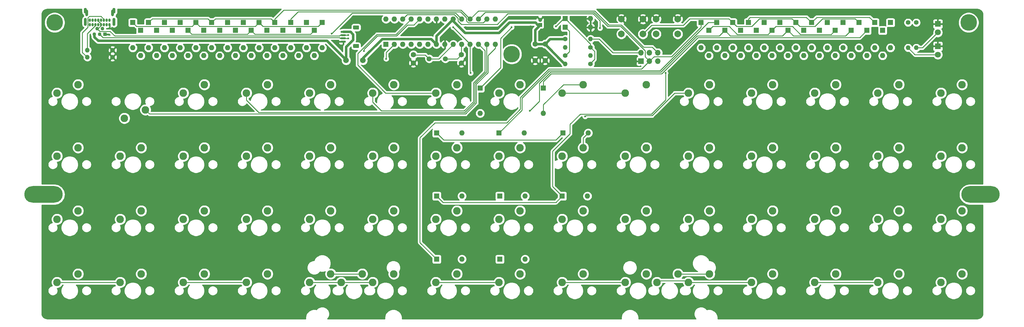
<source format=gbr>
G04 #@! TF.GenerationSoftware,KiCad,Pcbnew,(5.1.10-1-10_14)*
G04 #@! TF.CreationDate,2021-08-12T16:16:49+02:00*
G04 #@! TF.ProjectId,juliet-ortho,6a756c69-6574-42d6-9f72-74686f2e6b69,1*
G04 #@! TF.SameCoordinates,Original*
G04 #@! TF.FileFunction,Copper,L2,Bot*
G04 #@! TF.FilePolarity,Positive*
%FSLAX46Y46*%
G04 Gerber Fmt 4.6, Leading zero omitted, Abs format (unit mm)*
G04 Created by KiCad (PCBNEW (5.1.10-1-10_14)) date 2021-08-12 16:16:49*
%MOMM*%
%LPD*%
G01*
G04 APERTURE LIST*
G04 #@! TA.AperFunction,ComponentPad*
%ADD10C,2.286000*%
G04 #@! TD*
G04 #@! TA.AperFunction,ComponentPad*
%ADD11O,1.600000X1.600000*%
G04 #@! TD*
G04 #@! TA.AperFunction,ComponentPad*
%ADD12R,1.600000X1.600000*%
G04 #@! TD*
G04 #@! TA.AperFunction,ComponentPad*
%ADD13O,0.700000X1.000000*%
G04 #@! TD*
G04 #@! TA.AperFunction,ComponentPad*
%ADD14O,0.900000X2.400000*%
G04 #@! TD*
G04 #@! TA.AperFunction,ComponentPad*
%ADD15O,0.900000X1.700000*%
G04 #@! TD*
G04 #@! TA.AperFunction,ComponentPad*
%ADD16C,1.100000*%
G04 #@! TD*
G04 #@! TA.AperFunction,ComponentPad*
%ADD17R,1.100000X1.100000*%
G04 #@! TD*
G04 #@! TA.AperFunction,ComponentPad*
%ADD18O,0.850000X2.000000*%
G04 #@! TD*
G04 #@! TA.AperFunction,WasherPad*
%ADD19O,11.600000X5.000000*%
G04 #@! TD*
G04 #@! TA.AperFunction,WasherPad*
%ADD20C,5.000000*%
G04 #@! TD*
G04 #@! TA.AperFunction,ComponentPad*
%ADD21O,1.400000X1.400000*%
G04 #@! TD*
G04 #@! TA.AperFunction,ComponentPad*
%ADD22C,1.400000*%
G04 #@! TD*
G04 #@! TA.AperFunction,ComponentPad*
%ADD23C,1.710000*%
G04 #@! TD*
G04 #@! TA.AperFunction,ComponentPad*
%ADD24R,1.200000X1.200000*%
G04 #@! TD*
G04 #@! TA.AperFunction,ComponentPad*
%ADD25C,1.200000*%
G04 #@! TD*
G04 #@! TA.AperFunction,ComponentPad*
%ADD26C,1.600000*%
G04 #@! TD*
G04 #@! TA.AperFunction,ComponentPad*
%ADD27R,1.700000X1.700000*%
G04 #@! TD*
G04 #@! TA.AperFunction,ComponentPad*
%ADD28O,1.700000X1.700000*%
G04 #@! TD*
G04 #@! TA.AperFunction,ComponentPad*
%ADD29R,1.800000X1.800000*%
G04 #@! TD*
G04 #@! TA.AperFunction,ComponentPad*
%ADD30C,1.800000*%
G04 #@! TD*
G04 #@! TA.AperFunction,ComponentPad*
%ADD31C,2.000000*%
G04 #@! TD*
G04 #@! TA.AperFunction,ComponentPad*
%ADD32C,1.500000*%
G04 #@! TD*
G04 #@! TA.AperFunction,ViaPad*
%ADD33C,0.600000*%
G04 #@! TD*
G04 #@! TA.AperFunction,Conductor*
%ADD34C,0.800000*%
G04 #@! TD*
G04 #@! TA.AperFunction,Conductor*
%ADD35C,0.250000*%
G04 #@! TD*
G04 #@! TA.AperFunction,Conductor*
%ADD36C,0.254000*%
G04 #@! TD*
G04 #@! TA.AperFunction,Conductor*
%ADD37C,0.100000*%
G04 #@! TD*
G04 APERTURE END LIST*
D10*
X129540000Y-118903750D03*
X135890000Y-116363750D03*
X129540000Y-80803750D03*
X135890000Y-78263750D03*
X148590000Y-137953750D03*
X154940000Y-135413750D03*
X53340000Y-99853750D03*
X59690000Y-97313750D03*
X224790000Y-118903750D03*
X231140000Y-116363750D03*
X224790000Y-99853750D03*
X231140000Y-97313750D03*
D11*
X235743750Y-69532500D03*
D12*
X235743750Y-61912500D03*
D13*
X25136968Y-60145127D03*
X25986968Y-60145127D03*
X26836968Y-60145127D03*
X27686968Y-60145127D03*
X28536968Y-60145127D03*
X29386968Y-60145127D03*
X30236968Y-60145127D03*
X31086968Y-60145127D03*
X25986968Y-58795127D03*
X27686968Y-58795127D03*
X26836968Y-58795127D03*
X25136968Y-58795127D03*
X29386968Y-58795127D03*
X30236968Y-58795127D03*
X31086968Y-58795127D03*
X28536968Y-58795127D03*
D14*
X23786968Y-59315127D03*
X32436968Y-59315127D03*
D15*
X23786968Y-55935127D03*
X32436968Y-55935127D03*
D16*
X27308968Y-61339127D03*
X26508968Y-63089127D03*
X28108968Y-63089127D03*
X28908968Y-61339127D03*
D17*
X29708968Y-63089127D03*
D18*
X24208968Y-56639127D03*
X32008968Y-56639127D03*
D11*
X211931250Y-69532500D03*
D12*
X211931250Y-61912500D03*
D11*
X247650000Y-67151250D03*
D12*
X247650000Y-59531250D03*
D19*
X293846250Y-111442500D03*
X11191875Y-111442500D03*
D20*
X290274375Y-59531250D03*
X152400000Y-69056250D03*
X14525625Y-59531250D03*
D12*
X226218750Y-61912500D03*
D11*
X226218750Y-69532500D03*
X64293750Y-69532500D03*
D12*
X64293750Y-61912500D03*
D10*
X53340000Y-80803750D03*
X59690000Y-78263750D03*
X281940000Y-80803750D03*
X288290000Y-78263750D03*
X262890000Y-118903750D03*
X269240000Y-116363750D03*
X262890000Y-99853750D03*
X269240000Y-97313750D03*
X262890000Y-80803750D03*
X269240000Y-78263750D03*
X243840000Y-137953750D03*
X250190000Y-135413750D03*
X243840000Y-118903750D03*
X250190000Y-116363750D03*
X243840000Y-99853750D03*
X250190000Y-97313750D03*
X243840000Y-80803750D03*
X250190000Y-78263750D03*
X224790000Y-80803750D03*
X231140000Y-78263750D03*
X205740000Y-137953750D03*
X212090000Y-135413750D03*
X205740000Y-118903750D03*
X212090000Y-116363750D03*
X205740000Y-99853750D03*
X212090000Y-97313750D03*
X205740000Y-80803750D03*
X212090000Y-78263750D03*
X186690000Y-80803750D03*
X193040000Y-78263750D03*
X167640000Y-137953750D03*
X173990000Y-135413750D03*
X167640000Y-118903750D03*
X173990000Y-116363750D03*
X167640000Y-99853750D03*
X173990000Y-97313750D03*
X167640000Y-80803750D03*
X173990000Y-78263750D03*
X148590000Y-99853750D03*
X154940000Y-97313750D03*
X148590000Y-80803750D03*
X154940000Y-78263750D03*
X129540000Y-137953750D03*
X135890000Y-135413750D03*
X129540000Y-99853750D03*
X135890000Y-97313750D03*
X110490000Y-80803750D03*
X116840000Y-78263750D03*
X91440000Y-137953750D03*
X97790000Y-135413750D03*
X91440000Y-118903750D03*
X97790000Y-116363750D03*
X91440000Y-99853750D03*
X97790000Y-97313750D03*
X91440000Y-80803750D03*
X97790000Y-78263750D03*
X72390000Y-80803750D03*
X78740000Y-78263750D03*
X53340000Y-137953750D03*
X59690000Y-135413750D03*
X53340000Y-118903750D03*
X59690000Y-116363750D03*
X34290000Y-99853750D03*
X40640000Y-97313750D03*
X15240000Y-99853750D03*
X21590000Y-97313750D03*
D21*
X176212500Y-64500000D03*
D22*
X168592500Y-64500000D03*
D21*
X168592500Y-67000000D03*
D22*
X176212500Y-67000000D03*
D23*
X107540000Y-70961250D03*
X102460000Y-70961250D03*
D12*
X69056250Y-61912500D03*
D11*
X69056250Y-69532500D03*
D12*
X45243750Y-61912500D03*
D11*
X45243750Y-69532500D03*
D12*
X228600000Y-59531250D03*
D11*
X228600000Y-67151250D03*
X95250000Y-67151250D03*
D12*
X95250000Y-59531250D03*
D24*
X161000000Y-60245625D03*
D25*
X161000000Y-58745625D03*
D26*
X159500000Y-66000000D03*
X159500000Y-71000000D03*
X162500000Y-71000000D03*
X162500000Y-66000000D03*
X137250000Y-71750000D03*
X137250000Y-69250000D03*
X122750000Y-69250000D03*
X122750000Y-71750000D03*
D27*
X191452500Y-71199375D03*
D28*
X191452500Y-68659375D03*
X193992500Y-71199375D03*
X193992500Y-68659375D03*
X196532500Y-71199375D03*
X196532500Y-68659375D03*
D29*
X280987500Y-66675000D03*
D30*
X280987500Y-69215000D03*
D31*
X202500000Y-58500000D03*
X202500000Y-63000000D03*
X196000000Y-58500000D03*
X196000000Y-63000000D03*
X185500000Y-63000000D03*
X185500000Y-58500000D03*
X192000000Y-63000000D03*
X192000000Y-58500000D03*
D32*
X127517500Y-70485000D03*
X132397500Y-70485000D03*
D12*
X114480000Y-66120000D03*
D11*
X147500000Y-58500000D03*
X117020000Y-66120000D03*
X144960000Y-58500000D03*
X119560000Y-66120000D03*
X142420000Y-58500000D03*
X122100000Y-66120000D03*
X139880000Y-58500000D03*
X124640000Y-66120000D03*
X137340000Y-58500000D03*
X127180000Y-66120000D03*
X134800000Y-58500000D03*
X129720000Y-66120000D03*
X132260000Y-58500000D03*
X132260000Y-66120000D03*
X129720000Y-58500000D03*
X134800000Y-66120000D03*
X127180000Y-58500000D03*
X137340000Y-66120000D03*
X124640000Y-58500000D03*
X139880000Y-66120000D03*
X122100000Y-58500000D03*
X142420000Y-66120000D03*
X119560000Y-58500000D03*
X144960000Y-66120000D03*
X117020000Y-58500000D03*
X147500000Y-66120000D03*
X114480000Y-58500000D03*
D12*
X168592500Y-60960000D03*
D11*
X176212500Y-60960000D03*
X176212500Y-58340625D03*
D12*
X168592500Y-58340625D03*
X38100000Y-59531250D03*
D11*
X38100000Y-67151250D03*
D12*
X57150000Y-59531250D03*
D11*
X57150000Y-67151250D03*
X76200000Y-67151250D03*
D12*
X76200000Y-59531250D03*
X161925000Y-79295625D03*
D11*
X161925000Y-86915625D03*
D12*
X221456250Y-61912500D03*
D11*
X221456250Y-69532500D03*
X252412500Y-67151250D03*
D12*
X252412500Y-59531250D03*
X40481250Y-61912500D03*
D11*
X40481250Y-69532500D03*
D12*
X59531250Y-61912500D03*
D11*
X59531250Y-69532500D03*
X78581250Y-69532500D03*
D12*
X78581250Y-61912500D03*
D11*
X137398125Y-92868750D03*
D12*
X129778125Y-92868750D03*
X167878125Y-92868750D03*
D11*
X175498125Y-92868750D03*
X223837500Y-67151250D03*
D12*
X223837500Y-59531250D03*
X240506250Y-61912500D03*
D11*
X240506250Y-69532500D03*
D12*
X254793750Y-61912500D03*
D11*
X254793750Y-69532500D03*
X42862500Y-67151250D03*
D12*
X42862500Y-59531250D03*
D11*
X61912500Y-67151250D03*
D12*
X61912500Y-59531250D03*
D11*
X80962500Y-67151250D03*
D12*
X80962500Y-59531250D03*
X129778125Y-111918750D03*
D11*
X137398125Y-111918750D03*
D12*
X167640000Y-111918750D03*
D11*
X175260000Y-111918750D03*
D12*
X242887500Y-59531250D03*
D11*
X242887500Y-67151250D03*
D12*
X259556250Y-61912500D03*
D11*
X259556250Y-69532500D03*
X83343750Y-69532500D03*
D12*
X83343750Y-61912500D03*
X129778125Y-130968750D03*
D11*
X137398125Y-130968750D03*
D12*
X209550000Y-59531250D03*
D11*
X209550000Y-67151250D03*
D12*
X245268750Y-61912500D03*
D11*
X245268750Y-69532500D03*
D12*
X261937500Y-59531250D03*
D11*
X261937500Y-67151250D03*
X47625000Y-67151250D03*
D12*
X47625000Y-59531250D03*
D11*
X66675000Y-67151250D03*
D12*
X66675000Y-59531250D03*
D11*
X85725000Y-67151250D03*
D12*
X85725000Y-59531250D03*
D11*
X142875000Y-86915625D03*
D12*
X142875000Y-79295625D03*
D11*
X230981250Y-69532500D03*
D12*
X230981250Y-61912500D03*
D11*
X264318750Y-69532500D03*
D12*
X264318750Y-61912500D03*
X50006250Y-61912500D03*
D11*
X50006250Y-69532500D03*
D12*
X88106250Y-61912500D03*
D11*
X88106250Y-69532500D03*
D12*
X148590000Y-92868750D03*
D11*
X156210000Y-92868750D03*
D12*
X233362500Y-59531250D03*
D11*
X233362500Y-67151250D03*
D12*
X250031250Y-61912500D03*
D11*
X250031250Y-69532500D03*
D12*
X266700000Y-59531250D03*
D11*
X266700000Y-67151250D03*
D29*
X280987500Y-59960000D03*
D30*
X280987500Y-62500000D03*
D12*
X214312500Y-59531250D03*
D11*
X214312500Y-67151250D03*
D21*
X168592500Y-72000000D03*
D22*
X176212500Y-72000000D03*
X168592500Y-69532500D03*
D21*
X176212500Y-69532500D03*
X274500000Y-67151250D03*
D22*
X274500000Y-59531250D03*
X272000000Y-59531250D03*
D21*
X272000000Y-67151250D03*
G04 #@! TA.AperFunction,SMDPad,CuDef*
G36*
G01*
X100959375Y-62017500D02*
X102209375Y-62017500D01*
G75*
G02*
X102359375Y-62167500I0J-150000D01*
G01*
X102359375Y-62467500D01*
G75*
G02*
X102209375Y-62617500I-150000J0D01*
G01*
X100959375Y-62617500D01*
G75*
G02*
X100809375Y-62467500I0J150000D01*
G01*
X100809375Y-62167500D01*
G75*
G02*
X100959375Y-62017500I150000J0D01*
G01*
G37*
G04 #@! TD.AperFunction*
G04 #@! TA.AperFunction,SMDPad,CuDef*
G36*
G01*
X100959375Y-63017500D02*
X102209375Y-63017500D01*
G75*
G02*
X102359375Y-63167500I0J-150000D01*
G01*
X102359375Y-63467500D01*
G75*
G02*
X102209375Y-63617500I-150000J0D01*
G01*
X100959375Y-63617500D01*
G75*
G02*
X100809375Y-63467500I0J150000D01*
G01*
X100809375Y-63167500D01*
G75*
G02*
X100959375Y-63017500I150000J0D01*
G01*
G37*
G04 #@! TD.AperFunction*
G04 #@! TA.AperFunction,SMDPad,CuDef*
G36*
G01*
X100959375Y-64017500D02*
X102209375Y-64017500D01*
G75*
G02*
X102359375Y-64167500I0J-150000D01*
G01*
X102359375Y-64467500D01*
G75*
G02*
X102209375Y-64617500I-150000J0D01*
G01*
X100959375Y-64617500D01*
G75*
G02*
X100809375Y-64467500I0J150000D01*
G01*
X100809375Y-64167500D01*
G75*
G02*
X100959375Y-64017500I150000J0D01*
G01*
G37*
G04 #@! TD.AperFunction*
G04 #@! TA.AperFunction,SMDPad,CuDef*
G36*
G01*
X100959375Y-65017500D02*
X102209375Y-65017500D01*
G75*
G02*
X102359375Y-65167500I0J-150000D01*
G01*
X102359375Y-65467500D01*
G75*
G02*
X102209375Y-65617500I-150000J0D01*
G01*
X100959375Y-65617500D01*
G75*
G02*
X100809375Y-65467500I0J150000D01*
G01*
X100809375Y-65167500D01*
G75*
G02*
X100959375Y-65017500I150000J0D01*
G01*
G37*
G04 #@! TD.AperFunction*
G04 #@! TA.AperFunction,SMDPad,CuDef*
G36*
G01*
X104809374Y-60417500D02*
X106109376Y-60417500D01*
G75*
G02*
X106359375Y-60667499I0J-249999D01*
G01*
X106359375Y-61367501D01*
G75*
G02*
X106109376Y-61617500I-249999J0D01*
G01*
X104809374Y-61617500D01*
G75*
G02*
X104559375Y-61367501I0J249999D01*
G01*
X104559375Y-60667499D01*
G75*
G02*
X104809374Y-60417500I249999J0D01*
G01*
G37*
G04 #@! TD.AperFunction*
G04 #@! TA.AperFunction,SMDPad,CuDef*
G36*
G01*
X104809374Y-66017500D02*
X106109376Y-66017500D01*
G75*
G02*
X106359375Y-66267499I0J-249999D01*
G01*
X106359375Y-66967501D01*
G75*
G02*
X106109376Y-67217500I-249999J0D01*
G01*
X104809374Y-67217500D01*
G75*
G02*
X104559375Y-66967501I0J249999D01*
G01*
X104559375Y-66267499D01*
G75*
G02*
X104809374Y-66017500I249999J0D01*
G01*
G37*
G04 #@! TD.AperFunction*
X24389432Y-67865625D03*
D22*
X32009432Y-67865625D03*
X32009432Y-70008750D03*
D21*
X24389432Y-70008750D03*
D10*
X15240000Y-80803750D03*
X21590000Y-78263750D03*
X21590000Y-116363750D03*
X15240000Y-118903750D03*
X15240000Y-137953750D03*
X21590000Y-135413750D03*
X35560000Y-88423750D03*
X41910000Y-85883750D03*
X34290000Y-118903750D03*
X40640000Y-116363750D03*
X34290000Y-137953750D03*
X40640000Y-135413750D03*
X72390000Y-99853750D03*
X78740000Y-97313750D03*
X78740000Y-116363750D03*
X72390000Y-118903750D03*
X78740000Y-135413750D03*
X72390000Y-137953750D03*
X116840000Y-97313750D03*
X110490000Y-99853750D03*
X116840000Y-116363750D03*
X110490000Y-118903750D03*
X110490000Y-137953750D03*
X116840000Y-135413750D03*
X148590000Y-118903750D03*
X154940000Y-116363750D03*
X154940000Y-135413750D03*
X148590000Y-137953750D03*
X193040000Y-97313750D03*
X186690000Y-99853750D03*
X193040000Y-116363750D03*
X186690000Y-118903750D03*
X186690000Y-137953750D03*
X193040000Y-135413750D03*
X231140000Y-135413750D03*
X224790000Y-137953750D03*
X262890000Y-137953750D03*
X269240000Y-135413750D03*
X281940000Y-99853750D03*
X288290000Y-97313750D03*
X288290000Y-116363750D03*
X281940000Y-118903750D03*
X281940000Y-137953750D03*
X288290000Y-135413750D03*
D11*
X52387500Y-67151250D03*
D12*
X52387500Y-59531250D03*
X54768750Y-61912500D03*
D11*
X54768750Y-69532500D03*
D12*
X71437500Y-59531250D03*
D11*
X71437500Y-67151250D03*
X73818750Y-69532500D03*
D12*
X73818750Y-61912500D03*
D11*
X90487500Y-67151250D03*
D12*
X90487500Y-59531250D03*
X92868750Y-61912500D03*
D11*
X92868750Y-69532500D03*
D12*
X148828125Y-111918750D03*
D11*
X156448125Y-111918750D03*
X156448125Y-130968750D03*
D12*
X148828125Y-130968750D03*
D11*
X216693750Y-69532500D03*
D12*
X216693750Y-61912500D03*
X219075000Y-59531250D03*
D11*
X219075000Y-67151250D03*
X238125000Y-67151250D03*
D12*
X238125000Y-59531250D03*
X257175000Y-59531250D03*
D11*
X257175000Y-67151250D03*
D10*
X107315000Y-135413750D03*
X100965000Y-137953750D03*
X196215000Y-137953750D03*
X202565000Y-135413750D03*
D33*
X178593750Y-66675000D03*
X181451250Y-71913750D03*
X156686250Y-71913750D03*
X99298125Y-65246250D03*
X95726250Y-91678125D03*
X232410000Y-98583750D03*
X156924375Y-65484375D03*
X35480625Y-62150625D03*
X120729375Y-62865000D03*
X106203750Y-62865000D03*
X104775000Y-58102500D03*
X81200625Y-55959375D03*
X109061250Y-62865000D03*
X110251875Y-58102500D03*
X99536250Y-71199375D03*
X102155625Y-74771250D03*
X104060625Y-76914375D03*
X158115000Y-60721875D03*
X192166875Y-65008125D03*
X200739375Y-67389375D03*
X205025625Y-70246875D03*
X166925625Y-62388750D03*
X126682500Y-77866875D03*
X138588750Y-60960000D03*
X142875000Y-68818125D03*
X98107500Y-62865000D03*
X198834375Y-74771250D03*
X152400000Y-60960000D03*
X174545619Y-87868125D03*
X114538125Y-70485000D03*
X107870625Y-68103750D03*
X179070000Y-61198125D03*
X157876875Y-86201250D03*
X103108125Y-64293750D03*
X103108097Y-63341250D03*
X165734990Y-60721875D03*
X134778750Y-60960000D03*
X140017492Y-74771250D03*
D34*
X159500000Y-66000000D02*
X162500000Y-66000000D01*
X162500000Y-66120000D02*
X162500000Y-66000000D01*
X168380000Y-72000000D02*
X162500000Y-66120000D01*
X129720000Y-63580000D02*
X134800000Y-58500000D01*
X129720000Y-66120000D02*
X129720000Y-63580000D01*
X159500000Y-61745625D02*
X161000000Y-60245625D01*
X159500000Y-66000000D02*
X159500000Y-61745625D01*
X128100000Y-64500000D02*
X129720000Y-66120000D01*
X113330848Y-64500000D02*
X128100000Y-64500000D01*
X107540000Y-70290848D02*
X113330848Y-64500000D01*
X107540000Y-70961250D02*
X107540000Y-70290848D01*
X164000000Y-64500000D02*
X162500000Y-66000000D01*
X168500000Y-64500000D02*
X164000000Y-64500000D01*
X160258125Y-60245625D02*
X161000000Y-60245625D01*
X148590000Y-62626875D02*
X151685625Y-59531250D01*
X138350625Y-62626875D02*
X148590000Y-62626875D01*
X151685625Y-59531250D02*
X159543750Y-59531250D01*
X159543750Y-59531250D02*
X160258125Y-60245625D01*
X134800000Y-59076250D02*
X138350625Y-62626875D01*
X134800000Y-58500000D02*
X134800000Y-59076250D01*
D35*
X99369375Y-65317500D02*
X99298125Y-65246250D01*
X101584375Y-65317500D02*
X99369375Y-65317500D01*
X56024999Y-60656251D02*
X57150000Y-59531250D01*
X39225001Y-60656251D02*
X56024999Y-60656251D01*
X38100000Y-59531250D02*
X39225001Y-60656251D01*
X75074999Y-60656251D02*
X76200000Y-59531250D01*
X58275001Y-60656251D02*
X75074999Y-60656251D01*
X57150000Y-59531250D02*
X58275001Y-60656251D01*
X94059375Y-60721875D02*
X95250000Y-59531250D01*
X77390625Y-60721875D02*
X94059375Y-60721875D01*
X76200000Y-59531250D02*
X77390625Y-60721875D01*
X164306250Y-75009375D02*
X197643750Y-75009375D01*
X197643750Y-75009375D02*
X208597500Y-64055625D01*
X161925000Y-77390625D02*
X164306250Y-75009375D01*
X208597500Y-64055625D02*
X257413125Y-64055625D01*
X257413125Y-64055625D02*
X259556250Y-61912500D01*
X161925000Y-79295625D02*
X161925000Y-77390625D01*
X241312489Y-57956239D02*
X242887500Y-59531250D01*
X224362511Y-57956239D02*
X241312489Y-57956239D01*
X223837500Y-58481250D02*
X224362511Y-57956239D01*
X223837500Y-59531250D02*
X223837500Y-58481250D01*
X260362489Y-57956239D02*
X261937500Y-59531250D01*
X244462511Y-57956239D02*
X260362489Y-57956239D01*
X242887500Y-59531250D02*
X244462511Y-57956239D01*
X165735000Y-95011875D02*
X167878125Y-92868750D01*
X131921250Y-95011875D02*
X165735000Y-95011875D01*
X129778125Y-92868750D02*
X131921250Y-95011875D01*
X137340000Y-58500000D02*
X135539989Y-56699989D01*
X104272511Y-56699989D02*
X98107500Y-62865000D01*
X135539989Y-56699989D02*
X104272511Y-56699989D01*
X60787499Y-58406249D02*
X61912500Y-59531250D01*
X43987501Y-58406249D02*
X60787499Y-58406249D01*
X42862500Y-59531250D02*
X43987501Y-58406249D01*
X79837499Y-58406249D02*
X80962500Y-59531250D01*
X63037501Y-58406249D02*
X79837499Y-58406249D01*
X61912500Y-59531250D02*
X63037501Y-58406249D01*
X165735000Y-113823750D02*
X167640000Y-111918750D01*
X131683125Y-113823750D02*
X165735000Y-113823750D01*
X129778125Y-111918750D02*
X131683125Y-113823750D01*
X83643783Y-55799967D02*
X137179967Y-55799967D01*
X137179967Y-55799967D02*
X139880000Y-58500000D01*
X80962500Y-59531250D02*
X80962500Y-58481250D01*
X80962500Y-58481250D02*
X83643783Y-55799967D01*
X142368146Y-56011854D02*
X139880000Y-58500000D01*
X177455604Y-56011854D02*
X142368146Y-56011854D01*
X194786250Y-66913125D02*
X192166875Y-66913125D01*
X181689375Y-60245625D02*
X177455604Y-56011854D01*
X192166875Y-66913125D02*
X185499375Y-60245625D01*
X185499375Y-60245625D02*
X181689375Y-60245625D01*
X196532500Y-68659375D02*
X194786250Y-66913125D01*
X164782500Y-109061250D02*
X167640000Y-111918750D01*
X164782500Y-98345625D02*
X164782500Y-109061250D01*
X170021250Y-93106875D02*
X164782500Y-98345625D01*
X170021250Y-90249375D02*
X170021250Y-93106875D01*
X173116875Y-87153750D02*
X170021250Y-90249375D01*
X194548125Y-87153750D02*
X173116875Y-87153750D01*
X198834375Y-82867500D02*
X194548125Y-87153750D01*
X198834375Y-74771250D02*
X198834375Y-82867500D01*
X195357499Y-69834376D02*
X193992500Y-71199375D01*
X200675624Y-69834376D02*
X195357499Y-69834376D01*
X209550000Y-60960000D02*
X200675624Y-69834376D01*
X209550000Y-59531250D02*
X209550000Y-60960000D01*
X129301875Y-89773125D02*
X124735623Y-94339377D01*
X163669839Y-73580625D02*
X155045614Y-82204850D01*
X193992500Y-71199375D02*
X191611250Y-73580625D01*
X124735623Y-94339377D02*
X124735623Y-125926248D01*
X155045614Y-82204850D02*
X155045614Y-85698761D01*
X191611250Y-73580625D02*
X163669839Y-73580625D01*
X124735623Y-125926248D02*
X129778125Y-130968750D01*
X155045614Y-85698761D02*
X150971250Y-89773125D01*
X150971250Y-89773125D02*
X129301875Y-89773125D01*
X177191239Y-56461864D02*
X181451250Y-60721875D01*
X192643125Y-69850000D02*
X193992500Y-71199375D01*
X185339215Y-60721875D02*
X192643125Y-68025785D01*
X192643125Y-68025785D02*
X192643125Y-69850000D01*
X142420000Y-58500000D02*
X144458136Y-56461864D01*
X144458136Y-56461864D02*
X177191239Y-56461864D01*
X181451250Y-60721875D02*
X185339215Y-60721875D01*
X138754999Y-58030624D02*
X138754999Y-59040001D01*
X139339999Y-59625001D02*
X143834999Y-59625001D01*
X85725000Y-59531250D02*
X85725000Y-58481250D01*
X85725000Y-58481250D02*
X87956272Y-56249978D01*
X138754999Y-59040001D02*
X139339999Y-59625001D01*
X143834999Y-59625001D02*
X144960000Y-58500000D01*
X87956272Y-56249978D02*
X136974353Y-56249978D01*
X136974353Y-56249978D02*
X138754999Y-58030624D01*
X229790625Y-63103125D02*
X230981250Y-61912500D01*
X220461873Y-63103125D02*
X229790625Y-63103125D01*
X218080623Y-60721875D02*
X220461873Y-63103125D01*
X213121875Y-60721875D02*
X218080623Y-60721875D01*
X211931250Y-61912500D02*
X213121875Y-60721875D01*
X248840625Y-63103125D02*
X250031250Y-61912500D01*
X239511873Y-63103125D02*
X248840625Y-63103125D01*
X237130623Y-60721875D02*
X239511873Y-63103125D01*
X232171875Y-60721875D02*
X237130623Y-60721875D01*
X230981250Y-61912500D02*
X232171875Y-60721875D01*
X149066250Y-64293750D02*
X152400000Y-60960000D01*
X149066250Y-73104375D02*
X149066250Y-64293750D01*
X142875000Y-79295625D02*
X149066250Y-73104375D01*
X211693125Y-59531250D02*
X214312500Y-59531250D01*
X197167500Y-74056875D02*
X211693125Y-59531250D01*
X155495625Y-82391250D02*
X163830000Y-74056875D01*
X148590000Y-92868750D02*
X155495625Y-85963125D01*
X155495625Y-85963125D02*
X155495625Y-82391250D01*
X163830000Y-74056875D02*
X197167500Y-74056875D01*
X176212500Y-64500000D02*
X178800000Y-64500000D01*
X182959375Y-68659375D02*
X191452500Y-68659375D01*
X178800000Y-64500000D02*
X182959375Y-68659375D01*
X274063750Y-69215000D02*
X280987500Y-69215000D01*
X272000000Y-67151250D02*
X274063750Y-69215000D01*
X129540000Y-137953750D02*
X148590000Y-137953750D01*
X117496875Y-63103125D02*
X122100000Y-58500000D01*
X105965625Y-68896089D02*
X111758589Y-63103125D01*
X105965625Y-72390000D02*
X105965625Y-68896089D01*
X111758589Y-63103125D02*
X117496875Y-63103125D01*
X114379375Y-80803750D02*
X105965625Y-72390000D01*
X129540000Y-80803750D02*
X114379375Y-80803750D01*
X15240000Y-137953750D02*
X34290000Y-137953750D01*
X147500000Y-67251370D02*
X147500000Y-66120000D01*
X145256250Y-69495120D02*
X147500000Y-67251370D01*
X141750000Y-78121572D02*
X145256250Y-74615322D01*
X138459061Y-87127511D02*
X141750000Y-83836572D01*
X43153761Y-87127511D02*
X138459061Y-87127511D01*
X41910000Y-85883750D02*
X43153761Y-87127511D01*
X145256250Y-74615322D02*
X145256250Y-69495120D01*
X141750000Y-83836572D02*
X141750000Y-78121572D01*
X53340000Y-137953750D02*
X72390000Y-137953750D01*
X144806239Y-74428922D02*
X144806239Y-66273761D01*
X141299989Y-83650172D02*
X141299989Y-77935171D01*
X138272661Y-86677500D02*
X141299989Y-83650172D01*
X144806239Y-66273761D02*
X144960000Y-66120000D01*
X72390000Y-80803750D02*
X72390000Y-82965724D01*
X76101776Y-86677500D02*
X138272661Y-86677500D01*
X141299989Y-77935171D02*
X144806239Y-74428922D01*
X72390000Y-82965724D02*
X76101776Y-86677500D01*
X91440000Y-137953750D02*
X100965000Y-137953750D01*
X100965000Y-137953750D02*
X110490000Y-137953750D01*
X144303750Y-68003750D02*
X142420000Y-66120000D01*
X140849978Y-77748772D02*
X144303750Y-74295000D01*
X113109375Y-86201250D02*
X138112500Y-86201250D01*
X144303750Y-74295000D02*
X144303750Y-68003750D01*
X138112500Y-86201250D02*
X140849978Y-83463772D01*
X110490000Y-83581875D02*
X113109375Y-86201250D01*
X140849978Y-83463772D02*
X140849978Y-77748772D01*
X110490000Y-80803750D02*
X110490000Y-83581875D01*
X167640000Y-137953750D02*
X186690000Y-137953750D01*
X167640000Y-80803750D02*
X186690000Y-80803750D01*
X205271240Y-137484990D02*
X205740000Y-137953750D01*
X196683760Y-137484990D02*
X205271240Y-137484990D01*
X196215000Y-137953750D02*
X196683760Y-137484990D01*
X205740000Y-137953750D02*
X224790000Y-137953750D01*
X174783744Y-87630000D02*
X174545619Y-87868125D01*
X194786250Y-87630000D02*
X174783744Y-87630000D01*
X201612500Y-80803750D02*
X194786250Y-87630000D01*
X205740000Y-80803750D02*
X201612500Y-80803750D01*
X243840000Y-137953750D02*
X262890000Y-137953750D01*
X114538125Y-68601875D02*
X117020000Y-66120000D01*
X114538125Y-70485000D02*
X114538125Y-68601875D01*
X122894375Y-60245625D02*
X124640000Y-58500000D01*
X117659990Y-63553135D02*
X117683276Y-63553134D01*
X117633750Y-63579375D02*
X117659990Y-63553135D01*
X120990785Y-60245625D02*
X122894375Y-60245625D01*
X111918750Y-63579375D02*
X117633750Y-63579375D01*
X117683276Y-63553134D02*
X120990785Y-60245625D01*
X107870625Y-67627500D02*
X111918750Y-63579375D01*
X107870625Y-68103750D02*
X107870625Y-67627500D01*
D34*
X103751250Y-62317500D02*
X101584375Y-62317500D01*
X104536875Y-63103125D02*
X103751250Y-62317500D01*
X104536875Y-64770000D02*
X104536875Y-63103125D01*
X102460000Y-70789375D02*
X102460000Y-66846875D01*
X96678750Y-65008125D02*
X102460000Y-70789375D01*
X102460000Y-66846875D02*
X104536875Y-64770000D01*
X27650149Y-65008125D02*
X96678750Y-65008125D01*
X26508968Y-63866944D02*
X27650149Y-65008125D01*
X26508968Y-63089127D02*
X26508968Y-63866944D01*
D35*
X276336250Y-67151250D02*
X280987500Y-62500000D01*
X274500000Y-67151250D02*
X276336250Y-67151250D01*
X22860000Y-68580000D02*
X24389432Y-70008750D01*
X22860000Y-62626875D02*
X22860000Y-68580000D01*
X24526875Y-60960000D02*
X22860000Y-62626875D01*
X24526875Y-58102500D02*
X24526875Y-60960000D01*
X25003125Y-57626250D02*
X24526875Y-58102500D01*
X29386968Y-58945127D02*
X29386968Y-58540519D01*
X29386968Y-58540519D02*
X28472699Y-57626250D01*
X28472699Y-57626250D02*
X25003125Y-57626250D01*
X24389432Y-62847271D02*
X24389432Y-67865625D01*
X26836968Y-60399735D02*
X24389432Y-62847271D01*
X50165000Y-69691250D02*
X50006250Y-69532500D01*
X97790000Y-135413750D02*
X107315000Y-135413750D01*
X168007358Y-78263750D02*
X173990000Y-78263750D01*
X161925000Y-84346108D02*
X168007358Y-78263750D01*
X161925000Y-86915625D02*
X161925000Y-84346108D01*
X173990000Y-94376875D02*
X175498125Y-92868750D01*
X173990000Y-97313750D02*
X173990000Y-94376875D01*
X245427500Y-69691250D02*
X245268750Y-69532500D01*
X177004839Y-56911875D02*
X179070000Y-58977036D01*
X136214999Y-59040001D02*
X137250009Y-60075011D01*
X148046239Y-60075011D02*
X151209375Y-56911875D01*
X135115002Y-57150000D02*
X136214999Y-58249997D01*
X120910000Y-57150000D02*
X135115002Y-57150000D01*
X136214999Y-58249997D02*
X136214999Y-59040001D01*
X119560000Y-58500000D02*
X120910000Y-57150000D01*
X179070000Y-58977036D02*
X179070000Y-61198125D01*
X151209375Y-56911875D02*
X177004839Y-56911875D01*
X137250009Y-60075011D02*
X148046239Y-60075011D01*
X208359375Y-63579375D02*
X215026875Y-63579375D01*
X157876875Y-86201250D02*
X160799999Y-83278126D01*
X197431865Y-74506885D02*
X208359375Y-63579375D01*
X164172330Y-74506885D02*
X197431865Y-74506885D01*
X160799999Y-77879216D02*
X164172330Y-74506885D01*
X215026875Y-63579375D02*
X216693750Y-61912500D01*
X160799999Y-83278126D02*
X160799999Y-77879216D01*
X234076875Y-63579375D02*
X235743750Y-61912500D01*
X218360625Y-63579375D02*
X234076875Y-63579375D01*
X216693750Y-61912500D02*
X218360625Y-63579375D01*
X253126875Y-63579375D02*
X254793750Y-61912500D01*
X237410625Y-63579375D02*
X253126875Y-63579375D01*
X235743750Y-61912500D02*
X237410625Y-63579375D01*
X27700000Y-60450000D02*
X27700000Y-60308159D01*
X29075466Y-64055625D02*
X28108968Y-63089127D01*
X100488750Y-64055625D02*
X29075466Y-64055625D01*
X100726875Y-64293750D02*
X100488750Y-64055625D01*
X103108125Y-64293750D02*
X100726875Y-64293750D01*
X169783125Y-62150625D02*
X169783125Y-68341875D01*
X169783125Y-68341875D02*
X168625000Y-69500000D01*
X168632500Y-61000000D02*
X169783125Y-62150625D01*
X168380000Y-61000000D02*
X168632500Y-61000000D01*
X28536968Y-59903218D02*
X28536968Y-60295127D01*
X27686968Y-59053218D02*
X28536968Y-59903218D01*
X27686968Y-58945127D02*
X27686968Y-59053218D01*
X27660873Y-61339127D02*
X28536968Y-60463032D01*
X27308968Y-61339127D02*
X27660873Y-61339127D01*
X32623125Y-63579375D02*
X100488750Y-63579375D01*
X28158125Y-62210000D02*
X31253750Y-62210000D01*
X31253750Y-62210000D02*
X32623125Y-63579375D01*
X27308968Y-61360843D02*
X28158125Y-62210000D01*
X27308968Y-61339127D02*
X27308968Y-61360843D01*
X100750625Y-63317500D02*
X100488750Y-63579375D01*
X101584375Y-63317500D02*
X100750625Y-63317500D01*
X101608125Y-63341250D02*
X101584375Y-63317500D01*
X103108097Y-63341250D02*
X101608125Y-63341250D01*
X177403125Y-70596875D02*
X176000000Y-72000000D01*
X177403125Y-68190625D02*
X177403125Y-70596875D01*
X176212500Y-67000000D02*
X177403125Y-68190625D01*
X167878115Y-58578750D02*
X165734990Y-60721875D01*
X168781199Y-58578750D02*
X167878115Y-58578750D01*
X176212500Y-66010051D02*
X168781199Y-58578750D01*
X176212500Y-67000000D02*
X176212500Y-66010051D01*
X202565000Y-135413750D02*
X212090000Y-135413750D01*
X250093599Y-69594849D02*
X250031250Y-69532500D01*
X72693749Y-63037501D02*
X73818750Y-61912500D01*
X55893751Y-63037501D02*
X72693749Y-63037501D01*
X54768750Y-61912500D02*
X55893751Y-63037501D01*
X91743749Y-63037501D02*
X92868750Y-61912500D01*
X74943751Y-63037501D02*
X91743749Y-63037501D01*
X73818750Y-61912500D02*
X74943751Y-63037501D01*
X219075000Y-59531250D02*
X220265625Y-60721875D01*
X236999999Y-58406249D02*
X238125000Y-59531250D01*
X227147503Y-58406249D02*
X236999999Y-58406249D01*
X224831877Y-60721875D02*
X227147503Y-58406249D01*
X220265625Y-60721875D02*
X224831877Y-60721875D01*
X238125000Y-59531250D02*
X239315625Y-60721875D01*
X246197503Y-58406249D02*
X256049999Y-58406249D01*
X243881877Y-60721875D02*
X246197503Y-58406249D01*
X256049999Y-58406249D02*
X257175000Y-59531250D01*
X239315625Y-60721875D02*
X243881877Y-60721875D01*
X139880000Y-66061250D02*
X139880000Y-66120000D01*
X134778750Y-60960000D02*
X139880000Y-66061250D01*
X194665001Y-60334999D02*
X192000000Y-63000000D01*
X206150626Y-58406249D02*
X204221876Y-60334999D01*
X204221876Y-60334999D02*
X194665001Y-60334999D01*
X217949999Y-58406249D02*
X206150626Y-58406249D01*
X219075000Y-59531250D02*
X217949999Y-58406249D01*
X139880000Y-74633758D02*
X140017492Y-74771250D01*
X139880000Y-66120000D02*
X139880000Y-74633758D01*
X137250000Y-69250000D02*
X137250000Y-66210000D01*
X136015000Y-70485000D02*
X137250000Y-69250000D01*
X137250000Y-66210000D02*
X137340000Y-66120000D01*
X132397500Y-70485000D02*
X136015000Y-70485000D01*
X130435000Y-70485000D02*
X134800000Y-66120000D01*
X127517500Y-70485000D02*
X130435000Y-70485000D01*
X122794375Y-69294375D02*
X126326875Y-69294375D01*
X126326875Y-69294375D02*
X127517500Y-70485000D01*
X122750000Y-69250000D02*
X122794375Y-69294375D01*
D36*
X22701968Y-55481834D02*
X22701968Y-56388421D01*
X22717668Y-56547824D01*
X22779710Y-56752347D01*
X22880460Y-56940837D01*
X23016047Y-57106049D01*
X23148968Y-57215135D01*
X23148968Y-57266192D01*
X23164306Y-57421922D01*
X23224918Y-57621733D01*
X23230550Y-57632271D01*
X23181258Y-57658618D01*
X23016046Y-57794205D01*
X22880459Y-57959417D01*
X22779709Y-58147908D01*
X22717668Y-58352431D01*
X22701968Y-58511834D01*
X22701968Y-60118421D01*
X22717668Y-60277824D01*
X22779710Y-60482347D01*
X22880460Y-60670837D01*
X23016047Y-60836049D01*
X23181259Y-60971636D01*
X23350159Y-61061915D01*
X22349003Y-62063071D01*
X22319999Y-62086874D01*
X22274526Y-62142284D01*
X22225026Y-62202599D01*
X22189549Y-62268972D01*
X22154454Y-62334629D01*
X22110997Y-62477890D01*
X22100000Y-62589543D01*
X22100000Y-62589553D01*
X22096324Y-62626875D01*
X22100000Y-62664198D01*
X22100001Y-68555616D01*
X22096766Y-68605976D01*
X22104928Y-68667360D01*
X22110998Y-68728986D01*
X22114781Y-68741457D01*
X22116499Y-68754377D01*
X22136482Y-68812996D01*
X22154455Y-68872247D01*
X22160597Y-68883738D01*
X22164803Y-68896076D01*
X22195842Y-68949676D01*
X22225027Y-69004276D01*
X22233294Y-69014350D01*
X22239826Y-69025629D01*
X22280718Y-69072135D01*
X22320000Y-69120001D01*
X22359007Y-69152013D01*
X23067114Y-69813506D01*
X23054432Y-69877264D01*
X23054432Y-70140236D01*
X23105736Y-70398155D01*
X23206371Y-70641109D01*
X23352470Y-70859763D01*
X23538419Y-71045712D01*
X23757073Y-71191811D01*
X24000027Y-71292446D01*
X24257946Y-71343750D01*
X24520918Y-71343750D01*
X24778837Y-71292446D01*
X25021791Y-71191811D01*
X25240445Y-71045712D01*
X25356138Y-70930019D01*
X31267768Y-70930019D01*
X31327229Y-71163787D01*
X31565674Y-71274684D01*
X31821172Y-71336933D01*
X32083905Y-71348140D01*
X32343776Y-71307875D01*
X32590798Y-71217685D01*
X32691635Y-71163787D01*
X32751096Y-70930019D01*
X32009432Y-70188355D01*
X31267768Y-70930019D01*
X25356138Y-70930019D01*
X25426394Y-70859763D01*
X25572493Y-70641109D01*
X25673128Y-70398155D01*
X25724432Y-70140236D01*
X25724432Y-70083223D01*
X30670042Y-70083223D01*
X30710307Y-70343094D01*
X30800497Y-70590116D01*
X30854395Y-70690953D01*
X31088163Y-70750414D01*
X31829827Y-70008750D01*
X32189037Y-70008750D01*
X32930701Y-70750414D01*
X33164469Y-70690953D01*
X33275366Y-70452508D01*
X33337615Y-70197010D01*
X33348822Y-69934277D01*
X33308557Y-69674406D01*
X33218367Y-69427384D01*
X33199008Y-69391165D01*
X39046250Y-69391165D01*
X39046250Y-69673835D01*
X39101397Y-69951074D01*
X39209570Y-70212227D01*
X39366613Y-70447259D01*
X39566491Y-70647137D01*
X39801523Y-70804180D01*
X40062676Y-70912353D01*
X40339915Y-70967500D01*
X40622585Y-70967500D01*
X40899824Y-70912353D01*
X41160977Y-70804180D01*
X41396009Y-70647137D01*
X41595887Y-70447259D01*
X41752930Y-70212227D01*
X41861103Y-69951074D01*
X41916250Y-69673835D01*
X41916250Y-69391165D01*
X43808750Y-69391165D01*
X43808750Y-69673835D01*
X43863897Y-69951074D01*
X43972070Y-70212227D01*
X44129113Y-70447259D01*
X44328991Y-70647137D01*
X44564023Y-70804180D01*
X44825176Y-70912353D01*
X45102415Y-70967500D01*
X45385085Y-70967500D01*
X45662324Y-70912353D01*
X45923477Y-70804180D01*
X46158509Y-70647137D01*
X46358387Y-70447259D01*
X46515430Y-70212227D01*
X46623603Y-69951074D01*
X46678750Y-69673835D01*
X46678750Y-69391165D01*
X48571250Y-69391165D01*
X48571250Y-69673835D01*
X48626397Y-69951074D01*
X48734570Y-70212227D01*
X48891613Y-70447259D01*
X49091491Y-70647137D01*
X49326523Y-70804180D01*
X49587676Y-70912353D01*
X49864915Y-70967500D01*
X50147585Y-70967500D01*
X50424824Y-70912353D01*
X50685977Y-70804180D01*
X50921009Y-70647137D01*
X51120887Y-70447259D01*
X51277930Y-70212227D01*
X51386103Y-69951074D01*
X51441250Y-69673835D01*
X51441250Y-69391165D01*
X53333750Y-69391165D01*
X53333750Y-69673835D01*
X53388897Y-69951074D01*
X53497070Y-70212227D01*
X53654113Y-70447259D01*
X53853991Y-70647137D01*
X54089023Y-70804180D01*
X54350176Y-70912353D01*
X54627415Y-70967500D01*
X54910085Y-70967500D01*
X55187324Y-70912353D01*
X55448477Y-70804180D01*
X55683509Y-70647137D01*
X55883387Y-70447259D01*
X56040430Y-70212227D01*
X56148603Y-69951074D01*
X56203750Y-69673835D01*
X56203750Y-69391165D01*
X58096250Y-69391165D01*
X58096250Y-69673835D01*
X58151397Y-69951074D01*
X58259570Y-70212227D01*
X58416613Y-70447259D01*
X58616491Y-70647137D01*
X58851523Y-70804180D01*
X59112676Y-70912353D01*
X59389915Y-70967500D01*
X59672585Y-70967500D01*
X59949824Y-70912353D01*
X60210977Y-70804180D01*
X60446009Y-70647137D01*
X60645887Y-70447259D01*
X60802930Y-70212227D01*
X60911103Y-69951074D01*
X60966250Y-69673835D01*
X60966250Y-69391165D01*
X62858750Y-69391165D01*
X62858750Y-69673835D01*
X62913897Y-69951074D01*
X63022070Y-70212227D01*
X63179113Y-70447259D01*
X63378991Y-70647137D01*
X63614023Y-70804180D01*
X63875176Y-70912353D01*
X64152415Y-70967500D01*
X64435085Y-70967500D01*
X64712324Y-70912353D01*
X64973477Y-70804180D01*
X65208509Y-70647137D01*
X65408387Y-70447259D01*
X65565430Y-70212227D01*
X65673603Y-69951074D01*
X65728750Y-69673835D01*
X65728750Y-69391165D01*
X67621250Y-69391165D01*
X67621250Y-69673835D01*
X67676397Y-69951074D01*
X67784570Y-70212227D01*
X67941613Y-70447259D01*
X68141491Y-70647137D01*
X68376523Y-70804180D01*
X68637676Y-70912353D01*
X68914915Y-70967500D01*
X69197585Y-70967500D01*
X69474824Y-70912353D01*
X69735977Y-70804180D01*
X69971009Y-70647137D01*
X70170887Y-70447259D01*
X70327930Y-70212227D01*
X70436103Y-69951074D01*
X70491250Y-69673835D01*
X70491250Y-69391165D01*
X72383750Y-69391165D01*
X72383750Y-69673835D01*
X72438897Y-69951074D01*
X72547070Y-70212227D01*
X72704113Y-70447259D01*
X72903991Y-70647137D01*
X73139023Y-70804180D01*
X73400176Y-70912353D01*
X73677415Y-70967500D01*
X73960085Y-70967500D01*
X74237324Y-70912353D01*
X74498477Y-70804180D01*
X74733509Y-70647137D01*
X74933387Y-70447259D01*
X75090430Y-70212227D01*
X75198603Y-69951074D01*
X75253750Y-69673835D01*
X75253750Y-69391165D01*
X77146250Y-69391165D01*
X77146250Y-69673835D01*
X77201397Y-69951074D01*
X77309570Y-70212227D01*
X77466613Y-70447259D01*
X77666491Y-70647137D01*
X77901523Y-70804180D01*
X78162676Y-70912353D01*
X78439915Y-70967500D01*
X78722585Y-70967500D01*
X78999824Y-70912353D01*
X79260977Y-70804180D01*
X79496009Y-70647137D01*
X79695887Y-70447259D01*
X79852930Y-70212227D01*
X79961103Y-69951074D01*
X80016250Y-69673835D01*
X80016250Y-69391165D01*
X81908750Y-69391165D01*
X81908750Y-69673835D01*
X81963897Y-69951074D01*
X82072070Y-70212227D01*
X82229113Y-70447259D01*
X82428991Y-70647137D01*
X82664023Y-70804180D01*
X82925176Y-70912353D01*
X83202415Y-70967500D01*
X83485085Y-70967500D01*
X83762324Y-70912353D01*
X84023477Y-70804180D01*
X84258509Y-70647137D01*
X84458387Y-70447259D01*
X84615430Y-70212227D01*
X84723603Y-69951074D01*
X84778750Y-69673835D01*
X84778750Y-69391165D01*
X86671250Y-69391165D01*
X86671250Y-69673835D01*
X86726397Y-69951074D01*
X86834570Y-70212227D01*
X86991613Y-70447259D01*
X87191491Y-70647137D01*
X87426523Y-70804180D01*
X87687676Y-70912353D01*
X87964915Y-70967500D01*
X88247585Y-70967500D01*
X88524824Y-70912353D01*
X88785977Y-70804180D01*
X89021009Y-70647137D01*
X89220887Y-70447259D01*
X89377930Y-70212227D01*
X89486103Y-69951074D01*
X89541250Y-69673835D01*
X89541250Y-69391165D01*
X91433750Y-69391165D01*
X91433750Y-69673835D01*
X91488897Y-69951074D01*
X91597070Y-70212227D01*
X91754113Y-70447259D01*
X91953991Y-70647137D01*
X92189023Y-70804180D01*
X92450176Y-70912353D01*
X92727415Y-70967500D01*
X93010085Y-70967500D01*
X93287324Y-70912353D01*
X93548477Y-70804180D01*
X93783509Y-70647137D01*
X93983387Y-70447259D01*
X94140430Y-70212227D01*
X94248603Y-69951074D01*
X94303750Y-69673835D01*
X94303750Y-69391165D01*
X94248603Y-69113926D01*
X94140430Y-68852773D01*
X93983387Y-68617741D01*
X93783509Y-68417863D01*
X93548477Y-68260820D01*
X93287324Y-68152647D01*
X93010085Y-68097500D01*
X92727415Y-68097500D01*
X92450176Y-68152647D01*
X92189023Y-68260820D01*
X91953991Y-68417863D01*
X91754113Y-68617741D01*
X91597070Y-68852773D01*
X91488897Y-69113926D01*
X91433750Y-69391165D01*
X89541250Y-69391165D01*
X89486103Y-69113926D01*
X89377930Y-68852773D01*
X89220887Y-68617741D01*
X89021009Y-68417863D01*
X88785977Y-68260820D01*
X88524824Y-68152647D01*
X88247585Y-68097500D01*
X87964915Y-68097500D01*
X87687676Y-68152647D01*
X87426523Y-68260820D01*
X87191491Y-68417863D01*
X86991613Y-68617741D01*
X86834570Y-68852773D01*
X86726397Y-69113926D01*
X86671250Y-69391165D01*
X84778750Y-69391165D01*
X84723603Y-69113926D01*
X84615430Y-68852773D01*
X84458387Y-68617741D01*
X84258509Y-68417863D01*
X84023477Y-68260820D01*
X83762324Y-68152647D01*
X83485085Y-68097500D01*
X83202415Y-68097500D01*
X82925176Y-68152647D01*
X82664023Y-68260820D01*
X82428991Y-68417863D01*
X82229113Y-68617741D01*
X82072070Y-68852773D01*
X81963897Y-69113926D01*
X81908750Y-69391165D01*
X80016250Y-69391165D01*
X79961103Y-69113926D01*
X79852930Y-68852773D01*
X79695887Y-68617741D01*
X79496009Y-68417863D01*
X79260977Y-68260820D01*
X78999824Y-68152647D01*
X78722585Y-68097500D01*
X78439915Y-68097500D01*
X78162676Y-68152647D01*
X77901523Y-68260820D01*
X77666491Y-68417863D01*
X77466613Y-68617741D01*
X77309570Y-68852773D01*
X77201397Y-69113926D01*
X77146250Y-69391165D01*
X75253750Y-69391165D01*
X75198603Y-69113926D01*
X75090430Y-68852773D01*
X74933387Y-68617741D01*
X74733509Y-68417863D01*
X74498477Y-68260820D01*
X74237324Y-68152647D01*
X73960085Y-68097500D01*
X73677415Y-68097500D01*
X73400176Y-68152647D01*
X73139023Y-68260820D01*
X72903991Y-68417863D01*
X72704113Y-68617741D01*
X72547070Y-68852773D01*
X72438897Y-69113926D01*
X72383750Y-69391165D01*
X70491250Y-69391165D01*
X70436103Y-69113926D01*
X70327930Y-68852773D01*
X70170887Y-68617741D01*
X69971009Y-68417863D01*
X69735977Y-68260820D01*
X69474824Y-68152647D01*
X69197585Y-68097500D01*
X68914915Y-68097500D01*
X68637676Y-68152647D01*
X68376523Y-68260820D01*
X68141491Y-68417863D01*
X67941613Y-68617741D01*
X67784570Y-68852773D01*
X67676397Y-69113926D01*
X67621250Y-69391165D01*
X65728750Y-69391165D01*
X65673603Y-69113926D01*
X65565430Y-68852773D01*
X65408387Y-68617741D01*
X65208509Y-68417863D01*
X64973477Y-68260820D01*
X64712324Y-68152647D01*
X64435085Y-68097500D01*
X64152415Y-68097500D01*
X63875176Y-68152647D01*
X63614023Y-68260820D01*
X63378991Y-68417863D01*
X63179113Y-68617741D01*
X63022070Y-68852773D01*
X62913897Y-69113926D01*
X62858750Y-69391165D01*
X60966250Y-69391165D01*
X60911103Y-69113926D01*
X60802930Y-68852773D01*
X60645887Y-68617741D01*
X60446009Y-68417863D01*
X60210977Y-68260820D01*
X59949824Y-68152647D01*
X59672585Y-68097500D01*
X59389915Y-68097500D01*
X59112676Y-68152647D01*
X58851523Y-68260820D01*
X58616491Y-68417863D01*
X58416613Y-68617741D01*
X58259570Y-68852773D01*
X58151397Y-69113926D01*
X58096250Y-69391165D01*
X56203750Y-69391165D01*
X56148603Y-69113926D01*
X56040430Y-68852773D01*
X55883387Y-68617741D01*
X55683509Y-68417863D01*
X55448477Y-68260820D01*
X55187324Y-68152647D01*
X54910085Y-68097500D01*
X54627415Y-68097500D01*
X54350176Y-68152647D01*
X54089023Y-68260820D01*
X53853991Y-68417863D01*
X53654113Y-68617741D01*
X53497070Y-68852773D01*
X53388897Y-69113926D01*
X53333750Y-69391165D01*
X51441250Y-69391165D01*
X51386103Y-69113926D01*
X51277930Y-68852773D01*
X51120887Y-68617741D01*
X50921009Y-68417863D01*
X50685977Y-68260820D01*
X50424824Y-68152647D01*
X50147585Y-68097500D01*
X49864915Y-68097500D01*
X49587676Y-68152647D01*
X49326523Y-68260820D01*
X49091491Y-68417863D01*
X48891613Y-68617741D01*
X48734570Y-68852773D01*
X48626397Y-69113926D01*
X48571250Y-69391165D01*
X46678750Y-69391165D01*
X46623603Y-69113926D01*
X46515430Y-68852773D01*
X46358387Y-68617741D01*
X46158509Y-68417863D01*
X45923477Y-68260820D01*
X45662324Y-68152647D01*
X45385085Y-68097500D01*
X45102415Y-68097500D01*
X44825176Y-68152647D01*
X44564023Y-68260820D01*
X44328991Y-68417863D01*
X44129113Y-68617741D01*
X43972070Y-68852773D01*
X43863897Y-69113926D01*
X43808750Y-69391165D01*
X41916250Y-69391165D01*
X41861103Y-69113926D01*
X41752930Y-68852773D01*
X41595887Y-68617741D01*
X41396009Y-68417863D01*
X41160977Y-68260820D01*
X40899824Y-68152647D01*
X40622585Y-68097500D01*
X40339915Y-68097500D01*
X40062676Y-68152647D01*
X39801523Y-68260820D01*
X39566491Y-68417863D01*
X39366613Y-68617741D01*
X39209570Y-68852773D01*
X39101397Y-69113926D01*
X39046250Y-69391165D01*
X33199008Y-69391165D01*
X33164469Y-69326547D01*
X32930701Y-69267086D01*
X32189037Y-70008750D01*
X31829827Y-70008750D01*
X31088163Y-69267086D01*
X30854395Y-69326547D01*
X30743498Y-69564992D01*
X30681249Y-69820490D01*
X30670042Y-70083223D01*
X25724432Y-70083223D01*
X25724432Y-69877264D01*
X25673128Y-69619345D01*
X25572493Y-69376391D01*
X25426394Y-69157737D01*
X25240445Y-68971788D01*
X25188661Y-68937188D01*
X25240445Y-68902587D01*
X25356138Y-68786894D01*
X31267768Y-68786894D01*
X31305997Y-68937188D01*
X31267768Y-69087481D01*
X32009432Y-69829145D01*
X32751096Y-69087481D01*
X32712867Y-68937188D01*
X32751096Y-68786894D01*
X32009432Y-68045230D01*
X31267768Y-68786894D01*
X25356138Y-68786894D01*
X25426394Y-68716638D01*
X25572493Y-68497984D01*
X25673128Y-68255030D01*
X25724432Y-67997111D01*
X25724432Y-67940098D01*
X30670042Y-67940098D01*
X30710307Y-68199969D01*
X30800497Y-68446991D01*
X30854395Y-68547828D01*
X31088163Y-68607289D01*
X31829827Y-67865625D01*
X32189037Y-67865625D01*
X32930701Y-68607289D01*
X33164469Y-68547828D01*
X33275366Y-68309383D01*
X33337615Y-68053885D01*
X33348822Y-67791152D01*
X33308557Y-67531281D01*
X33218367Y-67284259D01*
X33164469Y-67183422D01*
X32930701Y-67123961D01*
X32189037Y-67865625D01*
X31829827Y-67865625D01*
X31088163Y-67123961D01*
X30854395Y-67183422D01*
X30743498Y-67421867D01*
X30681249Y-67677365D01*
X30670042Y-67940098D01*
X25724432Y-67940098D01*
X25724432Y-67734139D01*
X25673128Y-67476220D01*
X25572493Y-67233266D01*
X25426394Y-67014612D01*
X25356138Y-66944356D01*
X31267768Y-66944356D01*
X32009432Y-67686020D01*
X32751096Y-66944356D01*
X32691635Y-66710588D01*
X32453190Y-66599691D01*
X32197692Y-66537442D01*
X31934959Y-66526235D01*
X31675088Y-66566500D01*
X31428066Y-66656690D01*
X31327229Y-66710588D01*
X31267768Y-66944356D01*
X25356138Y-66944356D01*
X25240445Y-66828663D01*
X25149432Y-66767850D01*
X25149432Y-63162072D01*
X25323968Y-62987536D01*
X25323968Y-63205839D01*
X25369507Y-63434779D01*
X25458834Y-63650435D01*
X25473968Y-63673085D01*
X25473968Y-63816116D01*
X25468962Y-63866944D01*
X25473968Y-63917772D01*
X25473968Y-63917782D01*
X25486724Y-64047285D01*
X25488945Y-64069839D01*
X25548128Y-64264937D01*
X25644234Y-64444741D01*
X25741165Y-64562851D01*
X25773573Y-64602340D01*
X25813060Y-64634746D01*
X26882345Y-65704032D01*
X26914753Y-65743521D01*
X26954241Y-65775928D01*
X27072351Y-65872859D01*
X27155129Y-65917104D01*
X27252156Y-65968966D01*
X27447254Y-66028149D01*
X27599311Y-66043125D01*
X27599314Y-66043125D01*
X27650149Y-66048132D01*
X27700984Y-66043125D01*
X37178729Y-66043125D01*
X36985363Y-66236491D01*
X36828320Y-66471523D01*
X36720147Y-66732676D01*
X36665000Y-67009915D01*
X36665000Y-67292585D01*
X36720147Y-67569824D01*
X36828320Y-67830977D01*
X36985363Y-68066009D01*
X37185241Y-68265887D01*
X37420273Y-68422930D01*
X37681426Y-68531103D01*
X37958665Y-68586250D01*
X38241335Y-68586250D01*
X38518574Y-68531103D01*
X38779727Y-68422930D01*
X39014759Y-68265887D01*
X39214637Y-68066009D01*
X39371680Y-67830977D01*
X39479853Y-67569824D01*
X39535000Y-67292585D01*
X39535000Y-67009915D01*
X39479853Y-66732676D01*
X39371680Y-66471523D01*
X39214637Y-66236491D01*
X39021271Y-66043125D01*
X41941229Y-66043125D01*
X41747863Y-66236491D01*
X41590820Y-66471523D01*
X41482647Y-66732676D01*
X41427500Y-67009915D01*
X41427500Y-67292585D01*
X41482647Y-67569824D01*
X41590820Y-67830977D01*
X41747863Y-68066009D01*
X41947741Y-68265887D01*
X42182773Y-68422930D01*
X42443926Y-68531103D01*
X42721165Y-68586250D01*
X43003835Y-68586250D01*
X43281074Y-68531103D01*
X43542227Y-68422930D01*
X43777259Y-68265887D01*
X43977137Y-68066009D01*
X44134180Y-67830977D01*
X44242353Y-67569824D01*
X44297500Y-67292585D01*
X44297500Y-67009915D01*
X44242353Y-66732676D01*
X44134180Y-66471523D01*
X43977137Y-66236491D01*
X43783771Y-66043125D01*
X46703729Y-66043125D01*
X46510363Y-66236491D01*
X46353320Y-66471523D01*
X46245147Y-66732676D01*
X46190000Y-67009915D01*
X46190000Y-67292585D01*
X46245147Y-67569824D01*
X46353320Y-67830977D01*
X46510363Y-68066009D01*
X46710241Y-68265887D01*
X46945273Y-68422930D01*
X47206426Y-68531103D01*
X47483665Y-68586250D01*
X47766335Y-68586250D01*
X48043574Y-68531103D01*
X48304727Y-68422930D01*
X48539759Y-68265887D01*
X48739637Y-68066009D01*
X48896680Y-67830977D01*
X49004853Y-67569824D01*
X49060000Y-67292585D01*
X49060000Y-67009915D01*
X49004853Y-66732676D01*
X48896680Y-66471523D01*
X48739637Y-66236491D01*
X48546271Y-66043125D01*
X51466229Y-66043125D01*
X51272863Y-66236491D01*
X51115820Y-66471523D01*
X51007647Y-66732676D01*
X50952500Y-67009915D01*
X50952500Y-67292585D01*
X51007647Y-67569824D01*
X51115820Y-67830977D01*
X51272863Y-68066009D01*
X51472741Y-68265887D01*
X51707773Y-68422930D01*
X51968926Y-68531103D01*
X52246165Y-68586250D01*
X52528835Y-68586250D01*
X52806074Y-68531103D01*
X53067227Y-68422930D01*
X53302259Y-68265887D01*
X53502137Y-68066009D01*
X53659180Y-67830977D01*
X53767353Y-67569824D01*
X53822500Y-67292585D01*
X53822500Y-67009915D01*
X53767353Y-66732676D01*
X53659180Y-66471523D01*
X53502137Y-66236491D01*
X53308771Y-66043125D01*
X56228729Y-66043125D01*
X56035363Y-66236491D01*
X55878320Y-66471523D01*
X55770147Y-66732676D01*
X55715000Y-67009915D01*
X55715000Y-67292585D01*
X55770147Y-67569824D01*
X55878320Y-67830977D01*
X56035363Y-68066009D01*
X56235241Y-68265887D01*
X56470273Y-68422930D01*
X56731426Y-68531103D01*
X57008665Y-68586250D01*
X57291335Y-68586250D01*
X57568574Y-68531103D01*
X57829727Y-68422930D01*
X58064759Y-68265887D01*
X58264637Y-68066009D01*
X58421680Y-67830977D01*
X58529853Y-67569824D01*
X58585000Y-67292585D01*
X58585000Y-67009915D01*
X58529853Y-66732676D01*
X58421680Y-66471523D01*
X58264637Y-66236491D01*
X58071271Y-66043125D01*
X60991229Y-66043125D01*
X60797863Y-66236491D01*
X60640820Y-66471523D01*
X60532647Y-66732676D01*
X60477500Y-67009915D01*
X60477500Y-67292585D01*
X60532647Y-67569824D01*
X60640820Y-67830977D01*
X60797863Y-68066009D01*
X60997741Y-68265887D01*
X61232773Y-68422930D01*
X61493926Y-68531103D01*
X61771165Y-68586250D01*
X62053835Y-68586250D01*
X62331074Y-68531103D01*
X62592227Y-68422930D01*
X62827259Y-68265887D01*
X63027137Y-68066009D01*
X63184180Y-67830977D01*
X63292353Y-67569824D01*
X63347500Y-67292585D01*
X63347500Y-67009915D01*
X63292353Y-66732676D01*
X63184180Y-66471523D01*
X63027137Y-66236491D01*
X62833771Y-66043125D01*
X65753729Y-66043125D01*
X65560363Y-66236491D01*
X65403320Y-66471523D01*
X65295147Y-66732676D01*
X65240000Y-67009915D01*
X65240000Y-67292585D01*
X65295147Y-67569824D01*
X65403320Y-67830977D01*
X65560363Y-68066009D01*
X65760241Y-68265887D01*
X65995273Y-68422930D01*
X66256426Y-68531103D01*
X66533665Y-68586250D01*
X66816335Y-68586250D01*
X67093574Y-68531103D01*
X67354727Y-68422930D01*
X67589759Y-68265887D01*
X67789637Y-68066009D01*
X67946680Y-67830977D01*
X68054853Y-67569824D01*
X68110000Y-67292585D01*
X68110000Y-67009915D01*
X68054853Y-66732676D01*
X67946680Y-66471523D01*
X67789637Y-66236491D01*
X67596271Y-66043125D01*
X70516229Y-66043125D01*
X70322863Y-66236491D01*
X70165820Y-66471523D01*
X70057647Y-66732676D01*
X70002500Y-67009915D01*
X70002500Y-67292585D01*
X70057647Y-67569824D01*
X70165820Y-67830977D01*
X70322863Y-68066009D01*
X70522741Y-68265887D01*
X70757773Y-68422930D01*
X71018926Y-68531103D01*
X71296165Y-68586250D01*
X71578835Y-68586250D01*
X71856074Y-68531103D01*
X72117227Y-68422930D01*
X72352259Y-68265887D01*
X72552137Y-68066009D01*
X72709180Y-67830977D01*
X72817353Y-67569824D01*
X72872500Y-67292585D01*
X72872500Y-67009915D01*
X72817353Y-66732676D01*
X72709180Y-66471523D01*
X72552137Y-66236491D01*
X72358771Y-66043125D01*
X75278729Y-66043125D01*
X75085363Y-66236491D01*
X74928320Y-66471523D01*
X74820147Y-66732676D01*
X74765000Y-67009915D01*
X74765000Y-67292585D01*
X74820147Y-67569824D01*
X74928320Y-67830977D01*
X75085363Y-68066009D01*
X75285241Y-68265887D01*
X75520273Y-68422930D01*
X75781426Y-68531103D01*
X76058665Y-68586250D01*
X76341335Y-68586250D01*
X76618574Y-68531103D01*
X76879727Y-68422930D01*
X77114759Y-68265887D01*
X77314637Y-68066009D01*
X77471680Y-67830977D01*
X77579853Y-67569824D01*
X77635000Y-67292585D01*
X77635000Y-67009915D01*
X77579853Y-66732676D01*
X77471680Y-66471523D01*
X77314637Y-66236491D01*
X77121271Y-66043125D01*
X80041229Y-66043125D01*
X79847863Y-66236491D01*
X79690820Y-66471523D01*
X79582647Y-66732676D01*
X79527500Y-67009915D01*
X79527500Y-67292585D01*
X79582647Y-67569824D01*
X79690820Y-67830977D01*
X79847863Y-68066009D01*
X80047741Y-68265887D01*
X80282773Y-68422930D01*
X80543926Y-68531103D01*
X80821165Y-68586250D01*
X81103835Y-68586250D01*
X81381074Y-68531103D01*
X81642227Y-68422930D01*
X81877259Y-68265887D01*
X82077137Y-68066009D01*
X82234180Y-67830977D01*
X82342353Y-67569824D01*
X82397500Y-67292585D01*
X82397500Y-67009915D01*
X82342353Y-66732676D01*
X82234180Y-66471523D01*
X82077137Y-66236491D01*
X81883771Y-66043125D01*
X84803729Y-66043125D01*
X84610363Y-66236491D01*
X84453320Y-66471523D01*
X84345147Y-66732676D01*
X84290000Y-67009915D01*
X84290000Y-67292585D01*
X84345147Y-67569824D01*
X84453320Y-67830977D01*
X84610363Y-68066009D01*
X84810241Y-68265887D01*
X85045273Y-68422930D01*
X85306426Y-68531103D01*
X85583665Y-68586250D01*
X85866335Y-68586250D01*
X86143574Y-68531103D01*
X86404727Y-68422930D01*
X86639759Y-68265887D01*
X86839637Y-68066009D01*
X86996680Y-67830977D01*
X87104853Y-67569824D01*
X87160000Y-67292585D01*
X87160000Y-67009915D01*
X87104853Y-66732676D01*
X86996680Y-66471523D01*
X86839637Y-66236491D01*
X86646271Y-66043125D01*
X89566229Y-66043125D01*
X89372863Y-66236491D01*
X89215820Y-66471523D01*
X89107647Y-66732676D01*
X89052500Y-67009915D01*
X89052500Y-67292585D01*
X89107647Y-67569824D01*
X89215820Y-67830977D01*
X89372863Y-68066009D01*
X89572741Y-68265887D01*
X89807773Y-68422930D01*
X90068926Y-68531103D01*
X90346165Y-68586250D01*
X90628835Y-68586250D01*
X90906074Y-68531103D01*
X91167227Y-68422930D01*
X91402259Y-68265887D01*
X91602137Y-68066009D01*
X91759180Y-67830977D01*
X91867353Y-67569824D01*
X91922500Y-67292585D01*
X91922500Y-67009915D01*
X91867353Y-66732676D01*
X91759180Y-66471523D01*
X91602137Y-66236491D01*
X91408771Y-66043125D01*
X94328729Y-66043125D01*
X94135363Y-66236491D01*
X93978320Y-66471523D01*
X93870147Y-66732676D01*
X93815000Y-67009915D01*
X93815000Y-67292585D01*
X93870147Y-67569824D01*
X93978320Y-67830977D01*
X94135363Y-68066009D01*
X94335241Y-68265887D01*
X94570273Y-68422930D01*
X94831426Y-68531103D01*
X95108665Y-68586250D01*
X95391335Y-68586250D01*
X95668574Y-68531103D01*
X95929727Y-68422930D01*
X96164759Y-68265887D01*
X96364637Y-68066009D01*
X96521680Y-67830977D01*
X96629853Y-67569824D01*
X96685000Y-67292585D01*
X96685000Y-67009915D01*
X96629853Y-66732676D01*
X96521680Y-66471523D01*
X96364637Y-66236491D01*
X96171271Y-66043125D01*
X96250040Y-66043125D01*
X100978530Y-70771616D01*
X100970000Y-70814498D01*
X100970000Y-71108002D01*
X101027260Y-71395867D01*
X101139580Y-71667029D01*
X101302642Y-71911069D01*
X101510181Y-72118608D01*
X101754221Y-72281670D01*
X102025383Y-72393990D01*
X102313248Y-72451250D01*
X102606752Y-72451250D01*
X102894617Y-72393990D01*
X103165779Y-72281670D01*
X103409819Y-72118608D01*
X103617358Y-71911069D01*
X103780420Y-71667029D01*
X103892740Y-71395867D01*
X103950000Y-71108002D01*
X103950000Y-70814498D01*
X103892740Y-70526633D01*
X103780420Y-70255471D01*
X103617358Y-70011431D01*
X103495000Y-69889073D01*
X103495000Y-67275585D01*
X103921303Y-66849282D01*
X103921303Y-66967501D01*
X103938367Y-67140755D01*
X103988903Y-67307351D01*
X104070970Y-67460887D01*
X104181413Y-67595462D01*
X104315988Y-67705905D01*
X104469524Y-67787972D01*
X104636120Y-67838508D01*
X104809374Y-67855572D01*
X105931341Y-67855572D01*
X105454623Y-68332290D01*
X105425625Y-68356088D01*
X105401827Y-68385086D01*
X105401826Y-68385087D01*
X105330651Y-68471813D01*
X105260079Y-68603843D01*
X105238874Y-68673750D01*
X105216623Y-68747103D01*
X105208892Y-68825599D01*
X105201949Y-68896089D01*
X105205626Y-68933421D01*
X105205625Y-72352677D01*
X105201949Y-72390000D01*
X105205625Y-72427322D01*
X105205625Y-72427332D01*
X105216622Y-72538985D01*
X105257938Y-72675187D01*
X105260079Y-72682246D01*
X105330651Y-72814276D01*
X105360801Y-72851013D01*
X105425624Y-72930001D01*
X105454628Y-72953804D01*
X113380105Y-80879282D01*
X113054749Y-81014049D01*
X112624174Y-81301750D01*
X112258000Y-81667924D01*
X111970299Y-82098499D01*
X111772127Y-82576928D01*
X111671100Y-83084826D01*
X111671100Y-83602674D01*
X111692330Y-83709404D01*
X111250000Y-83267074D01*
X111250000Y-82413441D01*
X111332199Y-82379393D01*
X111623409Y-82184813D01*
X111871063Y-81937159D01*
X112065643Y-81645949D01*
X112199672Y-81322373D01*
X112268000Y-80978868D01*
X112268000Y-80628632D01*
X112199672Y-80285127D01*
X112065643Y-79961551D01*
X111871063Y-79670341D01*
X111623409Y-79422687D01*
X111332199Y-79228107D01*
X111008623Y-79094078D01*
X110665118Y-79025750D01*
X110314882Y-79025750D01*
X109971377Y-79094078D01*
X109647801Y-79228107D01*
X109356591Y-79422687D01*
X109108937Y-79670341D01*
X108914357Y-79961551D01*
X108780328Y-80285127D01*
X108712000Y-80628632D01*
X108712000Y-80978868D01*
X108780328Y-81322373D01*
X108914357Y-81645949D01*
X109058022Y-81860959D01*
X108786579Y-81914952D01*
X108516162Y-82026962D01*
X108272794Y-82189576D01*
X108065826Y-82396544D01*
X107903212Y-82639912D01*
X107791202Y-82910329D01*
X107734100Y-83197402D01*
X107734100Y-83490098D01*
X107791202Y-83777171D01*
X107903212Y-84047588D01*
X108065826Y-84290956D01*
X108272794Y-84497924D01*
X108516162Y-84660538D01*
X108786579Y-84772548D01*
X109073652Y-84829650D01*
X109366348Y-84829650D01*
X109653421Y-84772548D01*
X109923838Y-84660538D01*
X110167206Y-84497924D01*
X110249227Y-84415903D01*
X111750823Y-85917500D01*
X95786182Y-85917500D01*
X96016822Y-85871623D01*
X96495251Y-85673451D01*
X96925826Y-85385750D01*
X97292000Y-85019576D01*
X97579701Y-84589001D01*
X97777873Y-84110572D01*
X97878900Y-83602674D01*
X97878900Y-83197402D01*
X98844100Y-83197402D01*
X98844100Y-83490098D01*
X98901202Y-83777171D01*
X99013212Y-84047588D01*
X99175826Y-84290956D01*
X99382794Y-84497924D01*
X99626162Y-84660538D01*
X99896579Y-84772548D01*
X100183652Y-84829650D01*
X100476348Y-84829650D01*
X100763421Y-84772548D01*
X101033838Y-84660538D01*
X101277206Y-84497924D01*
X101484174Y-84290956D01*
X101646788Y-84047588D01*
X101758798Y-83777171D01*
X101815900Y-83490098D01*
X101815900Y-83197402D01*
X101758798Y-82910329D01*
X101646788Y-82639912D01*
X101484174Y-82396544D01*
X101277206Y-82189576D01*
X101033838Y-82026962D01*
X100763421Y-81914952D01*
X100476348Y-81857850D01*
X100183652Y-81857850D01*
X99896579Y-81914952D01*
X99626162Y-82026962D01*
X99382794Y-82189576D01*
X99175826Y-82396544D01*
X99013212Y-82639912D01*
X98901202Y-82910329D01*
X98844100Y-83197402D01*
X97878900Y-83197402D01*
X97878900Y-83084826D01*
X97777873Y-82576928D01*
X97579701Y-82098499D01*
X97292000Y-81667924D01*
X96925826Y-81301750D01*
X96495251Y-81014049D01*
X96016822Y-80815877D01*
X95508924Y-80714850D01*
X94991076Y-80714850D01*
X94483178Y-80815877D01*
X94004749Y-81014049D01*
X93574174Y-81301750D01*
X93208000Y-81667924D01*
X92920299Y-82098499D01*
X92722127Y-82576928D01*
X92621100Y-83084826D01*
X92621100Y-83602674D01*
X92722127Y-84110572D01*
X92920299Y-84589001D01*
X93208000Y-85019576D01*
X93574174Y-85385750D01*
X94004749Y-85673451D01*
X94483178Y-85871623D01*
X94713818Y-85917500D01*
X76736182Y-85917500D01*
X76966822Y-85871623D01*
X77445251Y-85673451D01*
X77875826Y-85385750D01*
X78242000Y-85019576D01*
X78529701Y-84589001D01*
X78727873Y-84110572D01*
X78828900Y-83602674D01*
X78828900Y-83197402D01*
X79794100Y-83197402D01*
X79794100Y-83490098D01*
X79851202Y-83777171D01*
X79963212Y-84047588D01*
X80125826Y-84290956D01*
X80332794Y-84497924D01*
X80576162Y-84660538D01*
X80846579Y-84772548D01*
X81133652Y-84829650D01*
X81426348Y-84829650D01*
X81713421Y-84772548D01*
X81983838Y-84660538D01*
X82227206Y-84497924D01*
X82434174Y-84290956D01*
X82596788Y-84047588D01*
X82708798Y-83777171D01*
X82765900Y-83490098D01*
X82765900Y-83197402D01*
X88684100Y-83197402D01*
X88684100Y-83490098D01*
X88741202Y-83777171D01*
X88853212Y-84047588D01*
X89015826Y-84290956D01*
X89222794Y-84497924D01*
X89466162Y-84660538D01*
X89736579Y-84772548D01*
X90023652Y-84829650D01*
X90316348Y-84829650D01*
X90603421Y-84772548D01*
X90873838Y-84660538D01*
X91117206Y-84497924D01*
X91324174Y-84290956D01*
X91486788Y-84047588D01*
X91598798Y-83777171D01*
X91655900Y-83490098D01*
X91655900Y-83197402D01*
X91598798Y-82910329D01*
X91486788Y-82639912D01*
X91447925Y-82581750D01*
X91615118Y-82581750D01*
X91958623Y-82513422D01*
X92282199Y-82379393D01*
X92573409Y-82184813D01*
X92821063Y-81937159D01*
X93015643Y-81645949D01*
X93149672Y-81322373D01*
X93218000Y-80978868D01*
X93218000Y-80628632D01*
X93149672Y-80285127D01*
X93015643Y-79961551D01*
X92821063Y-79670341D01*
X92573409Y-79422687D01*
X92282199Y-79228107D01*
X91958623Y-79094078D01*
X91615118Y-79025750D01*
X91264882Y-79025750D01*
X90921377Y-79094078D01*
X90597801Y-79228107D01*
X90306591Y-79422687D01*
X90058937Y-79670341D01*
X89864357Y-79961551D01*
X89730328Y-80285127D01*
X89662000Y-80628632D01*
X89662000Y-80978868D01*
X89730328Y-81322373D01*
X89864357Y-81645949D01*
X90008022Y-81860959D01*
X89736579Y-81914952D01*
X89466162Y-82026962D01*
X89222794Y-82189576D01*
X89015826Y-82396544D01*
X88853212Y-82639912D01*
X88741202Y-82910329D01*
X88684100Y-83197402D01*
X82765900Y-83197402D01*
X82708798Y-82910329D01*
X82596788Y-82639912D01*
X82434174Y-82396544D01*
X82227206Y-82189576D01*
X81983838Y-82026962D01*
X81713421Y-81914952D01*
X81426348Y-81857850D01*
X81133652Y-81857850D01*
X80846579Y-81914952D01*
X80576162Y-82026962D01*
X80332794Y-82189576D01*
X80125826Y-82396544D01*
X79963212Y-82639912D01*
X79851202Y-82910329D01*
X79794100Y-83197402D01*
X78828900Y-83197402D01*
X78828900Y-83084826D01*
X78727873Y-82576928D01*
X78529701Y-82098499D01*
X78242000Y-81667924D01*
X77875826Y-81301750D01*
X77445251Y-81014049D01*
X76966822Y-80815877D01*
X76458924Y-80714850D01*
X75941076Y-80714850D01*
X75433178Y-80815877D01*
X74954749Y-81014049D01*
X74524174Y-81301750D01*
X74158000Y-81667924D01*
X73870299Y-82098499D01*
X73672127Y-82576928D01*
X73573224Y-83074147D01*
X73150000Y-82650923D01*
X73150000Y-82413441D01*
X73232199Y-82379393D01*
X73523409Y-82184813D01*
X73771063Y-81937159D01*
X73965643Y-81645949D01*
X74099672Y-81322373D01*
X74168000Y-80978868D01*
X74168000Y-80628632D01*
X74099672Y-80285127D01*
X73965643Y-79961551D01*
X73771063Y-79670341D01*
X73523409Y-79422687D01*
X73232199Y-79228107D01*
X72908623Y-79094078D01*
X72565118Y-79025750D01*
X72214882Y-79025750D01*
X71871377Y-79094078D01*
X71547801Y-79228107D01*
X71256591Y-79422687D01*
X71008937Y-79670341D01*
X70814357Y-79961551D01*
X70680328Y-80285127D01*
X70612000Y-80628632D01*
X70612000Y-80978868D01*
X70680328Y-81322373D01*
X70814357Y-81645949D01*
X70958022Y-81860959D01*
X70686579Y-81914952D01*
X70416162Y-82026962D01*
X70172794Y-82189576D01*
X69965826Y-82396544D01*
X69803212Y-82639912D01*
X69691202Y-82910329D01*
X69634100Y-83197402D01*
X69634100Y-83490098D01*
X69691202Y-83777171D01*
X69803212Y-84047588D01*
X69965826Y-84290956D01*
X70172794Y-84497924D01*
X70416162Y-84660538D01*
X70686579Y-84772548D01*
X70973652Y-84829650D01*
X71266348Y-84829650D01*
X71553421Y-84772548D01*
X71823838Y-84660538D01*
X72067206Y-84497924D01*
X72274174Y-84290956D01*
X72420876Y-84071401D01*
X74716985Y-86367511D01*
X43626607Y-86367511D01*
X43688000Y-86058868D01*
X43688000Y-85708632D01*
X43619672Y-85365127D01*
X43485643Y-85041551D01*
X43341978Y-84826541D01*
X43613421Y-84772548D01*
X43883838Y-84660538D01*
X44127206Y-84497924D01*
X44334174Y-84290956D01*
X44496788Y-84047588D01*
X44608798Y-83777171D01*
X44665900Y-83490098D01*
X44665900Y-83197402D01*
X50584100Y-83197402D01*
X50584100Y-83490098D01*
X50641202Y-83777171D01*
X50753212Y-84047588D01*
X50915826Y-84290956D01*
X51122794Y-84497924D01*
X51366162Y-84660538D01*
X51636579Y-84772548D01*
X51923652Y-84829650D01*
X52216348Y-84829650D01*
X52503421Y-84772548D01*
X52773838Y-84660538D01*
X53017206Y-84497924D01*
X53224174Y-84290956D01*
X53386788Y-84047588D01*
X53498798Y-83777171D01*
X53555900Y-83490098D01*
X53555900Y-83197402D01*
X53533508Y-83084826D01*
X54521100Y-83084826D01*
X54521100Y-83602674D01*
X54622127Y-84110572D01*
X54820299Y-84589001D01*
X55108000Y-85019576D01*
X55474174Y-85385750D01*
X55904749Y-85673451D01*
X56383178Y-85871623D01*
X56891076Y-85972650D01*
X57408924Y-85972650D01*
X57916822Y-85871623D01*
X58395251Y-85673451D01*
X58825826Y-85385750D01*
X59192000Y-85019576D01*
X59479701Y-84589001D01*
X59677873Y-84110572D01*
X59778900Y-83602674D01*
X59778900Y-83197402D01*
X60744100Y-83197402D01*
X60744100Y-83490098D01*
X60801202Y-83777171D01*
X60913212Y-84047588D01*
X61075826Y-84290956D01*
X61282794Y-84497924D01*
X61526162Y-84660538D01*
X61796579Y-84772548D01*
X62083652Y-84829650D01*
X62376348Y-84829650D01*
X62663421Y-84772548D01*
X62933838Y-84660538D01*
X63177206Y-84497924D01*
X63384174Y-84290956D01*
X63546788Y-84047588D01*
X63658798Y-83777171D01*
X63715900Y-83490098D01*
X63715900Y-83197402D01*
X63658798Y-82910329D01*
X63546788Y-82639912D01*
X63384174Y-82396544D01*
X63177206Y-82189576D01*
X62933838Y-82026962D01*
X62663421Y-81914952D01*
X62376348Y-81857850D01*
X62083652Y-81857850D01*
X61796579Y-81914952D01*
X61526162Y-82026962D01*
X61282794Y-82189576D01*
X61075826Y-82396544D01*
X60913212Y-82639912D01*
X60801202Y-82910329D01*
X60744100Y-83197402D01*
X59778900Y-83197402D01*
X59778900Y-83084826D01*
X59677873Y-82576928D01*
X59479701Y-82098499D01*
X59192000Y-81667924D01*
X58825826Y-81301750D01*
X58395251Y-81014049D01*
X57916822Y-80815877D01*
X57408924Y-80714850D01*
X56891076Y-80714850D01*
X56383178Y-80815877D01*
X55904749Y-81014049D01*
X55474174Y-81301750D01*
X55108000Y-81667924D01*
X54820299Y-82098499D01*
X54622127Y-82576928D01*
X54521100Y-83084826D01*
X53533508Y-83084826D01*
X53498798Y-82910329D01*
X53386788Y-82639912D01*
X53347925Y-82581750D01*
X53515118Y-82581750D01*
X53858623Y-82513422D01*
X54182199Y-82379393D01*
X54473409Y-82184813D01*
X54721063Y-81937159D01*
X54915643Y-81645949D01*
X55049672Y-81322373D01*
X55118000Y-80978868D01*
X55118000Y-80628632D01*
X55049672Y-80285127D01*
X54915643Y-79961551D01*
X54721063Y-79670341D01*
X54473409Y-79422687D01*
X54182199Y-79228107D01*
X53858623Y-79094078D01*
X53515118Y-79025750D01*
X53164882Y-79025750D01*
X52821377Y-79094078D01*
X52497801Y-79228107D01*
X52206591Y-79422687D01*
X51958937Y-79670341D01*
X51764357Y-79961551D01*
X51630328Y-80285127D01*
X51562000Y-80628632D01*
X51562000Y-80978868D01*
X51630328Y-81322373D01*
X51764357Y-81645949D01*
X51908022Y-81860959D01*
X51636579Y-81914952D01*
X51366162Y-82026962D01*
X51122794Y-82189576D01*
X50915826Y-82396544D01*
X50753212Y-82639912D01*
X50641202Y-82910329D01*
X50584100Y-83197402D01*
X44665900Y-83197402D01*
X44608798Y-82910329D01*
X44496788Y-82639912D01*
X44334174Y-82396544D01*
X44127206Y-82189576D01*
X43883838Y-82026962D01*
X43613421Y-81914952D01*
X43326348Y-81857850D01*
X43033652Y-81857850D01*
X42746579Y-81914952D01*
X42476162Y-82026962D01*
X42232794Y-82189576D01*
X42025826Y-82396544D01*
X41863212Y-82639912D01*
X41751202Y-82910329D01*
X41694100Y-83197402D01*
X41694100Y-83490098D01*
X41751202Y-83777171D01*
X41863212Y-84047588D01*
X41902075Y-84105750D01*
X41734882Y-84105750D01*
X41391377Y-84174078D01*
X41067801Y-84308107D01*
X40776591Y-84502687D01*
X40528937Y-84750341D01*
X40334357Y-85041551D01*
X40200328Y-85365127D01*
X40132000Y-85708632D01*
X40132000Y-86058868D01*
X40200328Y-86402373D01*
X40334357Y-86725949D01*
X40528937Y-87017159D01*
X40776591Y-87264813D01*
X41067801Y-87459393D01*
X41391377Y-87593422D01*
X41734882Y-87661750D01*
X42085118Y-87661750D01*
X42428623Y-87593422D01*
X42510822Y-87559374D01*
X42589962Y-87638514D01*
X42613760Y-87667512D01*
X42729485Y-87762485D01*
X42861514Y-87833057D01*
X43004775Y-87876514D01*
X43116428Y-87887511D01*
X43116436Y-87887511D01*
X43153761Y-87891187D01*
X43191086Y-87887511D01*
X138421739Y-87887511D01*
X138459061Y-87891187D01*
X138496383Y-87887511D01*
X138496394Y-87887511D01*
X138608047Y-87876514D01*
X138751308Y-87833057D01*
X138883337Y-87762485D01*
X138999062Y-87667512D01*
X139022865Y-87638508D01*
X139887083Y-86774290D01*
X141440000Y-86774290D01*
X141440000Y-87056960D01*
X141495147Y-87334199D01*
X141603320Y-87595352D01*
X141760363Y-87830384D01*
X141960241Y-88030262D01*
X142195273Y-88187305D01*
X142456426Y-88295478D01*
X142733665Y-88350625D01*
X143016335Y-88350625D01*
X143293574Y-88295478D01*
X143554727Y-88187305D01*
X143789759Y-88030262D01*
X143989637Y-87830384D01*
X144146680Y-87595352D01*
X144254853Y-87334199D01*
X144310000Y-87056960D01*
X144310000Y-86774290D01*
X144254853Y-86497051D01*
X144146680Y-86235898D01*
X143989637Y-86000866D01*
X143789759Y-85800988D01*
X143554727Y-85643945D01*
X143293574Y-85535772D01*
X143016335Y-85480625D01*
X142733665Y-85480625D01*
X142456426Y-85535772D01*
X142195273Y-85643945D01*
X141960241Y-85800988D01*
X141760363Y-86000866D01*
X141603320Y-86235898D01*
X141495147Y-86497051D01*
X141440000Y-86774290D01*
X139887083Y-86774290D01*
X142261004Y-84400370D01*
X142290001Y-84376573D01*
X142384974Y-84260848D01*
X142455546Y-84128819D01*
X142499003Y-83985558D01*
X142510000Y-83873905D01*
X142510000Y-83873904D01*
X142513677Y-83836572D01*
X142510000Y-83799239D01*
X142510000Y-83197402D01*
X145834100Y-83197402D01*
X145834100Y-83490098D01*
X145891202Y-83777171D01*
X146003212Y-84047588D01*
X146165826Y-84290956D01*
X146372794Y-84497924D01*
X146616162Y-84660538D01*
X146886579Y-84772548D01*
X147173652Y-84829650D01*
X147466348Y-84829650D01*
X147753421Y-84772548D01*
X148023838Y-84660538D01*
X148267206Y-84497924D01*
X148474174Y-84290956D01*
X148636788Y-84047588D01*
X148748798Y-83777171D01*
X148805900Y-83490098D01*
X148805900Y-83197402D01*
X148748798Y-82910329D01*
X148636788Y-82639912D01*
X148597925Y-82581750D01*
X148765118Y-82581750D01*
X149108623Y-82513422D01*
X149432199Y-82379393D01*
X149723409Y-82184813D01*
X149971063Y-81937159D01*
X150165643Y-81645949D01*
X150299672Y-81322373D01*
X150368000Y-80978868D01*
X150368000Y-80628632D01*
X150299672Y-80285127D01*
X150165643Y-79961551D01*
X149971063Y-79670341D01*
X149723409Y-79422687D01*
X149432199Y-79228107D01*
X149108623Y-79094078D01*
X148765118Y-79025750D01*
X148414882Y-79025750D01*
X148071377Y-79094078D01*
X147747801Y-79228107D01*
X147456591Y-79422687D01*
X147208937Y-79670341D01*
X147014357Y-79961551D01*
X146880328Y-80285127D01*
X146812000Y-80628632D01*
X146812000Y-80978868D01*
X146880328Y-81322373D01*
X147014357Y-81645949D01*
X147158022Y-81860959D01*
X146886579Y-81914952D01*
X146616162Y-82026962D01*
X146372794Y-82189576D01*
X146165826Y-82396544D01*
X146003212Y-82639912D01*
X145891202Y-82910329D01*
X145834100Y-83197402D01*
X142510000Y-83197402D01*
X142510000Y-80733697D01*
X143675000Y-80733697D01*
X143799482Y-80721437D01*
X143919180Y-80685127D01*
X144029494Y-80626162D01*
X144126185Y-80546810D01*
X144205537Y-80450119D01*
X144264502Y-80339805D01*
X144300812Y-80220107D01*
X144313072Y-80095625D01*
X144313072Y-78932354D01*
X145156794Y-78088632D01*
X153162000Y-78088632D01*
X153162000Y-78438868D01*
X153230328Y-78782373D01*
X153364357Y-79105949D01*
X153558937Y-79397159D01*
X153806591Y-79644813D01*
X154097801Y-79839393D01*
X154421377Y-79973422D01*
X154764882Y-80041750D01*
X155115118Y-80041750D01*
X155458623Y-79973422D01*
X155782199Y-79839393D01*
X156073409Y-79644813D01*
X156321063Y-79397159D01*
X156515643Y-79105949D01*
X156649672Y-78782373D01*
X156718000Y-78438868D01*
X156718000Y-78088632D01*
X156649672Y-77745127D01*
X156515643Y-77421551D01*
X156321063Y-77130341D01*
X156073409Y-76882687D01*
X155782199Y-76688107D01*
X155458623Y-76554078D01*
X155115118Y-76485750D01*
X154764882Y-76485750D01*
X154421377Y-76554078D01*
X154097801Y-76688107D01*
X153806591Y-76882687D01*
X153558937Y-77130341D01*
X153364357Y-77421551D01*
X153230328Y-77745127D01*
X153162000Y-78088632D01*
X145156794Y-78088632D01*
X149577254Y-73668173D01*
X149606251Y-73644376D01*
X149701224Y-73528651D01*
X149771796Y-73396622D01*
X149815253Y-73253361D01*
X149826250Y-73141708D01*
X149826250Y-73141700D01*
X149829926Y-73104375D01*
X149826250Y-73067050D01*
X149826250Y-70847212D01*
X149964886Y-71054696D01*
X150401554Y-71491364D01*
X150915021Y-71834451D01*
X151485554Y-72070774D01*
X152091229Y-72191250D01*
X152708771Y-72191250D01*
X153314446Y-72070774D01*
X153502928Y-71992702D01*
X158686903Y-71992702D01*
X158758486Y-72236671D01*
X159013996Y-72357571D01*
X159288184Y-72426300D01*
X159570512Y-72440217D01*
X159850130Y-72398787D01*
X160116292Y-72303603D01*
X160241514Y-72236671D01*
X160313097Y-71992702D01*
X161686903Y-71992702D01*
X161758486Y-72236671D01*
X162013996Y-72357571D01*
X162288184Y-72426300D01*
X162570512Y-72440217D01*
X162850130Y-72398787D01*
X163116292Y-72303603D01*
X163241514Y-72236671D01*
X163313097Y-71992702D01*
X162500000Y-71179605D01*
X161686903Y-71992702D01*
X160313097Y-71992702D01*
X159500000Y-71179605D01*
X158686903Y-71992702D01*
X153502928Y-71992702D01*
X153884979Y-71834451D01*
X154398446Y-71491364D01*
X154819298Y-71070512D01*
X158059783Y-71070512D01*
X158101213Y-71350130D01*
X158196397Y-71616292D01*
X158263329Y-71741514D01*
X158507298Y-71813097D01*
X159320395Y-71000000D01*
X159679605Y-71000000D01*
X160492702Y-71813097D01*
X160736671Y-71741514D01*
X160857571Y-71486004D01*
X160926300Y-71211816D01*
X160933265Y-71070512D01*
X161059783Y-71070512D01*
X161101213Y-71350130D01*
X161196397Y-71616292D01*
X161263329Y-71741514D01*
X161507298Y-71813097D01*
X162320395Y-71000000D01*
X162679605Y-71000000D01*
X163492702Y-71813097D01*
X163736671Y-71741514D01*
X163857571Y-71486004D01*
X163926300Y-71211816D01*
X163940217Y-70929488D01*
X163898787Y-70649870D01*
X163803603Y-70383708D01*
X163736671Y-70258486D01*
X163492702Y-70186903D01*
X162679605Y-71000000D01*
X162320395Y-71000000D01*
X161507298Y-70186903D01*
X161263329Y-70258486D01*
X161142429Y-70513996D01*
X161073700Y-70788184D01*
X161059783Y-71070512D01*
X160933265Y-71070512D01*
X160940217Y-70929488D01*
X160898787Y-70649870D01*
X160803603Y-70383708D01*
X160736671Y-70258486D01*
X160492702Y-70186903D01*
X159679605Y-71000000D01*
X159320395Y-71000000D01*
X158507298Y-70186903D01*
X158263329Y-70258486D01*
X158142429Y-70513996D01*
X158073700Y-70788184D01*
X158059783Y-71070512D01*
X154819298Y-71070512D01*
X154835114Y-71054696D01*
X155178201Y-70541229D01*
X155399362Y-70007298D01*
X158686903Y-70007298D01*
X159500000Y-70820395D01*
X160313097Y-70007298D01*
X161686903Y-70007298D01*
X162500000Y-70820395D01*
X163313097Y-70007298D01*
X163241514Y-69763329D01*
X162986004Y-69642429D01*
X162711816Y-69573700D01*
X162429488Y-69559783D01*
X162149870Y-69601213D01*
X161883708Y-69696397D01*
X161758486Y-69763329D01*
X161686903Y-70007298D01*
X160313097Y-70007298D01*
X160241514Y-69763329D01*
X159986004Y-69642429D01*
X159711816Y-69573700D01*
X159429488Y-69559783D01*
X159149870Y-69601213D01*
X158883708Y-69696397D01*
X158758486Y-69763329D01*
X158686903Y-70007298D01*
X155399362Y-70007298D01*
X155414524Y-69970696D01*
X155535000Y-69365021D01*
X155535000Y-68747479D01*
X155414524Y-68141804D01*
X155178201Y-67571271D01*
X154835114Y-67057804D01*
X154398446Y-66621136D01*
X153884979Y-66278049D01*
X153314446Y-66041726D01*
X152708771Y-65921250D01*
X152091229Y-65921250D01*
X151485554Y-66041726D01*
X150915021Y-66278049D01*
X150401554Y-66621136D01*
X149964886Y-67057804D01*
X149826250Y-67265288D01*
X149826250Y-64608551D01*
X152551650Y-61883152D01*
X152672729Y-61859068D01*
X152842889Y-61788586D01*
X152996028Y-61686262D01*
X153126262Y-61556028D01*
X153228586Y-61402889D01*
X153299068Y-61232729D01*
X153335000Y-61052089D01*
X153335000Y-60867911D01*
X153299068Y-60687271D01*
X153248940Y-60566250D01*
X159115040Y-60566250D01*
X159165352Y-60616563D01*
X158804092Y-60977823D01*
X158764605Y-61010229D01*
X158732198Y-61049717D01*
X158732197Y-61049718D01*
X158635266Y-61167828D01*
X158539160Y-61347632D01*
X158479977Y-61542730D01*
X158459994Y-61745625D01*
X158465001Y-61796463D01*
X158465000Y-65005604D01*
X158385363Y-65085241D01*
X158228320Y-65320273D01*
X158120147Y-65581426D01*
X158065000Y-65858665D01*
X158065000Y-66141335D01*
X158120147Y-66418574D01*
X158228320Y-66679727D01*
X158385363Y-66914759D01*
X158585241Y-67114637D01*
X158820273Y-67271680D01*
X159081426Y-67379853D01*
X159358665Y-67435000D01*
X159641335Y-67435000D01*
X159918574Y-67379853D01*
X160179727Y-67271680D01*
X160414759Y-67114637D01*
X160494396Y-67035000D01*
X161505604Y-67035000D01*
X161585241Y-67114637D01*
X161820273Y-67271680D01*
X162081426Y-67379853D01*
X162349459Y-67433169D01*
X167311003Y-72394714D01*
X167409439Y-72632359D01*
X167535234Y-72820625D01*
X163707162Y-72820625D01*
X163669839Y-72816949D01*
X163632516Y-72820625D01*
X163632506Y-72820625D01*
X163520853Y-72831622D01*
X163377592Y-72875079D01*
X163245562Y-72945651D01*
X163195580Y-72986671D01*
X163129838Y-73040624D01*
X163106040Y-73069622D01*
X154534617Y-81641046D01*
X154505613Y-81664849D01*
X154469416Y-81708955D01*
X154442000Y-81667924D01*
X154075826Y-81301750D01*
X153645251Y-81014049D01*
X153166822Y-80815877D01*
X152658924Y-80714850D01*
X152141076Y-80714850D01*
X151633178Y-80815877D01*
X151154749Y-81014049D01*
X150724174Y-81301750D01*
X150358000Y-81667924D01*
X150070299Y-82098499D01*
X149872127Y-82576928D01*
X149771100Y-83084826D01*
X149771100Y-83602674D01*
X149872127Y-84110572D01*
X150070299Y-84589001D01*
X150358000Y-85019576D01*
X150724174Y-85385750D01*
X151154749Y-85673451D01*
X151633178Y-85871623D01*
X152141076Y-85972650D01*
X152658924Y-85972650D01*
X153166822Y-85871623D01*
X153645251Y-85673451D01*
X154075826Y-85385750D01*
X154285615Y-85175961D01*
X154285615Y-85383958D01*
X150656449Y-89013125D01*
X129339208Y-89013125D01*
X129301875Y-89009448D01*
X129264542Y-89013125D01*
X129152889Y-89024122D01*
X129009628Y-89067579D01*
X128877599Y-89138151D01*
X128761874Y-89233124D01*
X128738076Y-89262122D01*
X124224626Y-93775573D01*
X124195622Y-93799376D01*
X124141050Y-93865873D01*
X124100649Y-93915101D01*
X124080606Y-93952599D01*
X124030077Y-94047131D01*
X123986620Y-94190392D01*
X123975623Y-94302045D01*
X123975623Y-94302055D01*
X123971947Y-94339377D01*
X123975623Y-94376699D01*
X123975624Y-125888915D01*
X123971947Y-125926248D01*
X123986621Y-126075233D01*
X124030077Y-126218494D01*
X124100649Y-126350524D01*
X124171824Y-126437250D01*
X124195623Y-126466249D01*
X124224621Y-126490047D01*
X128340053Y-130605480D01*
X128340053Y-131768750D01*
X128352313Y-131893232D01*
X128388623Y-132012930D01*
X128447588Y-132123244D01*
X128526940Y-132219935D01*
X128623631Y-132299287D01*
X128733945Y-132358252D01*
X128853643Y-132394562D01*
X128978125Y-132406822D01*
X130578125Y-132406822D01*
X130702607Y-132394562D01*
X130822305Y-132358252D01*
X130932619Y-132299287D01*
X131029310Y-132219935D01*
X131108662Y-132123244D01*
X131167627Y-132012930D01*
X131203937Y-131893232D01*
X131216197Y-131768750D01*
X131216197Y-130827415D01*
X135963125Y-130827415D01*
X135963125Y-131110085D01*
X136018272Y-131387324D01*
X136126445Y-131648477D01*
X136283488Y-131883509D01*
X136483366Y-132083387D01*
X136718398Y-132240430D01*
X136979551Y-132348603D01*
X137256790Y-132403750D01*
X137539460Y-132403750D01*
X137816699Y-132348603D01*
X138077852Y-132240430D01*
X138312884Y-132083387D01*
X138512762Y-131883509D01*
X138669805Y-131648477D01*
X138777978Y-131387324D01*
X138833125Y-131110085D01*
X138833125Y-130827415D01*
X138777978Y-130550176D01*
X138669805Y-130289023D01*
X138589442Y-130168750D01*
X147390053Y-130168750D01*
X147390053Y-131768750D01*
X147402313Y-131893232D01*
X147438623Y-132012930D01*
X147497588Y-132123244D01*
X147576940Y-132219935D01*
X147673631Y-132299287D01*
X147783945Y-132358252D01*
X147903643Y-132394562D01*
X148028125Y-132406822D01*
X149628125Y-132406822D01*
X149752607Y-132394562D01*
X149872305Y-132358252D01*
X149982619Y-132299287D01*
X150079310Y-132219935D01*
X150158662Y-132123244D01*
X150217627Y-132012930D01*
X150253937Y-131893232D01*
X150266197Y-131768750D01*
X150266197Y-130827415D01*
X155013125Y-130827415D01*
X155013125Y-131110085D01*
X155068272Y-131387324D01*
X155176445Y-131648477D01*
X155333488Y-131883509D01*
X155533366Y-132083387D01*
X155768398Y-132240430D01*
X156029551Y-132348603D01*
X156306790Y-132403750D01*
X156589460Y-132403750D01*
X156866699Y-132348603D01*
X157127852Y-132240430D01*
X157362884Y-132083387D01*
X157562762Y-131883509D01*
X157719805Y-131648477D01*
X157827978Y-131387324D01*
X157883125Y-131110085D01*
X157883125Y-130827415D01*
X157827978Y-130550176D01*
X157719805Y-130289023D01*
X157562762Y-130053991D01*
X157362884Y-129854113D01*
X157127852Y-129697070D01*
X156866699Y-129588897D01*
X156589460Y-129533750D01*
X156306790Y-129533750D01*
X156029551Y-129588897D01*
X155768398Y-129697070D01*
X155533366Y-129854113D01*
X155333488Y-130053991D01*
X155176445Y-130289023D01*
X155068272Y-130550176D01*
X155013125Y-130827415D01*
X150266197Y-130827415D01*
X150266197Y-130168750D01*
X150253937Y-130044268D01*
X150217627Y-129924570D01*
X150158662Y-129814256D01*
X150079310Y-129717565D01*
X149982619Y-129638213D01*
X149872305Y-129579248D01*
X149752607Y-129542938D01*
X149628125Y-129530678D01*
X148028125Y-129530678D01*
X147903643Y-129542938D01*
X147783945Y-129579248D01*
X147673631Y-129638213D01*
X147576940Y-129717565D01*
X147497588Y-129814256D01*
X147438623Y-129924570D01*
X147402313Y-130044268D01*
X147390053Y-130168750D01*
X138589442Y-130168750D01*
X138512762Y-130053991D01*
X138312884Y-129854113D01*
X138077852Y-129697070D01*
X137816699Y-129588897D01*
X137539460Y-129533750D01*
X137256790Y-129533750D01*
X136979551Y-129588897D01*
X136718398Y-129697070D01*
X136483366Y-129854113D01*
X136283488Y-130053991D01*
X136126445Y-130289023D01*
X136018272Y-130550176D01*
X135963125Y-130827415D01*
X131216197Y-130827415D01*
X131216197Y-130168750D01*
X131203937Y-130044268D01*
X131167627Y-129924570D01*
X131108662Y-129814256D01*
X131029310Y-129717565D01*
X130932619Y-129638213D01*
X130822305Y-129579248D01*
X130702607Y-129542938D01*
X130578125Y-129530678D01*
X129414855Y-129530678D01*
X125495623Y-125611447D01*
X125495623Y-121297402D01*
X126784100Y-121297402D01*
X126784100Y-121590098D01*
X126841202Y-121877171D01*
X126953212Y-122147588D01*
X127115826Y-122390956D01*
X127322794Y-122597924D01*
X127566162Y-122760538D01*
X127836579Y-122872548D01*
X128123652Y-122929650D01*
X128416348Y-122929650D01*
X128703421Y-122872548D01*
X128973838Y-122760538D01*
X129217206Y-122597924D01*
X129424174Y-122390956D01*
X129586788Y-122147588D01*
X129698798Y-121877171D01*
X129755900Y-121590098D01*
X129755900Y-121297402D01*
X129733508Y-121184826D01*
X130721100Y-121184826D01*
X130721100Y-121702674D01*
X130822127Y-122210572D01*
X131020299Y-122689001D01*
X131308000Y-123119576D01*
X131674174Y-123485750D01*
X132104749Y-123773451D01*
X132583178Y-123971623D01*
X133091076Y-124072650D01*
X133608924Y-124072650D01*
X134116822Y-123971623D01*
X134595251Y-123773451D01*
X135025826Y-123485750D01*
X135392000Y-123119576D01*
X135679701Y-122689001D01*
X135877873Y-122210572D01*
X135978900Y-121702674D01*
X135978900Y-121297402D01*
X136944100Y-121297402D01*
X136944100Y-121590098D01*
X137001202Y-121877171D01*
X137113212Y-122147588D01*
X137275826Y-122390956D01*
X137482794Y-122597924D01*
X137726162Y-122760538D01*
X137996579Y-122872548D01*
X138283652Y-122929650D01*
X138576348Y-122929650D01*
X138863421Y-122872548D01*
X139133838Y-122760538D01*
X139377206Y-122597924D01*
X139584174Y-122390956D01*
X139746788Y-122147588D01*
X139858798Y-121877171D01*
X139915900Y-121590098D01*
X139915900Y-121297402D01*
X145834100Y-121297402D01*
X145834100Y-121590098D01*
X145891202Y-121877171D01*
X146003212Y-122147588D01*
X146165826Y-122390956D01*
X146372794Y-122597924D01*
X146616162Y-122760538D01*
X146886579Y-122872548D01*
X147173652Y-122929650D01*
X147466348Y-122929650D01*
X147753421Y-122872548D01*
X148023838Y-122760538D01*
X148267206Y-122597924D01*
X148474174Y-122390956D01*
X148636788Y-122147588D01*
X148748798Y-121877171D01*
X148805900Y-121590098D01*
X148805900Y-121297402D01*
X148783508Y-121184826D01*
X149771100Y-121184826D01*
X149771100Y-121702674D01*
X149872127Y-122210572D01*
X150070299Y-122689001D01*
X150358000Y-123119576D01*
X150724174Y-123485750D01*
X151154749Y-123773451D01*
X151633178Y-123971623D01*
X152141076Y-124072650D01*
X152658924Y-124072650D01*
X153166822Y-123971623D01*
X153645251Y-123773451D01*
X154075826Y-123485750D01*
X154442000Y-123119576D01*
X154729701Y-122689001D01*
X154927873Y-122210572D01*
X155028900Y-121702674D01*
X155028900Y-121297402D01*
X155994100Y-121297402D01*
X155994100Y-121590098D01*
X156051202Y-121877171D01*
X156163212Y-122147588D01*
X156325826Y-122390956D01*
X156532794Y-122597924D01*
X156776162Y-122760538D01*
X157046579Y-122872548D01*
X157333652Y-122929650D01*
X157626348Y-122929650D01*
X157913421Y-122872548D01*
X158183838Y-122760538D01*
X158427206Y-122597924D01*
X158634174Y-122390956D01*
X158796788Y-122147588D01*
X158908798Y-121877171D01*
X158965900Y-121590098D01*
X158965900Y-121297402D01*
X164884100Y-121297402D01*
X164884100Y-121590098D01*
X164941202Y-121877171D01*
X165053212Y-122147588D01*
X165215826Y-122390956D01*
X165422794Y-122597924D01*
X165666162Y-122760538D01*
X165936579Y-122872548D01*
X166223652Y-122929650D01*
X166516348Y-122929650D01*
X166803421Y-122872548D01*
X167073838Y-122760538D01*
X167317206Y-122597924D01*
X167524174Y-122390956D01*
X167686788Y-122147588D01*
X167798798Y-121877171D01*
X167855900Y-121590098D01*
X167855900Y-121297402D01*
X167833508Y-121184826D01*
X168821100Y-121184826D01*
X168821100Y-121702674D01*
X168922127Y-122210572D01*
X169120299Y-122689001D01*
X169408000Y-123119576D01*
X169774174Y-123485750D01*
X170204749Y-123773451D01*
X170683178Y-123971623D01*
X171191076Y-124072650D01*
X171708924Y-124072650D01*
X172216822Y-123971623D01*
X172695251Y-123773451D01*
X173125826Y-123485750D01*
X173492000Y-123119576D01*
X173779701Y-122689001D01*
X173977873Y-122210572D01*
X174078900Y-121702674D01*
X174078900Y-121297402D01*
X175044100Y-121297402D01*
X175044100Y-121590098D01*
X175101202Y-121877171D01*
X175213212Y-122147588D01*
X175375826Y-122390956D01*
X175582794Y-122597924D01*
X175826162Y-122760538D01*
X176096579Y-122872548D01*
X176383652Y-122929650D01*
X176676348Y-122929650D01*
X176963421Y-122872548D01*
X177233838Y-122760538D01*
X177477206Y-122597924D01*
X177684174Y-122390956D01*
X177846788Y-122147588D01*
X177958798Y-121877171D01*
X178015900Y-121590098D01*
X178015900Y-121297402D01*
X183934100Y-121297402D01*
X183934100Y-121590098D01*
X183991202Y-121877171D01*
X184103212Y-122147588D01*
X184265826Y-122390956D01*
X184472794Y-122597924D01*
X184716162Y-122760538D01*
X184986579Y-122872548D01*
X185273652Y-122929650D01*
X185566348Y-122929650D01*
X185853421Y-122872548D01*
X186123838Y-122760538D01*
X186367206Y-122597924D01*
X186574174Y-122390956D01*
X186736788Y-122147588D01*
X186848798Y-121877171D01*
X186905900Y-121590098D01*
X186905900Y-121297402D01*
X186883508Y-121184826D01*
X187871100Y-121184826D01*
X187871100Y-121702674D01*
X187972127Y-122210572D01*
X188170299Y-122689001D01*
X188458000Y-123119576D01*
X188824174Y-123485750D01*
X189254749Y-123773451D01*
X189733178Y-123971623D01*
X190241076Y-124072650D01*
X190758924Y-124072650D01*
X191266822Y-123971623D01*
X191745251Y-123773451D01*
X192175826Y-123485750D01*
X192542000Y-123119576D01*
X192829701Y-122689001D01*
X193027873Y-122210572D01*
X193128900Y-121702674D01*
X193128900Y-121297402D01*
X194094100Y-121297402D01*
X194094100Y-121590098D01*
X194151202Y-121877171D01*
X194263212Y-122147588D01*
X194425826Y-122390956D01*
X194632794Y-122597924D01*
X194876162Y-122760538D01*
X195146579Y-122872548D01*
X195433652Y-122929650D01*
X195726348Y-122929650D01*
X196013421Y-122872548D01*
X196283838Y-122760538D01*
X196527206Y-122597924D01*
X196734174Y-122390956D01*
X196896788Y-122147588D01*
X197008798Y-121877171D01*
X197065900Y-121590098D01*
X197065900Y-121297402D01*
X202984100Y-121297402D01*
X202984100Y-121590098D01*
X203041202Y-121877171D01*
X203153212Y-122147588D01*
X203315826Y-122390956D01*
X203522794Y-122597924D01*
X203766162Y-122760538D01*
X204036579Y-122872548D01*
X204323652Y-122929650D01*
X204616348Y-122929650D01*
X204903421Y-122872548D01*
X205173838Y-122760538D01*
X205417206Y-122597924D01*
X205624174Y-122390956D01*
X205786788Y-122147588D01*
X205898798Y-121877171D01*
X205955900Y-121590098D01*
X205955900Y-121297402D01*
X205933508Y-121184826D01*
X206921100Y-121184826D01*
X206921100Y-121702674D01*
X207022127Y-122210572D01*
X207220299Y-122689001D01*
X207508000Y-123119576D01*
X207874174Y-123485750D01*
X208304749Y-123773451D01*
X208783178Y-123971623D01*
X209291076Y-124072650D01*
X209808924Y-124072650D01*
X210316822Y-123971623D01*
X210795251Y-123773451D01*
X211225826Y-123485750D01*
X211592000Y-123119576D01*
X211879701Y-122689001D01*
X212077873Y-122210572D01*
X212178900Y-121702674D01*
X212178900Y-121297402D01*
X213144100Y-121297402D01*
X213144100Y-121590098D01*
X213201202Y-121877171D01*
X213313212Y-122147588D01*
X213475826Y-122390956D01*
X213682794Y-122597924D01*
X213926162Y-122760538D01*
X214196579Y-122872548D01*
X214483652Y-122929650D01*
X214776348Y-122929650D01*
X215063421Y-122872548D01*
X215333838Y-122760538D01*
X215577206Y-122597924D01*
X215784174Y-122390956D01*
X215946788Y-122147588D01*
X216058798Y-121877171D01*
X216115900Y-121590098D01*
X216115900Y-121297402D01*
X222034100Y-121297402D01*
X222034100Y-121590098D01*
X222091202Y-121877171D01*
X222203212Y-122147588D01*
X222365826Y-122390956D01*
X222572794Y-122597924D01*
X222816162Y-122760538D01*
X223086579Y-122872548D01*
X223373652Y-122929650D01*
X223666348Y-122929650D01*
X223953421Y-122872548D01*
X224223838Y-122760538D01*
X224467206Y-122597924D01*
X224674174Y-122390956D01*
X224836788Y-122147588D01*
X224948798Y-121877171D01*
X225005900Y-121590098D01*
X225005900Y-121297402D01*
X224983508Y-121184826D01*
X225971100Y-121184826D01*
X225971100Y-121702674D01*
X226072127Y-122210572D01*
X226270299Y-122689001D01*
X226558000Y-123119576D01*
X226924174Y-123485750D01*
X227354749Y-123773451D01*
X227833178Y-123971623D01*
X228341076Y-124072650D01*
X228858924Y-124072650D01*
X229366822Y-123971623D01*
X229845251Y-123773451D01*
X230275826Y-123485750D01*
X230642000Y-123119576D01*
X230929701Y-122689001D01*
X231127873Y-122210572D01*
X231228900Y-121702674D01*
X231228900Y-121297402D01*
X232194100Y-121297402D01*
X232194100Y-121590098D01*
X232251202Y-121877171D01*
X232363212Y-122147588D01*
X232525826Y-122390956D01*
X232732794Y-122597924D01*
X232976162Y-122760538D01*
X233246579Y-122872548D01*
X233533652Y-122929650D01*
X233826348Y-122929650D01*
X234113421Y-122872548D01*
X234383838Y-122760538D01*
X234627206Y-122597924D01*
X234834174Y-122390956D01*
X234996788Y-122147588D01*
X235108798Y-121877171D01*
X235165900Y-121590098D01*
X235165900Y-121297402D01*
X241084100Y-121297402D01*
X241084100Y-121590098D01*
X241141202Y-121877171D01*
X241253212Y-122147588D01*
X241415826Y-122390956D01*
X241622794Y-122597924D01*
X241866162Y-122760538D01*
X242136579Y-122872548D01*
X242423652Y-122929650D01*
X242716348Y-122929650D01*
X243003421Y-122872548D01*
X243273838Y-122760538D01*
X243517206Y-122597924D01*
X243724174Y-122390956D01*
X243886788Y-122147588D01*
X243998798Y-121877171D01*
X244055900Y-121590098D01*
X244055900Y-121297402D01*
X244033508Y-121184826D01*
X245021100Y-121184826D01*
X245021100Y-121702674D01*
X245122127Y-122210572D01*
X245320299Y-122689001D01*
X245608000Y-123119576D01*
X245974174Y-123485750D01*
X246404749Y-123773451D01*
X246883178Y-123971623D01*
X247391076Y-124072650D01*
X247908924Y-124072650D01*
X248416822Y-123971623D01*
X248895251Y-123773451D01*
X249325826Y-123485750D01*
X249692000Y-123119576D01*
X249979701Y-122689001D01*
X250177873Y-122210572D01*
X250278900Y-121702674D01*
X250278900Y-121297402D01*
X251244100Y-121297402D01*
X251244100Y-121590098D01*
X251301202Y-121877171D01*
X251413212Y-122147588D01*
X251575826Y-122390956D01*
X251782794Y-122597924D01*
X252026162Y-122760538D01*
X252296579Y-122872548D01*
X252583652Y-122929650D01*
X252876348Y-122929650D01*
X253163421Y-122872548D01*
X253433838Y-122760538D01*
X253677206Y-122597924D01*
X253884174Y-122390956D01*
X254046788Y-122147588D01*
X254158798Y-121877171D01*
X254215900Y-121590098D01*
X254215900Y-121297402D01*
X260134100Y-121297402D01*
X260134100Y-121590098D01*
X260191202Y-121877171D01*
X260303212Y-122147588D01*
X260465826Y-122390956D01*
X260672794Y-122597924D01*
X260916162Y-122760538D01*
X261186579Y-122872548D01*
X261473652Y-122929650D01*
X261766348Y-122929650D01*
X262053421Y-122872548D01*
X262323838Y-122760538D01*
X262567206Y-122597924D01*
X262774174Y-122390956D01*
X262936788Y-122147588D01*
X263048798Y-121877171D01*
X263105900Y-121590098D01*
X263105900Y-121297402D01*
X263083508Y-121184826D01*
X264071100Y-121184826D01*
X264071100Y-121702674D01*
X264172127Y-122210572D01*
X264370299Y-122689001D01*
X264658000Y-123119576D01*
X265024174Y-123485750D01*
X265454749Y-123773451D01*
X265933178Y-123971623D01*
X266441076Y-124072650D01*
X266958924Y-124072650D01*
X267466822Y-123971623D01*
X267945251Y-123773451D01*
X268375826Y-123485750D01*
X268742000Y-123119576D01*
X269029701Y-122689001D01*
X269227873Y-122210572D01*
X269328900Y-121702674D01*
X269328900Y-121297402D01*
X270294100Y-121297402D01*
X270294100Y-121590098D01*
X270351202Y-121877171D01*
X270463212Y-122147588D01*
X270625826Y-122390956D01*
X270832794Y-122597924D01*
X271076162Y-122760538D01*
X271346579Y-122872548D01*
X271633652Y-122929650D01*
X271926348Y-122929650D01*
X272213421Y-122872548D01*
X272483838Y-122760538D01*
X272727206Y-122597924D01*
X272934174Y-122390956D01*
X273096788Y-122147588D01*
X273208798Y-121877171D01*
X273265900Y-121590098D01*
X273265900Y-121297402D01*
X279184100Y-121297402D01*
X279184100Y-121590098D01*
X279241202Y-121877171D01*
X279353212Y-122147588D01*
X279515826Y-122390956D01*
X279722794Y-122597924D01*
X279966162Y-122760538D01*
X280236579Y-122872548D01*
X280523652Y-122929650D01*
X280816348Y-122929650D01*
X281103421Y-122872548D01*
X281373838Y-122760538D01*
X281617206Y-122597924D01*
X281824174Y-122390956D01*
X281986788Y-122147588D01*
X282098798Y-121877171D01*
X282155900Y-121590098D01*
X282155900Y-121297402D01*
X282133508Y-121184826D01*
X283121100Y-121184826D01*
X283121100Y-121702674D01*
X283222127Y-122210572D01*
X283420299Y-122689001D01*
X283708000Y-123119576D01*
X284074174Y-123485750D01*
X284504749Y-123773451D01*
X284983178Y-123971623D01*
X285491076Y-124072650D01*
X286008924Y-124072650D01*
X286516822Y-123971623D01*
X286995251Y-123773451D01*
X287425826Y-123485750D01*
X287792000Y-123119576D01*
X288079701Y-122689001D01*
X288277873Y-122210572D01*
X288378900Y-121702674D01*
X288378900Y-121297402D01*
X289344100Y-121297402D01*
X289344100Y-121590098D01*
X289401202Y-121877171D01*
X289513212Y-122147588D01*
X289675826Y-122390956D01*
X289882794Y-122597924D01*
X290126162Y-122760538D01*
X290396579Y-122872548D01*
X290683652Y-122929650D01*
X290976348Y-122929650D01*
X291263421Y-122872548D01*
X291533838Y-122760538D01*
X291777206Y-122597924D01*
X291984174Y-122390956D01*
X292146788Y-122147588D01*
X292258798Y-121877171D01*
X292315900Y-121590098D01*
X292315900Y-121297402D01*
X292258798Y-121010329D01*
X292146788Y-120739912D01*
X291984174Y-120496544D01*
X291777206Y-120289576D01*
X291533838Y-120126962D01*
X291263421Y-120014952D01*
X290976348Y-119957850D01*
X290683652Y-119957850D01*
X290396579Y-120014952D01*
X290126162Y-120126962D01*
X289882794Y-120289576D01*
X289675826Y-120496544D01*
X289513212Y-120739912D01*
X289401202Y-121010329D01*
X289344100Y-121297402D01*
X288378900Y-121297402D01*
X288378900Y-121184826D01*
X288277873Y-120676928D01*
X288079701Y-120198499D01*
X287792000Y-119767924D01*
X287425826Y-119401750D01*
X286995251Y-119114049D01*
X286516822Y-118915877D01*
X286008924Y-118814850D01*
X285491076Y-118814850D01*
X284983178Y-118915877D01*
X284504749Y-119114049D01*
X284074174Y-119401750D01*
X283708000Y-119767924D01*
X283420299Y-120198499D01*
X283222127Y-120676928D01*
X283121100Y-121184826D01*
X282133508Y-121184826D01*
X282098798Y-121010329D01*
X281986788Y-120739912D01*
X281947925Y-120681750D01*
X282115118Y-120681750D01*
X282458623Y-120613422D01*
X282782199Y-120479393D01*
X283073409Y-120284813D01*
X283321063Y-120037159D01*
X283515643Y-119745949D01*
X283649672Y-119422373D01*
X283718000Y-119078868D01*
X283718000Y-118728632D01*
X283649672Y-118385127D01*
X283515643Y-118061551D01*
X283321063Y-117770341D01*
X283073409Y-117522687D01*
X282782199Y-117328107D01*
X282458623Y-117194078D01*
X282115118Y-117125750D01*
X281764882Y-117125750D01*
X281421377Y-117194078D01*
X281097801Y-117328107D01*
X280806591Y-117522687D01*
X280558937Y-117770341D01*
X280364357Y-118061551D01*
X280230328Y-118385127D01*
X280162000Y-118728632D01*
X280162000Y-119078868D01*
X280230328Y-119422373D01*
X280364357Y-119745949D01*
X280508022Y-119960959D01*
X280236579Y-120014952D01*
X279966162Y-120126962D01*
X279722794Y-120289576D01*
X279515826Y-120496544D01*
X279353212Y-120739912D01*
X279241202Y-121010329D01*
X279184100Y-121297402D01*
X273265900Y-121297402D01*
X273208798Y-121010329D01*
X273096788Y-120739912D01*
X272934174Y-120496544D01*
X272727206Y-120289576D01*
X272483838Y-120126962D01*
X272213421Y-120014952D01*
X271926348Y-119957850D01*
X271633652Y-119957850D01*
X271346579Y-120014952D01*
X271076162Y-120126962D01*
X270832794Y-120289576D01*
X270625826Y-120496544D01*
X270463212Y-120739912D01*
X270351202Y-121010329D01*
X270294100Y-121297402D01*
X269328900Y-121297402D01*
X269328900Y-121184826D01*
X269227873Y-120676928D01*
X269029701Y-120198499D01*
X268742000Y-119767924D01*
X268375826Y-119401750D01*
X267945251Y-119114049D01*
X267466822Y-118915877D01*
X266958924Y-118814850D01*
X266441076Y-118814850D01*
X265933178Y-118915877D01*
X265454749Y-119114049D01*
X265024174Y-119401750D01*
X264658000Y-119767924D01*
X264370299Y-120198499D01*
X264172127Y-120676928D01*
X264071100Y-121184826D01*
X263083508Y-121184826D01*
X263048798Y-121010329D01*
X262936788Y-120739912D01*
X262897925Y-120681750D01*
X263065118Y-120681750D01*
X263408623Y-120613422D01*
X263732199Y-120479393D01*
X264023409Y-120284813D01*
X264271063Y-120037159D01*
X264465643Y-119745949D01*
X264599672Y-119422373D01*
X264668000Y-119078868D01*
X264668000Y-118728632D01*
X264599672Y-118385127D01*
X264465643Y-118061551D01*
X264271063Y-117770341D01*
X264023409Y-117522687D01*
X263732199Y-117328107D01*
X263408623Y-117194078D01*
X263065118Y-117125750D01*
X262714882Y-117125750D01*
X262371377Y-117194078D01*
X262047801Y-117328107D01*
X261756591Y-117522687D01*
X261508937Y-117770341D01*
X261314357Y-118061551D01*
X261180328Y-118385127D01*
X261112000Y-118728632D01*
X261112000Y-119078868D01*
X261180328Y-119422373D01*
X261314357Y-119745949D01*
X261458022Y-119960959D01*
X261186579Y-120014952D01*
X260916162Y-120126962D01*
X260672794Y-120289576D01*
X260465826Y-120496544D01*
X260303212Y-120739912D01*
X260191202Y-121010329D01*
X260134100Y-121297402D01*
X254215900Y-121297402D01*
X254158798Y-121010329D01*
X254046788Y-120739912D01*
X253884174Y-120496544D01*
X253677206Y-120289576D01*
X253433838Y-120126962D01*
X253163421Y-120014952D01*
X252876348Y-119957850D01*
X252583652Y-119957850D01*
X252296579Y-120014952D01*
X252026162Y-120126962D01*
X251782794Y-120289576D01*
X251575826Y-120496544D01*
X251413212Y-120739912D01*
X251301202Y-121010329D01*
X251244100Y-121297402D01*
X250278900Y-121297402D01*
X250278900Y-121184826D01*
X250177873Y-120676928D01*
X249979701Y-120198499D01*
X249692000Y-119767924D01*
X249325826Y-119401750D01*
X248895251Y-119114049D01*
X248416822Y-118915877D01*
X247908924Y-118814850D01*
X247391076Y-118814850D01*
X246883178Y-118915877D01*
X246404749Y-119114049D01*
X245974174Y-119401750D01*
X245608000Y-119767924D01*
X245320299Y-120198499D01*
X245122127Y-120676928D01*
X245021100Y-121184826D01*
X244033508Y-121184826D01*
X243998798Y-121010329D01*
X243886788Y-120739912D01*
X243847925Y-120681750D01*
X244015118Y-120681750D01*
X244358623Y-120613422D01*
X244682199Y-120479393D01*
X244973409Y-120284813D01*
X245221063Y-120037159D01*
X245415643Y-119745949D01*
X245549672Y-119422373D01*
X245618000Y-119078868D01*
X245618000Y-118728632D01*
X245549672Y-118385127D01*
X245415643Y-118061551D01*
X245221063Y-117770341D01*
X244973409Y-117522687D01*
X244682199Y-117328107D01*
X244358623Y-117194078D01*
X244015118Y-117125750D01*
X243664882Y-117125750D01*
X243321377Y-117194078D01*
X242997801Y-117328107D01*
X242706591Y-117522687D01*
X242458937Y-117770341D01*
X242264357Y-118061551D01*
X242130328Y-118385127D01*
X242062000Y-118728632D01*
X242062000Y-119078868D01*
X242130328Y-119422373D01*
X242264357Y-119745949D01*
X242408022Y-119960959D01*
X242136579Y-120014952D01*
X241866162Y-120126962D01*
X241622794Y-120289576D01*
X241415826Y-120496544D01*
X241253212Y-120739912D01*
X241141202Y-121010329D01*
X241084100Y-121297402D01*
X235165900Y-121297402D01*
X235108798Y-121010329D01*
X234996788Y-120739912D01*
X234834174Y-120496544D01*
X234627206Y-120289576D01*
X234383838Y-120126962D01*
X234113421Y-120014952D01*
X233826348Y-119957850D01*
X233533652Y-119957850D01*
X233246579Y-120014952D01*
X232976162Y-120126962D01*
X232732794Y-120289576D01*
X232525826Y-120496544D01*
X232363212Y-120739912D01*
X232251202Y-121010329D01*
X232194100Y-121297402D01*
X231228900Y-121297402D01*
X231228900Y-121184826D01*
X231127873Y-120676928D01*
X230929701Y-120198499D01*
X230642000Y-119767924D01*
X230275826Y-119401750D01*
X229845251Y-119114049D01*
X229366822Y-118915877D01*
X228858924Y-118814850D01*
X228341076Y-118814850D01*
X227833178Y-118915877D01*
X227354749Y-119114049D01*
X226924174Y-119401750D01*
X226558000Y-119767924D01*
X226270299Y-120198499D01*
X226072127Y-120676928D01*
X225971100Y-121184826D01*
X224983508Y-121184826D01*
X224948798Y-121010329D01*
X224836788Y-120739912D01*
X224797925Y-120681750D01*
X224965118Y-120681750D01*
X225308623Y-120613422D01*
X225632199Y-120479393D01*
X225923409Y-120284813D01*
X226171063Y-120037159D01*
X226365643Y-119745949D01*
X226499672Y-119422373D01*
X226568000Y-119078868D01*
X226568000Y-118728632D01*
X226499672Y-118385127D01*
X226365643Y-118061551D01*
X226171063Y-117770341D01*
X225923409Y-117522687D01*
X225632199Y-117328107D01*
X225308623Y-117194078D01*
X224965118Y-117125750D01*
X224614882Y-117125750D01*
X224271377Y-117194078D01*
X223947801Y-117328107D01*
X223656591Y-117522687D01*
X223408937Y-117770341D01*
X223214357Y-118061551D01*
X223080328Y-118385127D01*
X223012000Y-118728632D01*
X223012000Y-119078868D01*
X223080328Y-119422373D01*
X223214357Y-119745949D01*
X223358022Y-119960959D01*
X223086579Y-120014952D01*
X222816162Y-120126962D01*
X222572794Y-120289576D01*
X222365826Y-120496544D01*
X222203212Y-120739912D01*
X222091202Y-121010329D01*
X222034100Y-121297402D01*
X216115900Y-121297402D01*
X216058798Y-121010329D01*
X215946788Y-120739912D01*
X215784174Y-120496544D01*
X215577206Y-120289576D01*
X215333838Y-120126962D01*
X215063421Y-120014952D01*
X214776348Y-119957850D01*
X214483652Y-119957850D01*
X214196579Y-120014952D01*
X213926162Y-120126962D01*
X213682794Y-120289576D01*
X213475826Y-120496544D01*
X213313212Y-120739912D01*
X213201202Y-121010329D01*
X213144100Y-121297402D01*
X212178900Y-121297402D01*
X212178900Y-121184826D01*
X212077873Y-120676928D01*
X211879701Y-120198499D01*
X211592000Y-119767924D01*
X211225826Y-119401750D01*
X210795251Y-119114049D01*
X210316822Y-118915877D01*
X209808924Y-118814850D01*
X209291076Y-118814850D01*
X208783178Y-118915877D01*
X208304749Y-119114049D01*
X207874174Y-119401750D01*
X207508000Y-119767924D01*
X207220299Y-120198499D01*
X207022127Y-120676928D01*
X206921100Y-121184826D01*
X205933508Y-121184826D01*
X205898798Y-121010329D01*
X205786788Y-120739912D01*
X205747925Y-120681750D01*
X205915118Y-120681750D01*
X206258623Y-120613422D01*
X206582199Y-120479393D01*
X206873409Y-120284813D01*
X207121063Y-120037159D01*
X207315643Y-119745949D01*
X207449672Y-119422373D01*
X207518000Y-119078868D01*
X207518000Y-118728632D01*
X207449672Y-118385127D01*
X207315643Y-118061551D01*
X207121063Y-117770341D01*
X206873409Y-117522687D01*
X206582199Y-117328107D01*
X206258623Y-117194078D01*
X205915118Y-117125750D01*
X205564882Y-117125750D01*
X205221377Y-117194078D01*
X204897801Y-117328107D01*
X204606591Y-117522687D01*
X204358937Y-117770341D01*
X204164357Y-118061551D01*
X204030328Y-118385127D01*
X203962000Y-118728632D01*
X203962000Y-119078868D01*
X204030328Y-119422373D01*
X204164357Y-119745949D01*
X204308022Y-119960959D01*
X204036579Y-120014952D01*
X203766162Y-120126962D01*
X203522794Y-120289576D01*
X203315826Y-120496544D01*
X203153212Y-120739912D01*
X203041202Y-121010329D01*
X202984100Y-121297402D01*
X197065900Y-121297402D01*
X197008798Y-121010329D01*
X196896788Y-120739912D01*
X196734174Y-120496544D01*
X196527206Y-120289576D01*
X196283838Y-120126962D01*
X196013421Y-120014952D01*
X195726348Y-119957850D01*
X195433652Y-119957850D01*
X195146579Y-120014952D01*
X194876162Y-120126962D01*
X194632794Y-120289576D01*
X194425826Y-120496544D01*
X194263212Y-120739912D01*
X194151202Y-121010329D01*
X194094100Y-121297402D01*
X193128900Y-121297402D01*
X193128900Y-121184826D01*
X193027873Y-120676928D01*
X192829701Y-120198499D01*
X192542000Y-119767924D01*
X192175826Y-119401750D01*
X191745251Y-119114049D01*
X191266822Y-118915877D01*
X190758924Y-118814850D01*
X190241076Y-118814850D01*
X189733178Y-118915877D01*
X189254749Y-119114049D01*
X188824174Y-119401750D01*
X188458000Y-119767924D01*
X188170299Y-120198499D01*
X187972127Y-120676928D01*
X187871100Y-121184826D01*
X186883508Y-121184826D01*
X186848798Y-121010329D01*
X186736788Y-120739912D01*
X186697925Y-120681750D01*
X186865118Y-120681750D01*
X187208623Y-120613422D01*
X187532199Y-120479393D01*
X187823409Y-120284813D01*
X188071063Y-120037159D01*
X188265643Y-119745949D01*
X188399672Y-119422373D01*
X188468000Y-119078868D01*
X188468000Y-118728632D01*
X188399672Y-118385127D01*
X188265643Y-118061551D01*
X188071063Y-117770341D01*
X187823409Y-117522687D01*
X187532199Y-117328107D01*
X187208623Y-117194078D01*
X186865118Y-117125750D01*
X186514882Y-117125750D01*
X186171377Y-117194078D01*
X185847801Y-117328107D01*
X185556591Y-117522687D01*
X185308937Y-117770341D01*
X185114357Y-118061551D01*
X184980328Y-118385127D01*
X184912000Y-118728632D01*
X184912000Y-119078868D01*
X184980328Y-119422373D01*
X185114357Y-119745949D01*
X185258022Y-119960959D01*
X184986579Y-120014952D01*
X184716162Y-120126962D01*
X184472794Y-120289576D01*
X184265826Y-120496544D01*
X184103212Y-120739912D01*
X183991202Y-121010329D01*
X183934100Y-121297402D01*
X178015900Y-121297402D01*
X177958798Y-121010329D01*
X177846788Y-120739912D01*
X177684174Y-120496544D01*
X177477206Y-120289576D01*
X177233838Y-120126962D01*
X176963421Y-120014952D01*
X176676348Y-119957850D01*
X176383652Y-119957850D01*
X176096579Y-120014952D01*
X175826162Y-120126962D01*
X175582794Y-120289576D01*
X175375826Y-120496544D01*
X175213212Y-120739912D01*
X175101202Y-121010329D01*
X175044100Y-121297402D01*
X174078900Y-121297402D01*
X174078900Y-121184826D01*
X173977873Y-120676928D01*
X173779701Y-120198499D01*
X173492000Y-119767924D01*
X173125826Y-119401750D01*
X172695251Y-119114049D01*
X172216822Y-118915877D01*
X171708924Y-118814850D01*
X171191076Y-118814850D01*
X170683178Y-118915877D01*
X170204749Y-119114049D01*
X169774174Y-119401750D01*
X169408000Y-119767924D01*
X169120299Y-120198499D01*
X168922127Y-120676928D01*
X168821100Y-121184826D01*
X167833508Y-121184826D01*
X167798798Y-121010329D01*
X167686788Y-120739912D01*
X167647925Y-120681750D01*
X167815118Y-120681750D01*
X168158623Y-120613422D01*
X168482199Y-120479393D01*
X168773409Y-120284813D01*
X169021063Y-120037159D01*
X169215643Y-119745949D01*
X169349672Y-119422373D01*
X169418000Y-119078868D01*
X169418000Y-118728632D01*
X169349672Y-118385127D01*
X169215643Y-118061551D01*
X169021063Y-117770341D01*
X168773409Y-117522687D01*
X168482199Y-117328107D01*
X168158623Y-117194078D01*
X167815118Y-117125750D01*
X167464882Y-117125750D01*
X167121377Y-117194078D01*
X166797801Y-117328107D01*
X166506591Y-117522687D01*
X166258937Y-117770341D01*
X166064357Y-118061551D01*
X165930328Y-118385127D01*
X165862000Y-118728632D01*
X165862000Y-119078868D01*
X165930328Y-119422373D01*
X166064357Y-119745949D01*
X166208022Y-119960959D01*
X165936579Y-120014952D01*
X165666162Y-120126962D01*
X165422794Y-120289576D01*
X165215826Y-120496544D01*
X165053212Y-120739912D01*
X164941202Y-121010329D01*
X164884100Y-121297402D01*
X158965900Y-121297402D01*
X158908798Y-121010329D01*
X158796788Y-120739912D01*
X158634174Y-120496544D01*
X158427206Y-120289576D01*
X158183838Y-120126962D01*
X157913421Y-120014952D01*
X157626348Y-119957850D01*
X157333652Y-119957850D01*
X157046579Y-120014952D01*
X156776162Y-120126962D01*
X156532794Y-120289576D01*
X156325826Y-120496544D01*
X156163212Y-120739912D01*
X156051202Y-121010329D01*
X155994100Y-121297402D01*
X155028900Y-121297402D01*
X155028900Y-121184826D01*
X154927873Y-120676928D01*
X154729701Y-120198499D01*
X154442000Y-119767924D01*
X154075826Y-119401750D01*
X153645251Y-119114049D01*
X153166822Y-118915877D01*
X152658924Y-118814850D01*
X152141076Y-118814850D01*
X151633178Y-118915877D01*
X151154749Y-119114049D01*
X150724174Y-119401750D01*
X150358000Y-119767924D01*
X150070299Y-120198499D01*
X149872127Y-120676928D01*
X149771100Y-121184826D01*
X148783508Y-121184826D01*
X148748798Y-121010329D01*
X148636788Y-120739912D01*
X148597925Y-120681750D01*
X148765118Y-120681750D01*
X149108623Y-120613422D01*
X149432199Y-120479393D01*
X149723409Y-120284813D01*
X149971063Y-120037159D01*
X150165643Y-119745949D01*
X150299672Y-119422373D01*
X150368000Y-119078868D01*
X150368000Y-118728632D01*
X150299672Y-118385127D01*
X150165643Y-118061551D01*
X149971063Y-117770341D01*
X149723409Y-117522687D01*
X149432199Y-117328107D01*
X149108623Y-117194078D01*
X148765118Y-117125750D01*
X148414882Y-117125750D01*
X148071377Y-117194078D01*
X147747801Y-117328107D01*
X147456591Y-117522687D01*
X147208937Y-117770341D01*
X147014357Y-118061551D01*
X146880328Y-118385127D01*
X146812000Y-118728632D01*
X146812000Y-119078868D01*
X146880328Y-119422373D01*
X147014357Y-119745949D01*
X147158022Y-119960959D01*
X146886579Y-120014952D01*
X146616162Y-120126962D01*
X146372794Y-120289576D01*
X146165826Y-120496544D01*
X146003212Y-120739912D01*
X145891202Y-121010329D01*
X145834100Y-121297402D01*
X139915900Y-121297402D01*
X139858798Y-121010329D01*
X139746788Y-120739912D01*
X139584174Y-120496544D01*
X139377206Y-120289576D01*
X139133838Y-120126962D01*
X138863421Y-120014952D01*
X138576348Y-119957850D01*
X138283652Y-119957850D01*
X137996579Y-120014952D01*
X137726162Y-120126962D01*
X137482794Y-120289576D01*
X137275826Y-120496544D01*
X137113212Y-120739912D01*
X137001202Y-121010329D01*
X136944100Y-121297402D01*
X135978900Y-121297402D01*
X135978900Y-121184826D01*
X135877873Y-120676928D01*
X135679701Y-120198499D01*
X135392000Y-119767924D01*
X135025826Y-119401750D01*
X134595251Y-119114049D01*
X134116822Y-118915877D01*
X133608924Y-118814850D01*
X133091076Y-118814850D01*
X132583178Y-118915877D01*
X132104749Y-119114049D01*
X131674174Y-119401750D01*
X131308000Y-119767924D01*
X131020299Y-120198499D01*
X130822127Y-120676928D01*
X130721100Y-121184826D01*
X129733508Y-121184826D01*
X129698798Y-121010329D01*
X129586788Y-120739912D01*
X129547925Y-120681750D01*
X129715118Y-120681750D01*
X130058623Y-120613422D01*
X130382199Y-120479393D01*
X130673409Y-120284813D01*
X130921063Y-120037159D01*
X131115643Y-119745949D01*
X131249672Y-119422373D01*
X131318000Y-119078868D01*
X131318000Y-118728632D01*
X131249672Y-118385127D01*
X131115643Y-118061551D01*
X130921063Y-117770341D01*
X130673409Y-117522687D01*
X130382199Y-117328107D01*
X130058623Y-117194078D01*
X129715118Y-117125750D01*
X129364882Y-117125750D01*
X129021377Y-117194078D01*
X128697801Y-117328107D01*
X128406591Y-117522687D01*
X128158937Y-117770341D01*
X127964357Y-118061551D01*
X127830328Y-118385127D01*
X127762000Y-118728632D01*
X127762000Y-119078868D01*
X127830328Y-119422373D01*
X127964357Y-119745949D01*
X128108022Y-119960959D01*
X127836579Y-120014952D01*
X127566162Y-120126962D01*
X127322794Y-120289576D01*
X127115826Y-120496544D01*
X126953212Y-120739912D01*
X126841202Y-121010329D01*
X126784100Y-121297402D01*
X125495623Y-121297402D01*
X125495623Y-116188632D01*
X134112000Y-116188632D01*
X134112000Y-116538868D01*
X134180328Y-116882373D01*
X134314357Y-117205949D01*
X134508937Y-117497159D01*
X134756591Y-117744813D01*
X135047801Y-117939393D01*
X135371377Y-118073422D01*
X135714882Y-118141750D01*
X136065118Y-118141750D01*
X136408623Y-118073422D01*
X136732199Y-117939393D01*
X137023409Y-117744813D01*
X137271063Y-117497159D01*
X137465643Y-117205949D01*
X137599672Y-116882373D01*
X137668000Y-116538868D01*
X137668000Y-116188632D01*
X153162000Y-116188632D01*
X153162000Y-116538868D01*
X153230328Y-116882373D01*
X153364357Y-117205949D01*
X153558937Y-117497159D01*
X153806591Y-117744813D01*
X154097801Y-117939393D01*
X154421377Y-118073422D01*
X154764882Y-118141750D01*
X155115118Y-118141750D01*
X155458623Y-118073422D01*
X155782199Y-117939393D01*
X156073409Y-117744813D01*
X156321063Y-117497159D01*
X156515643Y-117205949D01*
X156649672Y-116882373D01*
X156718000Y-116538868D01*
X156718000Y-116188632D01*
X172212000Y-116188632D01*
X172212000Y-116538868D01*
X172280328Y-116882373D01*
X172414357Y-117205949D01*
X172608937Y-117497159D01*
X172856591Y-117744813D01*
X173147801Y-117939393D01*
X173471377Y-118073422D01*
X173814882Y-118141750D01*
X174165118Y-118141750D01*
X174508623Y-118073422D01*
X174832199Y-117939393D01*
X175123409Y-117744813D01*
X175371063Y-117497159D01*
X175565643Y-117205949D01*
X175699672Y-116882373D01*
X175768000Y-116538868D01*
X175768000Y-116188632D01*
X191262000Y-116188632D01*
X191262000Y-116538868D01*
X191330328Y-116882373D01*
X191464357Y-117205949D01*
X191658937Y-117497159D01*
X191906591Y-117744813D01*
X192197801Y-117939393D01*
X192521377Y-118073422D01*
X192864882Y-118141750D01*
X193215118Y-118141750D01*
X193558623Y-118073422D01*
X193882199Y-117939393D01*
X194173409Y-117744813D01*
X194421063Y-117497159D01*
X194615643Y-117205949D01*
X194749672Y-116882373D01*
X194818000Y-116538868D01*
X194818000Y-116188632D01*
X210312000Y-116188632D01*
X210312000Y-116538868D01*
X210380328Y-116882373D01*
X210514357Y-117205949D01*
X210708937Y-117497159D01*
X210956591Y-117744813D01*
X211247801Y-117939393D01*
X211571377Y-118073422D01*
X211914882Y-118141750D01*
X212265118Y-118141750D01*
X212608623Y-118073422D01*
X212932199Y-117939393D01*
X213223409Y-117744813D01*
X213471063Y-117497159D01*
X213665643Y-117205949D01*
X213799672Y-116882373D01*
X213868000Y-116538868D01*
X213868000Y-116188632D01*
X229362000Y-116188632D01*
X229362000Y-116538868D01*
X229430328Y-116882373D01*
X229564357Y-117205949D01*
X229758937Y-117497159D01*
X230006591Y-117744813D01*
X230297801Y-117939393D01*
X230621377Y-118073422D01*
X230964882Y-118141750D01*
X231315118Y-118141750D01*
X231658623Y-118073422D01*
X231982199Y-117939393D01*
X232273409Y-117744813D01*
X232521063Y-117497159D01*
X232715643Y-117205949D01*
X232849672Y-116882373D01*
X232918000Y-116538868D01*
X232918000Y-116188632D01*
X248412000Y-116188632D01*
X248412000Y-116538868D01*
X248480328Y-116882373D01*
X248614357Y-117205949D01*
X248808937Y-117497159D01*
X249056591Y-117744813D01*
X249347801Y-117939393D01*
X249671377Y-118073422D01*
X250014882Y-118141750D01*
X250365118Y-118141750D01*
X250708623Y-118073422D01*
X251032199Y-117939393D01*
X251323409Y-117744813D01*
X251571063Y-117497159D01*
X251765643Y-117205949D01*
X251899672Y-116882373D01*
X251968000Y-116538868D01*
X251968000Y-116188632D01*
X267462000Y-116188632D01*
X267462000Y-116538868D01*
X267530328Y-116882373D01*
X267664357Y-117205949D01*
X267858937Y-117497159D01*
X268106591Y-117744813D01*
X268397801Y-117939393D01*
X268721377Y-118073422D01*
X269064882Y-118141750D01*
X269415118Y-118141750D01*
X269758623Y-118073422D01*
X270082199Y-117939393D01*
X270373409Y-117744813D01*
X270621063Y-117497159D01*
X270815643Y-117205949D01*
X270949672Y-116882373D01*
X271018000Y-116538868D01*
X271018000Y-116188632D01*
X286512000Y-116188632D01*
X286512000Y-116538868D01*
X286580328Y-116882373D01*
X286714357Y-117205949D01*
X286908937Y-117497159D01*
X287156591Y-117744813D01*
X287447801Y-117939393D01*
X287771377Y-118073422D01*
X288114882Y-118141750D01*
X288465118Y-118141750D01*
X288808623Y-118073422D01*
X289132199Y-117939393D01*
X289423409Y-117744813D01*
X289671063Y-117497159D01*
X289865643Y-117205949D01*
X289999672Y-116882373D01*
X290068000Y-116538868D01*
X290068000Y-116188632D01*
X289999672Y-115845127D01*
X289865643Y-115521551D01*
X289671063Y-115230341D01*
X289423409Y-114982687D01*
X289132199Y-114788107D01*
X288808623Y-114654078D01*
X288465118Y-114585750D01*
X288114882Y-114585750D01*
X287771377Y-114654078D01*
X287447801Y-114788107D01*
X287156591Y-114982687D01*
X286908937Y-115230341D01*
X286714357Y-115521551D01*
X286580328Y-115845127D01*
X286512000Y-116188632D01*
X271018000Y-116188632D01*
X270949672Y-115845127D01*
X270815643Y-115521551D01*
X270621063Y-115230341D01*
X270373409Y-114982687D01*
X270082199Y-114788107D01*
X269758623Y-114654078D01*
X269415118Y-114585750D01*
X269064882Y-114585750D01*
X268721377Y-114654078D01*
X268397801Y-114788107D01*
X268106591Y-114982687D01*
X267858937Y-115230341D01*
X267664357Y-115521551D01*
X267530328Y-115845127D01*
X267462000Y-116188632D01*
X251968000Y-116188632D01*
X251899672Y-115845127D01*
X251765643Y-115521551D01*
X251571063Y-115230341D01*
X251323409Y-114982687D01*
X251032199Y-114788107D01*
X250708623Y-114654078D01*
X250365118Y-114585750D01*
X250014882Y-114585750D01*
X249671377Y-114654078D01*
X249347801Y-114788107D01*
X249056591Y-114982687D01*
X248808937Y-115230341D01*
X248614357Y-115521551D01*
X248480328Y-115845127D01*
X248412000Y-116188632D01*
X232918000Y-116188632D01*
X232849672Y-115845127D01*
X232715643Y-115521551D01*
X232521063Y-115230341D01*
X232273409Y-114982687D01*
X231982199Y-114788107D01*
X231658623Y-114654078D01*
X231315118Y-114585750D01*
X230964882Y-114585750D01*
X230621377Y-114654078D01*
X230297801Y-114788107D01*
X230006591Y-114982687D01*
X229758937Y-115230341D01*
X229564357Y-115521551D01*
X229430328Y-115845127D01*
X229362000Y-116188632D01*
X213868000Y-116188632D01*
X213799672Y-115845127D01*
X213665643Y-115521551D01*
X213471063Y-115230341D01*
X213223409Y-114982687D01*
X212932199Y-114788107D01*
X212608623Y-114654078D01*
X212265118Y-114585750D01*
X211914882Y-114585750D01*
X211571377Y-114654078D01*
X211247801Y-114788107D01*
X210956591Y-114982687D01*
X210708937Y-115230341D01*
X210514357Y-115521551D01*
X210380328Y-115845127D01*
X210312000Y-116188632D01*
X194818000Y-116188632D01*
X194749672Y-115845127D01*
X194615643Y-115521551D01*
X194421063Y-115230341D01*
X194173409Y-114982687D01*
X193882199Y-114788107D01*
X193558623Y-114654078D01*
X193215118Y-114585750D01*
X192864882Y-114585750D01*
X192521377Y-114654078D01*
X192197801Y-114788107D01*
X191906591Y-114982687D01*
X191658937Y-115230341D01*
X191464357Y-115521551D01*
X191330328Y-115845127D01*
X191262000Y-116188632D01*
X175768000Y-116188632D01*
X175699672Y-115845127D01*
X175565643Y-115521551D01*
X175371063Y-115230341D01*
X175123409Y-114982687D01*
X174832199Y-114788107D01*
X174508623Y-114654078D01*
X174165118Y-114585750D01*
X173814882Y-114585750D01*
X173471377Y-114654078D01*
X173147801Y-114788107D01*
X172856591Y-114982687D01*
X172608937Y-115230341D01*
X172414357Y-115521551D01*
X172280328Y-115845127D01*
X172212000Y-116188632D01*
X156718000Y-116188632D01*
X156649672Y-115845127D01*
X156515643Y-115521551D01*
X156321063Y-115230341D01*
X156073409Y-114982687D01*
X155782199Y-114788107D01*
X155458623Y-114654078D01*
X155115118Y-114585750D01*
X154764882Y-114585750D01*
X154421377Y-114654078D01*
X154097801Y-114788107D01*
X153806591Y-114982687D01*
X153558937Y-115230341D01*
X153364357Y-115521551D01*
X153230328Y-115845127D01*
X153162000Y-116188632D01*
X137668000Y-116188632D01*
X137599672Y-115845127D01*
X137465643Y-115521551D01*
X137271063Y-115230341D01*
X137023409Y-114982687D01*
X136732199Y-114788107D01*
X136408623Y-114654078D01*
X136065118Y-114585750D01*
X135714882Y-114585750D01*
X135371377Y-114654078D01*
X135047801Y-114788107D01*
X134756591Y-114982687D01*
X134508937Y-115230341D01*
X134314357Y-115521551D01*
X134180328Y-115845127D01*
X134112000Y-116188632D01*
X125495623Y-116188632D01*
X125495623Y-102247402D01*
X126784100Y-102247402D01*
X126784100Y-102540098D01*
X126841202Y-102827171D01*
X126953212Y-103097588D01*
X127115826Y-103340956D01*
X127322794Y-103547924D01*
X127566162Y-103710538D01*
X127836579Y-103822548D01*
X128123652Y-103879650D01*
X128416348Y-103879650D01*
X128703421Y-103822548D01*
X128973838Y-103710538D01*
X129217206Y-103547924D01*
X129424174Y-103340956D01*
X129586788Y-103097588D01*
X129698798Y-102827171D01*
X129755900Y-102540098D01*
X129755900Y-102247402D01*
X129733508Y-102134826D01*
X130721100Y-102134826D01*
X130721100Y-102652674D01*
X130822127Y-103160572D01*
X131020299Y-103639001D01*
X131308000Y-104069576D01*
X131674174Y-104435750D01*
X132104749Y-104723451D01*
X132583178Y-104921623D01*
X133091076Y-105022650D01*
X133608924Y-105022650D01*
X134116822Y-104921623D01*
X134595251Y-104723451D01*
X135025826Y-104435750D01*
X135392000Y-104069576D01*
X135679701Y-103639001D01*
X135877873Y-103160572D01*
X135978900Y-102652674D01*
X135978900Y-102247402D01*
X136944100Y-102247402D01*
X136944100Y-102540098D01*
X137001202Y-102827171D01*
X137113212Y-103097588D01*
X137275826Y-103340956D01*
X137482794Y-103547924D01*
X137726162Y-103710538D01*
X137996579Y-103822548D01*
X138283652Y-103879650D01*
X138576348Y-103879650D01*
X138863421Y-103822548D01*
X139133838Y-103710538D01*
X139377206Y-103547924D01*
X139584174Y-103340956D01*
X139746788Y-103097588D01*
X139858798Y-102827171D01*
X139915900Y-102540098D01*
X139915900Y-102247402D01*
X145834100Y-102247402D01*
X145834100Y-102540098D01*
X145891202Y-102827171D01*
X146003212Y-103097588D01*
X146165826Y-103340956D01*
X146372794Y-103547924D01*
X146616162Y-103710538D01*
X146886579Y-103822548D01*
X147173652Y-103879650D01*
X147466348Y-103879650D01*
X147753421Y-103822548D01*
X148023838Y-103710538D01*
X148267206Y-103547924D01*
X148474174Y-103340956D01*
X148636788Y-103097588D01*
X148748798Y-102827171D01*
X148805900Y-102540098D01*
X148805900Y-102247402D01*
X148783508Y-102134826D01*
X149771100Y-102134826D01*
X149771100Y-102652674D01*
X149872127Y-103160572D01*
X150070299Y-103639001D01*
X150358000Y-104069576D01*
X150724174Y-104435750D01*
X151154749Y-104723451D01*
X151633178Y-104921623D01*
X152141076Y-105022650D01*
X152658924Y-105022650D01*
X153166822Y-104921623D01*
X153645251Y-104723451D01*
X154075826Y-104435750D01*
X154442000Y-104069576D01*
X154729701Y-103639001D01*
X154927873Y-103160572D01*
X155028900Y-102652674D01*
X155028900Y-102247402D01*
X155994100Y-102247402D01*
X155994100Y-102540098D01*
X156051202Y-102827171D01*
X156163212Y-103097588D01*
X156325826Y-103340956D01*
X156532794Y-103547924D01*
X156776162Y-103710538D01*
X157046579Y-103822548D01*
X157333652Y-103879650D01*
X157626348Y-103879650D01*
X157913421Y-103822548D01*
X158183838Y-103710538D01*
X158427206Y-103547924D01*
X158634174Y-103340956D01*
X158796788Y-103097588D01*
X158908798Y-102827171D01*
X158965900Y-102540098D01*
X158965900Y-102247402D01*
X158908798Y-101960329D01*
X158796788Y-101689912D01*
X158634174Y-101446544D01*
X158427206Y-101239576D01*
X158183838Y-101076962D01*
X157913421Y-100964952D01*
X157626348Y-100907850D01*
X157333652Y-100907850D01*
X157046579Y-100964952D01*
X156776162Y-101076962D01*
X156532794Y-101239576D01*
X156325826Y-101446544D01*
X156163212Y-101689912D01*
X156051202Y-101960329D01*
X155994100Y-102247402D01*
X155028900Y-102247402D01*
X155028900Y-102134826D01*
X154927873Y-101626928D01*
X154729701Y-101148499D01*
X154442000Y-100717924D01*
X154075826Y-100351750D01*
X153645251Y-100064049D01*
X153166822Y-99865877D01*
X152658924Y-99764850D01*
X152141076Y-99764850D01*
X151633178Y-99865877D01*
X151154749Y-100064049D01*
X150724174Y-100351750D01*
X150358000Y-100717924D01*
X150070299Y-101148499D01*
X149872127Y-101626928D01*
X149771100Y-102134826D01*
X148783508Y-102134826D01*
X148748798Y-101960329D01*
X148636788Y-101689912D01*
X148597925Y-101631750D01*
X148765118Y-101631750D01*
X149108623Y-101563422D01*
X149432199Y-101429393D01*
X149723409Y-101234813D01*
X149971063Y-100987159D01*
X150165643Y-100695949D01*
X150299672Y-100372373D01*
X150368000Y-100028868D01*
X150368000Y-99678632D01*
X150299672Y-99335127D01*
X150165643Y-99011551D01*
X149971063Y-98720341D01*
X149723409Y-98472687D01*
X149432199Y-98278107D01*
X149108623Y-98144078D01*
X148765118Y-98075750D01*
X148414882Y-98075750D01*
X148071377Y-98144078D01*
X147747801Y-98278107D01*
X147456591Y-98472687D01*
X147208937Y-98720341D01*
X147014357Y-99011551D01*
X146880328Y-99335127D01*
X146812000Y-99678632D01*
X146812000Y-100028868D01*
X146880328Y-100372373D01*
X147014357Y-100695949D01*
X147158022Y-100910959D01*
X146886579Y-100964952D01*
X146616162Y-101076962D01*
X146372794Y-101239576D01*
X146165826Y-101446544D01*
X146003212Y-101689912D01*
X145891202Y-101960329D01*
X145834100Y-102247402D01*
X139915900Y-102247402D01*
X139858798Y-101960329D01*
X139746788Y-101689912D01*
X139584174Y-101446544D01*
X139377206Y-101239576D01*
X139133838Y-101076962D01*
X138863421Y-100964952D01*
X138576348Y-100907850D01*
X138283652Y-100907850D01*
X137996579Y-100964952D01*
X137726162Y-101076962D01*
X137482794Y-101239576D01*
X137275826Y-101446544D01*
X137113212Y-101689912D01*
X137001202Y-101960329D01*
X136944100Y-102247402D01*
X135978900Y-102247402D01*
X135978900Y-102134826D01*
X135877873Y-101626928D01*
X135679701Y-101148499D01*
X135392000Y-100717924D01*
X135025826Y-100351750D01*
X134595251Y-100064049D01*
X134116822Y-99865877D01*
X133608924Y-99764850D01*
X133091076Y-99764850D01*
X132583178Y-99865877D01*
X132104749Y-100064049D01*
X131674174Y-100351750D01*
X131308000Y-100717924D01*
X131020299Y-101148499D01*
X130822127Y-101626928D01*
X130721100Y-102134826D01*
X129733508Y-102134826D01*
X129698798Y-101960329D01*
X129586788Y-101689912D01*
X129547925Y-101631750D01*
X129715118Y-101631750D01*
X130058623Y-101563422D01*
X130382199Y-101429393D01*
X130673409Y-101234813D01*
X130921063Y-100987159D01*
X131115643Y-100695949D01*
X131249672Y-100372373D01*
X131318000Y-100028868D01*
X131318000Y-99678632D01*
X131249672Y-99335127D01*
X131115643Y-99011551D01*
X130921063Y-98720341D01*
X130673409Y-98472687D01*
X130382199Y-98278107D01*
X130058623Y-98144078D01*
X129715118Y-98075750D01*
X129364882Y-98075750D01*
X129021377Y-98144078D01*
X128697801Y-98278107D01*
X128406591Y-98472687D01*
X128158937Y-98720341D01*
X127964357Y-99011551D01*
X127830328Y-99335127D01*
X127762000Y-99678632D01*
X127762000Y-100028868D01*
X127830328Y-100372373D01*
X127964357Y-100695949D01*
X128108022Y-100910959D01*
X127836579Y-100964952D01*
X127566162Y-101076962D01*
X127322794Y-101239576D01*
X127115826Y-101446544D01*
X126953212Y-101689912D01*
X126841202Y-101960329D01*
X126784100Y-102247402D01*
X125495623Y-102247402D01*
X125495623Y-94654178D01*
X128502700Y-91647102D01*
X128447588Y-91714256D01*
X128388623Y-91824570D01*
X128352313Y-91944268D01*
X128340053Y-92068750D01*
X128340053Y-93668750D01*
X128352313Y-93793232D01*
X128388623Y-93912930D01*
X128447588Y-94023244D01*
X128526940Y-94119935D01*
X128623631Y-94199287D01*
X128733945Y-94258252D01*
X128853643Y-94294562D01*
X128978125Y-94306822D01*
X130141395Y-94306822D01*
X131357455Y-95522883D01*
X131381249Y-95551876D01*
X131410242Y-95575670D01*
X131410246Y-95575674D01*
X131444857Y-95604078D01*
X131496974Y-95646849D01*
X131629003Y-95717421D01*
X131772264Y-95760878D01*
X131883917Y-95771875D01*
X131883926Y-95771875D01*
X131921249Y-95775551D01*
X131958572Y-95771875D01*
X134997264Y-95771875D01*
X134756591Y-95932687D01*
X134508937Y-96180341D01*
X134314357Y-96471551D01*
X134180328Y-96795127D01*
X134112000Y-97138632D01*
X134112000Y-97488868D01*
X134180328Y-97832373D01*
X134314357Y-98155949D01*
X134508937Y-98447159D01*
X134756591Y-98694813D01*
X135047801Y-98889393D01*
X135371377Y-99023422D01*
X135714882Y-99091750D01*
X136065118Y-99091750D01*
X136408623Y-99023422D01*
X136732199Y-98889393D01*
X137023409Y-98694813D01*
X137271063Y-98447159D01*
X137465643Y-98155949D01*
X137599672Y-97832373D01*
X137668000Y-97488868D01*
X137668000Y-97138632D01*
X137599672Y-96795127D01*
X137465643Y-96471551D01*
X137271063Y-96180341D01*
X137023409Y-95932687D01*
X136782736Y-95771875D01*
X154047264Y-95771875D01*
X153806591Y-95932687D01*
X153558937Y-96180341D01*
X153364357Y-96471551D01*
X153230328Y-96795127D01*
X153162000Y-97138632D01*
X153162000Y-97488868D01*
X153230328Y-97832373D01*
X153364357Y-98155949D01*
X153558937Y-98447159D01*
X153806591Y-98694813D01*
X154097801Y-98889393D01*
X154421377Y-99023422D01*
X154764882Y-99091750D01*
X155115118Y-99091750D01*
X155458623Y-99023422D01*
X155782199Y-98889393D01*
X156073409Y-98694813D01*
X156321063Y-98447159D01*
X156515643Y-98155949D01*
X156649672Y-97832373D01*
X156718000Y-97488868D01*
X156718000Y-97138632D01*
X156649672Y-96795127D01*
X156515643Y-96471551D01*
X156321063Y-96180341D01*
X156073409Y-95932687D01*
X155832736Y-95771875D01*
X165697678Y-95771875D01*
X165735000Y-95775551D01*
X165772322Y-95771875D01*
X165772333Y-95771875D01*
X165883986Y-95760878D01*
X166027247Y-95717421D01*
X166159276Y-95646849D01*
X166275001Y-95551876D01*
X166298804Y-95522873D01*
X167514855Y-94306822D01*
X167746501Y-94306822D01*
X164271503Y-97781821D01*
X164242499Y-97805624D01*
X164203003Y-97853751D01*
X164147526Y-97921349D01*
X164132894Y-97948724D01*
X164076954Y-98053379D01*
X164033497Y-98196640D01*
X164022500Y-98308293D01*
X164022500Y-98308303D01*
X164018824Y-98345625D01*
X164022500Y-98382947D01*
X164022501Y-109023918D01*
X164018824Y-109061250D01*
X164033498Y-109210235D01*
X164076954Y-109353496D01*
X164147526Y-109485526D01*
X164218701Y-109572252D01*
X164242500Y-109601251D01*
X164271498Y-109625049D01*
X166201928Y-111555480D01*
X166201928Y-112282020D01*
X165420199Y-113063750D01*
X157317442Y-113063750D01*
X157362884Y-113033387D01*
X157562762Y-112833509D01*
X157719805Y-112598477D01*
X157827978Y-112337324D01*
X157883125Y-112060085D01*
X157883125Y-111777415D01*
X157827978Y-111500176D01*
X157719805Y-111239023D01*
X157562762Y-111003991D01*
X157362884Y-110804113D01*
X157127852Y-110647070D01*
X156866699Y-110538897D01*
X156589460Y-110483750D01*
X156306790Y-110483750D01*
X156029551Y-110538897D01*
X155768398Y-110647070D01*
X155533366Y-110804113D01*
X155333488Y-111003991D01*
X155176445Y-111239023D01*
X155068272Y-111500176D01*
X155013125Y-111777415D01*
X155013125Y-112060085D01*
X155068272Y-112337324D01*
X155176445Y-112598477D01*
X155333488Y-112833509D01*
X155533366Y-113033387D01*
X155578808Y-113063750D01*
X150163737Y-113063750D01*
X150217627Y-112962930D01*
X150253937Y-112843232D01*
X150266197Y-112718750D01*
X150266197Y-111118750D01*
X150253937Y-110994268D01*
X150217627Y-110874570D01*
X150158662Y-110764256D01*
X150079310Y-110667565D01*
X149982619Y-110588213D01*
X149872305Y-110529248D01*
X149752607Y-110492938D01*
X149628125Y-110480678D01*
X148028125Y-110480678D01*
X147903643Y-110492938D01*
X147783945Y-110529248D01*
X147673631Y-110588213D01*
X147576940Y-110667565D01*
X147497588Y-110764256D01*
X147438623Y-110874570D01*
X147402313Y-110994268D01*
X147390053Y-111118750D01*
X147390053Y-112718750D01*
X147402313Y-112843232D01*
X147438623Y-112962930D01*
X147492513Y-113063750D01*
X138267442Y-113063750D01*
X138312884Y-113033387D01*
X138512762Y-112833509D01*
X138669805Y-112598477D01*
X138777978Y-112337324D01*
X138833125Y-112060085D01*
X138833125Y-111777415D01*
X138777978Y-111500176D01*
X138669805Y-111239023D01*
X138512762Y-111003991D01*
X138312884Y-110804113D01*
X138077852Y-110647070D01*
X137816699Y-110538897D01*
X137539460Y-110483750D01*
X137256790Y-110483750D01*
X136979551Y-110538897D01*
X136718398Y-110647070D01*
X136483366Y-110804113D01*
X136283488Y-111003991D01*
X136126445Y-111239023D01*
X136018272Y-111500176D01*
X135963125Y-111777415D01*
X135963125Y-112060085D01*
X136018272Y-112337324D01*
X136126445Y-112598477D01*
X136283488Y-112833509D01*
X136483366Y-113033387D01*
X136528808Y-113063750D01*
X131997927Y-113063750D01*
X131216197Y-112282021D01*
X131216197Y-111118750D01*
X131203937Y-110994268D01*
X131167627Y-110874570D01*
X131108662Y-110764256D01*
X131029310Y-110667565D01*
X130932619Y-110588213D01*
X130822305Y-110529248D01*
X130702607Y-110492938D01*
X130578125Y-110480678D01*
X128978125Y-110480678D01*
X128853643Y-110492938D01*
X128733945Y-110529248D01*
X128623631Y-110588213D01*
X128526940Y-110667565D01*
X128447588Y-110764256D01*
X128388623Y-110874570D01*
X128352313Y-110994268D01*
X128340053Y-111118750D01*
X128340053Y-112718750D01*
X128352313Y-112843232D01*
X128388623Y-112962930D01*
X128447588Y-113073244D01*
X128526940Y-113169935D01*
X128623631Y-113249287D01*
X128733945Y-113308252D01*
X128853643Y-113344562D01*
X128978125Y-113356822D01*
X130141396Y-113356822D01*
X131119326Y-114334753D01*
X131143124Y-114363751D01*
X131258849Y-114458724D01*
X131390878Y-114529296D01*
X131534139Y-114572753D01*
X131645792Y-114583750D01*
X131645802Y-114583750D01*
X131683125Y-114587426D01*
X131720448Y-114583750D01*
X165697678Y-114583750D01*
X165735000Y-114587426D01*
X165772322Y-114583750D01*
X165772333Y-114583750D01*
X165883986Y-114572753D01*
X166027247Y-114529296D01*
X166159276Y-114458724D01*
X166275001Y-114363751D01*
X166298804Y-114334747D01*
X167276730Y-113356822D01*
X168440000Y-113356822D01*
X168564482Y-113344562D01*
X168684180Y-113308252D01*
X168794494Y-113249287D01*
X168891185Y-113169935D01*
X168970537Y-113073244D01*
X169029502Y-112962930D01*
X169065812Y-112843232D01*
X169078072Y-112718750D01*
X169078072Y-111777415D01*
X173825000Y-111777415D01*
X173825000Y-112060085D01*
X173880147Y-112337324D01*
X173988320Y-112598477D01*
X174145363Y-112833509D01*
X174345241Y-113033387D01*
X174580273Y-113190430D01*
X174841426Y-113298603D01*
X175118665Y-113353750D01*
X175401335Y-113353750D01*
X175678574Y-113298603D01*
X175939727Y-113190430D01*
X176174759Y-113033387D01*
X176374637Y-112833509D01*
X176531680Y-112598477D01*
X176639853Y-112337324D01*
X176695000Y-112060085D01*
X176695000Y-111777415D01*
X176639853Y-111500176D01*
X176531680Y-111239023D01*
X176374637Y-111003991D01*
X176174759Y-110804113D01*
X175939727Y-110647070D01*
X175678574Y-110538897D01*
X175401335Y-110483750D01*
X175118665Y-110483750D01*
X174841426Y-110538897D01*
X174580273Y-110647070D01*
X174345241Y-110804113D01*
X174145363Y-111003991D01*
X173988320Y-111239023D01*
X173880147Y-111500176D01*
X173825000Y-111777415D01*
X169078072Y-111777415D01*
X169078072Y-111118750D01*
X169065812Y-110994268D01*
X169029502Y-110874570D01*
X168970537Y-110764256D01*
X168891185Y-110667565D01*
X168794494Y-110588213D01*
X168684180Y-110529248D01*
X168564482Y-110492938D01*
X168440000Y-110480678D01*
X167276730Y-110480678D01*
X165542500Y-108746449D01*
X165542500Y-103627909D01*
X165666162Y-103710538D01*
X165936579Y-103822548D01*
X166223652Y-103879650D01*
X166516348Y-103879650D01*
X166803421Y-103822548D01*
X167073838Y-103710538D01*
X167317206Y-103547924D01*
X167524174Y-103340956D01*
X167686788Y-103097588D01*
X167798798Y-102827171D01*
X167855900Y-102540098D01*
X167855900Y-102247402D01*
X167833508Y-102134826D01*
X168821100Y-102134826D01*
X168821100Y-102652674D01*
X168922127Y-103160572D01*
X169120299Y-103639001D01*
X169408000Y-104069576D01*
X169774174Y-104435750D01*
X170204749Y-104723451D01*
X170683178Y-104921623D01*
X171191076Y-105022650D01*
X171708924Y-105022650D01*
X172216822Y-104921623D01*
X172695251Y-104723451D01*
X173125826Y-104435750D01*
X173492000Y-104069576D01*
X173779701Y-103639001D01*
X173977873Y-103160572D01*
X174078900Y-102652674D01*
X174078900Y-102247402D01*
X175044100Y-102247402D01*
X175044100Y-102540098D01*
X175101202Y-102827171D01*
X175213212Y-103097588D01*
X175375826Y-103340956D01*
X175582794Y-103547924D01*
X175826162Y-103710538D01*
X176096579Y-103822548D01*
X176383652Y-103879650D01*
X176676348Y-103879650D01*
X176963421Y-103822548D01*
X177233838Y-103710538D01*
X177477206Y-103547924D01*
X177684174Y-103340956D01*
X177846788Y-103097588D01*
X177958798Y-102827171D01*
X178015900Y-102540098D01*
X178015900Y-102247402D01*
X183934100Y-102247402D01*
X183934100Y-102540098D01*
X183991202Y-102827171D01*
X184103212Y-103097588D01*
X184265826Y-103340956D01*
X184472794Y-103547924D01*
X184716162Y-103710538D01*
X184986579Y-103822548D01*
X185273652Y-103879650D01*
X185566348Y-103879650D01*
X185853421Y-103822548D01*
X186123838Y-103710538D01*
X186367206Y-103547924D01*
X186574174Y-103340956D01*
X186736788Y-103097588D01*
X186848798Y-102827171D01*
X186905900Y-102540098D01*
X186905900Y-102247402D01*
X186883508Y-102134826D01*
X187871100Y-102134826D01*
X187871100Y-102652674D01*
X187972127Y-103160572D01*
X188170299Y-103639001D01*
X188458000Y-104069576D01*
X188824174Y-104435750D01*
X189254749Y-104723451D01*
X189733178Y-104921623D01*
X190241076Y-105022650D01*
X190758924Y-105022650D01*
X191266822Y-104921623D01*
X191745251Y-104723451D01*
X192175826Y-104435750D01*
X192542000Y-104069576D01*
X192829701Y-103639001D01*
X193027873Y-103160572D01*
X193128900Y-102652674D01*
X193128900Y-102247402D01*
X194094100Y-102247402D01*
X194094100Y-102540098D01*
X194151202Y-102827171D01*
X194263212Y-103097588D01*
X194425826Y-103340956D01*
X194632794Y-103547924D01*
X194876162Y-103710538D01*
X195146579Y-103822548D01*
X195433652Y-103879650D01*
X195726348Y-103879650D01*
X196013421Y-103822548D01*
X196283838Y-103710538D01*
X196527206Y-103547924D01*
X196734174Y-103340956D01*
X196896788Y-103097588D01*
X197008798Y-102827171D01*
X197065900Y-102540098D01*
X197065900Y-102247402D01*
X202984100Y-102247402D01*
X202984100Y-102540098D01*
X203041202Y-102827171D01*
X203153212Y-103097588D01*
X203315826Y-103340956D01*
X203522794Y-103547924D01*
X203766162Y-103710538D01*
X204036579Y-103822548D01*
X204323652Y-103879650D01*
X204616348Y-103879650D01*
X204903421Y-103822548D01*
X205173838Y-103710538D01*
X205417206Y-103547924D01*
X205624174Y-103340956D01*
X205786788Y-103097588D01*
X205898798Y-102827171D01*
X205955900Y-102540098D01*
X205955900Y-102247402D01*
X205933508Y-102134826D01*
X206921100Y-102134826D01*
X206921100Y-102652674D01*
X207022127Y-103160572D01*
X207220299Y-103639001D01*
X207508000Y-104069576D01*
X207874174Y-104435750D01*
X208304749Y-104723451D01*
X208783178Y-104921623D01*
X209291076Y-105022650D01*
X209808924Y-105022650D01*
X210316822Y-104921623D01*
X210795251Y-104723451D01*
X211225826Y-104435750D01*
X211592000Y-104069576D01*
X211879701Y-103639001D01*
X212077873Y-103160572D01*
X212178900Y-102652674D01*
X212178900Y-102247402D01*
X213144100Y-102247402D01*
X213144100Y-102540098D01*
X213201202Y-102827171D01*
X213313212Y-103097588D01*
X213475826Y-103340956D01*
X213682794Y-103547924D01*
X213926162Y-103710538D01*
X214196579Y-103822548D01*
X214483652Y-103879650D01*
X214776348Y-103879650D01*
X215063421Y-103822548D01*
X215333838Y-103710538D01*
X215577206Y-103547924D01*
X215784174Y-103340956D01*
X215946788Y-103097588D01*
X216058798Y-102827171D01*
X216115900Y-102540098D01*
X216115900Y-102247402D01*
X222034100Y-102247402D01*
X222034100Y-102540098D01*
X222091202Y-102827171D01*
X222203212Y-103097588D01*
X222365826Y-103340956D01*
X222572794Y-103547924D01*
X222816162Y-103710538D01*
X223086579Y-103822548D01*
X223373652Y-103879650D01*
X223666348Y-103879650D01*
X223953421Y-103822548D01*
X224223838Y-103710538D01*
X224467206Y-103547924D01*
X224674174Y-103340956D01*
X224836788Y-103097588D01*
X224948798Y-102827171D01*
X225005900Y-102540098D01*
X225005900Y-102247402D01*
X224983508Y-102134826D01*
X225971100Y-102134826D01*
X225971100Y-102652674D01*
X226072127Y-103160572D01*
X226270299Y-103639001D01*
X226558000Y-104069576D01*
X226924174Y-104435750D01*
X227354749Y-104723451D01*
X227833178Y-104921623D01*
X228341076Y-105022650D01*
X228858924Y-105022650D01*
X229366822Y-104921623D01*
X229845251Y-104723451D01*
X230275826Y-104435750D01*
X230642000Y-104069576D01*
X230929701Y-103639001D01*
X231127873Y-103160572D01*
X231228900Y-102652674D01*
X231228900Y-102247402D01*
X232194100Y-102247402D01*
X232194100Y-102540098D01*
X232251202Y-102827171D01*
X232363212Y-103097588D01*
X232525826Y-103340956D01*
X232732794Y-103547924D01*
X232976162Y-103710538D01*
X233246579Y-103822548D01*
X233533652Y-103879650D01*
X233826348Y-103879650D01*
X234113421Y-103822548D01*
X234383838Y-103710538D01*
X234627206Y-103547924D01*
X234834174Y-103340956D01*
X234996788Y-103097588D01*
X235108798Y-102827171D01*
X235165900Y-102540098D01*
X235165900Y-102247402D01*
X241084100Y-102247402D01*
X241084100Y-102540098D01*
X241141202Y-102827171D01*
X241253212Y-103097588D01*
X241415826Y-103340956D01*
X241622794Y-103547924D01*
X241866162Y-103710538D01*
X242136579Y-103822548D01*
X242423652Y-103879650D01*
X242716348Y-103879650D01*
X243003421Y-103822548D01*
X243273838Y-103710538D01*
X243517206Y-103547924D01*
X243724174Y-103340956D01*
X243886788Y-103097588D01*
X243998798Y-102827171D01*
X244055900Y-102540098D01*
X244055900Y-102247402D01*
X244033508Y-102134826D01*
X245021100Y-102134826D01*
X245021100Y-102652674D01*
X245122127Y-103160572D01*
X245320299Y-103639001D01*
X245608000Y-104069576D01*
X245974174Y-104435750D01*
X246404749Y-104723451D01*
X246883178Y-104921623D01*
X247391076Y-105022650D01*
X247908924Y-105022650D01*
X248416822Y-104921623D01*
X248895251Y-104723451D01*
X249325826Y-104435750D01*
X249692000Y-104069576D01*
X249979701Y-103639001D01*
X250177873Y-103160572D01*
X250278900Y-102652674D01*
X250278900Y-102247402D01*
X251244100Y-102247402D01*
X251244100Y-102540098D01*
X251301202Y-102827171D01*
X251413212Y-103097588D01*
X251575826Y-103340956D01*
X251782794Y-103547924D01*
X252026162Y-103710538D01*
X252296579Y-103822548D01*
X252583652Y-103879650D01*
X252876348Y-103879650D01*
X253163421Y-103822548D01*
X253433838Y-103710538D01*
X253677206Y-103547924D01*
X253884174Y-103340956D01*
X254046788Y-103097588D01*
X254158798Y-102827171D01*
X254215900Y-102540098D01*
X254215900Y-102247402D01*
X260134100Y-102247402D01*
X260134100Y-102540098D01*
X260191202Y-102827171D01*
X260303212Y-103097588D01*
X260465826Y-103340956D01*
X260672794Y-103547924D01*
X260916162Y-103710538D01*
X261186579Y-103822548D01*
X261473652Y-103879650D01*
X261766348Y-103879650D01*
X262053421Y-103822548D01*
X262323838Y-103710538D01*
X262567206Y-103547924D01*
X262774174Y-103340956D01*
X262936788Y-103097588D01*
X263048798Y-102827171D01*
X263105900Y-102540098D01*
X263105900Y-102247402D01*
X263083508Y-102134826D01*
X264071100Y-102134826D01*
X264071100Y-102652674D01*
X264172127Y-103160572D01*
X264370299Y-103639001D01*
X264658000Y-104069576D01*
X265024174Y-104435750D01*
X265454749Y-104723451D01*
X265933178Y-104921623D01*
X266441076Y-105022650D01*
X266958924Y-105022650D01*
X267466822Y-104921623D01*
X267945251Y-104723451D01*
X268375826Y-104435750D01*
X268742000Y-104069576D01*
X269029701Y-103639001D01*
X269227873Y-103160572D01*
X269328900Y-102652674D01*
X269328900Y-102247402D01*
X270294100Y-102247402D01*
X270294100Y-102540098D01*
X270351202Y-102827171D01*
X270463212Y-103097588D01*
X270625826Y-103340956D01*
X270832794Y-103547924D01*
X271076162Y-103710538D01*
X271346579Y-103822548D01*
X271633652Y-103879650D01*
X271926348Y-103879650D01*
X272213421Y-103822548D01*
X272483838Y-103710538D01*
X272727206Y-103547924D01*
X272934174Y-103340956D01*
X273096788Y-103097588D01*
X273208798Y-102827171D01*
X273265900Y-102540098D01*
X273265900Y-102247402D01*
X279184100Y-102247402D01*
X279184100Y-102540098D01*
X279241202Y-102827171D01*
X279353212Y-103097588D01*
X279515826Y-103340956D01*
X279722794Y-103547924D01*
X279966162Y-103710538D01*
X280236579Y-103822548D01*
X280523652Y-103879650D01*
X280816348Y-103879650D01*
X281103421Y-103822548D01*
X281373838Y-103710538D01*
X281617206Y-103547924D01*
X281824174Y-103340956D01*
X281986788Y-103097588D01*
X282098798Y-102827171D01*
X282155900Y-102540098D01*
X282155900Y-102247402D01*
X282133508Y-102134826D01*
X283121100Y-102134826D01*
X283121100Y-102652674D01*
X283222127Y-103160572D01*
X283420299Y-103639001D01*
X283708000Y-104069576D01*
X284074174Y-104435750D01*
X284504749Y-104723451D01*
X284983178Y-104921623D01*
X285491076Y-105022650D01*
X286008924Y-105022650D01*
X286516822Y-104921623D01*
X286995251Y-104723451D01*
X287425826Y-104435750D01*
X287792000Y-104069576D01*
X288079701Y-103639001D01*
X288277873Y-103160572D01*
X288378900Y-102652674D01*
X288378900Y-102247402D01*
X289344100Y-102247402D01*
X289344100Y-102540098D01*
X289401202Y-102827171D01*
X289513212Y-103097588D01*
X289675826Y-103340956D01*
X289882794Y-103547924D01*
X290126162Y-103710538D01*
X290396579Y-103822548D01*
X290683652Y-103879650D01*
X290976348Y-103879650D01*
X291263421Y-103822548D01*
X291533838Y-103710538D01*
X291777206Y-103547924D01*
X291984174Y-103340956D01*
X292146788Y-103097588D01*
X292258798Y-102827171D01*
X292315900Y-102540098D01*
X292315900Y-102247402D01*
X292258798Y-101960329D01*
X292146788Y-101689912D01*
X291984174Y-101446544D01*
X291777206Y-101239576D01*
X291533838Y-101076962D01*
X291263421Y-100964952D01*
X290976348Y-100907850D01*
X290683652Y-100907850D01*
X290396579Y-100964952D01*
X290126162Y-101076962D01*
X289882794Y-101239576D01*
X289675826Y-101446544D01*
X289513212Y-101689912D01*
X289401202Y-101960329D01*
X289344100Y-102247402D01*
X288378900Y-102247402D01*
X288378900Y-102134826D01*
X288277873Y-101626928D01*
X288079701Y-101148499D01*
X287792000Y-100717924D01*
X287425826Y-100351750D01*
X286995251Y-100064049D01*
X286516822Y-99865877D01*
X286008924Y-99764850D01*
X285491076Y-99764850D01*
X284983178Y-99865877D01*
X284504749Y-100064049D01*
X284074174Y-100351750D01*
X283708000Y-100717924D01*
X283420299Y-101148499D01*
X283222127Y-101626928D01*
X283121100Y-102134826D01*
X282133508Y-102134826D01*
X282098798Y-101960329D01*
X281986788Y-101689912D01*
X281947925Y-101631750D01*
X282115118Y-101631750D01*
X282458623Y-101563422D01*
X282782199Y-101429393D01*
X283073409Y-101234813D01*
X283321063Y-100987159D01*
X283515643Y-100695949D01*
X283649672Y-100372373D01*
X283718000Y-100028868D01*
X283718000Y-99678632D01*
X283649672Y-99335127D01*
X283515643Y-99011551D01*
X283321063Y-98720341D01*
X283073409Y-98472687D01*
X282782199Y-98278107D01*
X282458623Y-98144078D01*
X282115118Y-98075750D01*
X281764882Y-98075750D01*
X281421377Y-98144078D01*
X281097801Y-98278107D01*
X280806591Y-98472687D01*
X280558937Y-98720341D01*
X280364357Y-99011551D01*
X280230328Y-99335127D01*
X280162000Y-99678632D01*
X280162000Y-100028868D01*
X280230328Y-100372373D01*
X280364357Y-100695949D01*
X280508022Y-100910959D01*
X280236579Y-100964952D01*
X279966162Y-101076962D01*
X279722794Y-101239576D01*
X279515826Y-101446544D01*
X279353212Y-101689912D01*
X279241202Y-101960329D01*
X279184100Y-102247402D01*
X273265900Y-102247402D01*
X273208798Y-101960329D01*
X273096788Y-101689912D01*
X272934174Y-101446544D01*
X272727206Y-101239576D01*
X272483838Y-101076962D01*
X272213421Y-100964952D01*
X271926348Y-100907850D01*
X271633652Y-100907850D01*
X271346579Y-100964952D01*
X271076162Y-101076962D01*
X270832794Y-101239576D01*
X270625826Y-101446544D01*
X270463212Y-101689912D01*
X270351202Y-101960329D01*
X270294100Y-102247402D01*
X269328900Y-102247402D01*
X269328900Y-102134826D01*
X269227873Y-101626928D01*
X269029701Y-101148499D01*
X268742000Y-100717924D01*
X268375826Y-100351750D01*
X267945251Y-100064049D01*
X267466822Y-99865877D01*
X266958924Y-99764850D01*
X266441076Y-99764850D01*
X265933178Y-99865877D01*
X265454749Y-100064049D01*
X265024174Y-100351750D01*
X264658000Y-100717924D01*
X264370299Y-101148499D01*
X264172127Y-101626928D01*
X264071100Y-102134826D01*
X263083508Y-102134826D01*
X263048798Y-101960329D01*
X262936788Y-101689912D01*
X262897925Y-101631750D01*
X263065118Y-101631750D01*
X263408623Y-101563422D01*
X263732199Y-101429393D01*
X264023409Y-101234813D01*
X264271063Y-100987159D01*
X264465643Y-100695949D01*
X264599672Y-100372373D01*
X264668000Y-100028868D01*
X264668000Y-99678632D01*
X264599672Y-99335127D01*
X264465643Y-99011551D01*
X264271063Y-98720341D01*
X264023409Y-98472687D01*
X263732199Y-98278107D01*
X263408623Y-98144078D01*
X263065118Y-98075750D01*
X262714882Y-98075750D01*
X262371377Y-98144078D01*
X262047801Y-98278107D01*
X261756591Y-98472687D01*
X261508937Y-98720341D01*
X261314357Y-99011551D01*
X261180328Y-99335127D01*
X261112000Y-99678632D01*
X261112000Y-100028868D01*
X261180328Y-100372373D01*
X261314357Y-100695949D01*
X261458022Y-100910959D01*
X261186579Y-100964952D01*
X260916162Y-101076962D01*
X260672794Y-101239576D01*
X260465826Y-101446544D01*
X260303212Y-101689912D01*
X260191202Y-101960329D01*
X260134100Y-102247402D01*
X254215900Y-102247402D01*
X254158798Y-101960329D01*
X254046788Y-101689912D01*
X253884174Y-101446544D01*
X253677206Y-101239576D01*
X253433838Y-101076962D01*
X253163421Y-100964952D01*
X252876348Y-100907850D01*
X252583652Y-100907850D01*
X252296579Y-100964952D01*
X252026162Y-101076962D01*
X251782794Y-101239576D01*
X251575826Y-101446544D01*
X251413212Y-101689912D01*
X251301202Y-101960329D01*
X251244100Y-102247402D01*
X250278900Y-102247402D01*
X250278900Y-102134826D01*
X250177873Y-101626928D01*
X249979701Y-101148499D01*
X249692000Y-100717924D01*
X249325826Y-100351750D01*
X248895251Y-100064049D01*
X248416822Y-99865877D01*
X247908924Y-99764850D01*
X247391076Y-99764850D01*
X246883178Y-99865877D01*
X246404749Y-100064049D01*
X245974174Y-100351750D01*
X245608000Y-100717924D01*
X245320299Y-101148499D01*
X245122127Y-101626928D01*
X245021100Y-102134826D01*
X244033508Y-102134826D01*
X243998798Y-101960329D01*
X243886788Y-101689912D01*
X243847925Y-101631750D01*
X244015118Y-101631750D01*
X244358623Y-101563422D01*
X244682199Y-101429393D01*
X244973409Y-101234813D01*
X245221063Y-100987159D01*
X245415643Y-100695949D01*
X245549672Y-100372373D01*
X245618000Y-100028868D01*
X245618000Y-99678632D01*
X245549672Y-99335127D01*
X245415643Y-99011551D01*
X245221063Y-98720341D01*
X244973409Y-98472687D01*
X244682199Y-98278107D01*
X244358623Y-98144078D01*
X244015118Y-98075750D01*
X243664882Y-98075750D01*
X243321377Y-98144078D01*
X242997801Y-98278107D01*
X242706591Y-98472687D01*
X242458937Y-98720341D01*
X242264357Y-99011551D01*
X242130328Y-99335127D01*
X242062000Y-99678632D01*
X242062000Y-100028868D01*
X242130328Y-100372373D01*
X242264357Y-100695949D01*
X242408022Y-100910959D01*
X242136579Y-100964952D01*
X241866162Y-101076962D01*
X241622794Y-101239576D01*
X241415826Y-101446544D01*
X241253212Y-101689912D01*
X241141202Y-101960329D01*
X241084100Y-102247402D01*
X235165900Y-102247402D01*
X235108798Y-101960329D01*
X234996788Y-101689912D01*
X234834174Y-101446544D01*
X234627206Y-101239576D01*
X234383838Y-101076962D01*
X234113421Y-100964952D01*
X233826348Y-100907850D01*
X233533652Y-100907850D01*
X233246579Y-100964952D01*
X232976162Y-101076962D01*
X232732794Y-101239576D01*
X232525826Y-101446544D01*
X232363212Y-101689912D01*
X232251202Y-101960329D01*
X232194100Y-102247402D01*
X231228900Y-102247402D01*
X231228900Y-102134826D01*
X231127873Y-101626928D01*
X230929701Y-101148499D01*
X230642000Y-100717924D01*
X230275826Y-100351750D01*
X229845251Y-100064049D01*
X229366822Y-99865877D01*
X228858924Y-99764850D01*
X228341076Y-99764850D01*
X227833178Y-99865877D01*
X227354749Y-100064049D01*
X226924174Y-100351750D01*
X226558000Y-100717924D01*
X226270299Y-101148499D01*
X226072127Y-101626928D01*
X225971100Y-102134826D01*
X224983508Y-102134826D01*
X224948798Y-101960329D01*
X224836788Y-101689912D01*
X224797925Y-101631750D01*
X224965118Y-101631750D01*
X225308623Y-101563422D01*
X225632199Y-101429393D01*
X225923409Y-101234813D01*
X226171063Y-100987159D01*
X226365643Y-100695949D01*
X226499672Y-100372373D01*
X226568000Y-100028868D01*
X226568000Y-99678632D01*
X226499672Y-99335127D01*
X226365643Y-99011551D01*
X226171063Y-98720341D01*
X225923409Y-98472687D01*
X225632199Y-98278107D01*
X225308623Y-98144078D01*
X224965118Y-98075750D01*
X224614882Y-98075750D01*
X224271377Y-98144078D01*
X223947801Y-98278107D01*
X223656591Y-98472687D01*
X223408937Y-98720341D01*
X223214357Y-99011551D01*
X223080328Y-99335127D01*
X223012000Y-99678632D01*
X223012000Y-100028868D01*
X223080328Y-100372373D01*
X223214357Y-100695949D01*
X223358022Y-100910959D01*
X223086579Y-100964952D01*
X222816162Y-101076962D01*
X222572794Y-101239576D01*
X222365826Y-101446544D01*
X222203212Y-101689912D01*
X222091202Y-101960329D01*
X222034100Y-102247402D01*
X216115900Y-102247402D01*
X216058798Y-101960329D01*
X215946788Y-101689912D01*
X215784174Y-101446544D01*
X215577206Y-101239576D01*
X215333838Y-101076962D01*
X215063421Y-100964952D01*
X214776348Y-100907850D01*
X214483652Y-100907850D01*
X214196579Y-100964952D01*
X213926162Y-101076962D01*
X213682794Y-101239576D01*
X213475826Y-101446544D01*
X213313212Y-101689912D01*
X213201202Y-101960329D01*
X213144100Y-102247402D01*
X212178900Y-102247402D01*
X212178900Y-102134826D01*
X212077873Y-101626928D01*
X211879701Y-101148499D01*
X211592000Y-100717924D01*
X211225826Y-100351750D01*
X210795251Y-100064049D01*
X210316822Y-99865877D01*
X209808924Y-99764850D01*
X209291076Y-99764850D01*
X208783178Y-99865877D01*
X208304749Y-100064049D01*
X207874174Y-100351750D01*
X207508000Y-100717924D01*
X207220299Y-101148499D01*
X207022127Y-101626928D01*
X206921100Y-102134826D01*
X205933508Y-102134826D01*
X205898798Y-101960329D01*
X205786788Y-101689912D01*
X205747925Y-101631750D01*
X205915118Y-101631750D01*
X206258623Y-101563422D01*
X206582199Y-101429393D01*
X206873409Y-101234813D01*
X207121063Y-100987159D01*
X207315643Y-100695949D01*
X207449672Y-100372373D01*
X207518000Y-100028868D01*
X207518000Y-99678632D01*
X207449672Y-99335127D01*
X207315643Y-99011551D01*
X207121063Y-98720341D01*
X206873409Y-98472687D01*
X206582199Y-98278107D01*
X206258623Y-98144078D01*
X205915118Y-98075750D01*
X205564882Y-98075750D01*
X205221377Y-98144078D01*
X204897801Y-98278107D01*
X204606591Y-98472687D01*
X204358937Y-98720341D01*
X204164357Y-99011551D01*
X204030328Y-99335127D01*
X203962000Y-99678632D01*
X203962000Y-100028868D01*
X204030328Y-100372373D01*
X204164357Y-100695949D01*
X204308022Y-100910959D01*
X204036579Y-100964952D01*
X203766162Y-101076962D01*
X203522794Y-101239576D01*
X203315826Y-101446544D01*
X203153212Y-101689912D01*
X203041202Y-101960329D01*
X202984100Y-102247402D01*
X197065900Y-102247402D01*
X197008798Y-101960329D01*
X196896788Y-101689912D01*
X196734174Y-101446544D01*
X196527206Y-101239576D01*
X196283838Y-101076962D01*
X196013421Y-100964952D01*
X195726348Y-100907850D01*
X195433652Y-100907850D01*
X195146579Y-100964952D01*
X194876162Y-101076962D01*
X194632794Y-101239576D01*
X194425826Y-101446544D01*
X194263212Y-101689912D01*
X194151202Y-101960329D01*
X194094100Y-102247402D01*
X193128900Y-102247402D01*
X193128900Y-102134826D01*
X193027873Y-101626928D01*
X192829701Y-101148499D01*
X192542000Y-100717924D01*
X192175826Y-100351750D01*
X191745251Y-100064049D01*
X191266822Y-99865877D01*
X190758924Y-99764850D01*
X190241076Y-99764850D01*
X189733178Y-99865877D01*
X189254749Y-100064049D01*
X188824174Y-100351750D01*
X188458000Y-100717924D01*
X188170299Y-101148499D01*
X187972127Y-101626928D01*
X187871100Y-102134826D01*
X186883508Y-102134826D01*
X186848798Y-101960329D01*
X186736788Y-101689912D01*
X186697925Y-101631750D01*
X186865118Y-101631750D01*
X187208623Y-101563422D01*
X187532199Y-101429393D01*
X187823409Y-101234813D01*
X188071063Y-100987159D01*
X188265643Y-100695949D01*
X188399672Y-100372373D01*
X188468000Y-100028868D01*
X188468000Y-99678632D01*
X188399672Y-99335127D01*
X188265643Y-99011551D01*
X188071063Y-98720341D01*
X187823409Y-98472687D01*
X187532199Y-98278107D01*
X187208623Y-98144078D01*
X186865118Y-98075750D01*
X186514882Y-98075750D01*
X186171377Y-98144078D01*
X185847801Y-98278107D01*
X185556591Y-98472687D01*
X185308937Y-98720341D01*
X185114357Y-99011551D01*
X184980328Y-99335127D01*
X184912000Y-99678632D01*
X184912000Y-100028868D01*
X184980328Y-100372373D01*
X185114357Y-100695949D01*
X185258022Y-100910959D01*
X184986579Y-100964952D01*
X184716162Y-101076962D01*
X184472794Y-101239576D01*
X184265826Y-101446544D01*
X184103212Y-101689912D01*
X183991202Y-101960329D01*
X183934100Y-102247402D01*
X178015900Y-102247402D01*
X177958798Y-101960329D01*
X177846788Y-101689912D01*
X177684174Y-101446544D01*
X177477206Y-101239576D01*
X177233838Y-101076962D01*
X176963421Y-100964952D01*
X176676348Y-100907850D01*
X176383652Y-100907850D01*
X176096579Y-100964952D01*
X175826162Y-101076962D01*
X175582794Y-101239576D01*
X175375826Y-101446544D01*
X175213212Y-101689912D01*
X175101202Y-101960329D01*
X175044100Y-102247402D01*
X174078900Y-102247402D01*
X174078900Y-102134826D01*
X173977873Y-101626928D01*
X173779701Y-101148499D01*
X173492000Y-100717924D01*
X173125826Y-100351750D01*
X172695251Y-100064049D01*
X172216822Y-99865877D01*
X171708924Y-99764850D01*
X171191076Y-99764850D01*
X170683178Y-99865877D01*
X170204749Y-100064049D01*
X169774174Y-100351750D01*
X169408000Y-100717924D01*
X169120299Y-101148499D01*
X168922127Y-101626928D01*
X168821100Y-102134826D01*
X167833508Y-102134826D01*
X167798798Y-101960329D01*
X167686788Y-101689912D01*
X167647925Y-101631750D01*
X167815118Y-101631750D01*
X168158623Y-101563422D01*
X168482199Y-101429393D01*
X168773409Y-101234813D01*
X169021063Y-100987159D01*
X169215643Y-100695949D01*
X169349672Y-100372373D01*
X169418000Y-100028868D01*
X169418000Y-99678632D01*
X169349672Y-99335127D01*
X169215643Y-99011551D01*
X169021063Y-98720341D01*
X168773409Y-98472687D01*
X168482199Y-98278107D01*
X168158623Y-98144078D01*
X167815118Y-98075750D01*
X167464882Y-98075750D01*
X167121377Y-98144078D01*
X166797801Y-98278107D01*
X166506591Y-98472687D01*
X166258937Y-98720341D01*
X166064357Y-99011551D01*
X165930328Y-99335127D01*
X165862000Y-99678632D01*
X165862000Y-100028868D01*
X165930328Y-100372373D01*
X166064357Y-100695949D01*
X166208022Y-100910959D01*
X165936579Y-100964952D01*
X165666162Y-101076962D01*
X165542500Y-101159591D01*
X165542500Y-98660426D01*
X167064294Y-97138632D01*
X172212000Y-97138632D01*
X172212000Y-97488868D01*
X172280328Y-97832373D01*
X172414357Y-98155949D01*
X172608937Y-98447159D01*
X172856591Y-98694813D01*
X173147801Y-98889393D01*
X173471377Y-99023422D01*
X173814882Y-99091750D01*
X174165118Y-99091750D01*
X174508623Y-99023422D01*
X174832199Y-98889393D01*
X175123409Y-98694813D01*
X175371063Y-98447159D01*
X175565643Y-98155949D01*
X175699672Y-97832373D01*
X175768000Y-97488868D01*
X175768000Y-97138632D01*
X191262000Y-97138632D01*
X191262000Y-97488868D01*
X191330328Y-97832373D01*
X191464357Y-98155949D01*
X191658937Y-98447159D01*
X191906591Y-98694813D01*
X192197801Y-98889393D01*
X192521377Y-99023422D01*
X192864882Y-99091750D01*
X193215118Y-99091750D01*
X193558623Y-99023422D01*
X193882199Y-98889393D01*
X194173409Y-98694813D01*
X194421063Y-98447159D01*
X194615643Y-98155949D01*
X194749672Y-97832373D01*
X194818000Y-97488868D01*
X194818000Y-97138632D01*
X210312000Y-97138632D01*
X210312000Y-97488868D01*
X210380328Y-97832373D01*
X210514357Y-98155949D01*
X210708937Y-98447159D01*
X210956591Y-98694813D01*
X211247801Y-98889393D01*
X211571377Y-99023422D01*
X211914882Y-99091750D01*
X212265118Y-99091750D01*
X212608623Y-99023422D01*
X212932199Y-98889393D01*
X213223409Y-98694813D01*
X213471063Y-98447159D01*
X213665643Y-98155949D01*
X213799672Y-97832373D01*
X213868000Y-97488868D01*
X213868000Y-97138632D01*
X229362000Y-97138632D01*
X229362000Y-97488868D01*
X229430328Y-97832373D01*
X229564357Y-98155949D01*
X229758937Y-98447159D01*
X230006591Y-98694813D01*
X230297801Y-98889393D01*
X230621377Y-99023422D01*
X230964882Y-99091750D01*
X231315118Y-99091750D01*
X231658623Y-99023422D01*
X231982199Y-98889393D01*
X232273409Y-98694813D01*
X232521063Y-98447159D01*
X232715643Y-98155949D01*
X232849672Y-97832373D01*
X232918000Y-97488868D01*
X232918000Y-97138632D01*
X248412000Y-97138632D01*
X248412000Y-97488868D01*
X248480328Y-97832373D01*
X248614357Y-98155949D01*
X248808937Y-98447159D01*
X249056591Y-98694813D01*
X249347801Y-98889393D01*
X249671377Y-99023422D01*
X250014882Y-99091750D01*
X250365118Y-99091750D01*
X250708623Y-99023422D01*
X251032199Y-98889393D01*
X251323409Y-98694813D01*
X251571063Y-98447159D01*
X251765643Y-98155949D01*
X251899672Y-97832373D01*
X251968000Y-97488868D01*
X251968000Y-97138632D01*
X267462000Y-97138632D01*
X267462000Y-97488868D01*
X267530328Y-97832373D01*
X267664357Y-98155949D01*
X267858937Y-98447159D01*
X268106591Y-98694813D01*
X268397801Y-98889393D01*
X268721377Y-99023422D01*
X269064882Y-99091750D01*
X269415118Y-99091750D01*
X269758623Y-99023422D01*
X270082199Y-98889393D01*
X270373409Y-98694813D01*
X270621063Y-98447159D01*
X270815643Y-98155949D01*
X270949672Y-97832373D01*
X271018000Y-97488868D01*
X271018000Y-97138632D01*
X286512000Y-97138632D01*
X286512000Y-97488868D01*
X286580328Y-97832373D01*
X286714357Y-98155949D01*
X286908937Y-98447159D01*
X287156591Y-98694813D01*
X287447801Y-98889393D01*
X287771377Y-99023422D01*
X288114882Y-99091750D01*
X288465118Y-99091750D01*
X288808623Y-99023422D01*
X289132199Y-98889393D01*
X289423409Y-98694813D01*
X289671063Y-98447159D01*
X289865643Y-98155949D01*
X289999672Y-97832373D01*
X290068000Y-97488868D01*
X290068000Y-97138632D01*
X289999672Y-96795127D01*
X289865643Y-96471551D01*
X289671063Y-96180341D01*
X289423409Y-95932687D01*
X289132199Y-95738107D01*
X288808623Y-95604078D01*
X288465118Y-95535750D01*
X288114882Y-95535750D01*
X287771377Y-95604078D01*
X287447801Y-95738107D01*
X287156591Y-95932687D01*
X286908937Y-96180341D01*
X286714357Y-96471551D01*
X286580328Y-96795127D01*
X286512000Y-97138632D01*
X271018000Y-97138632D01*
X270949672Y-96795127D01*
X270815643Y-96471551D01*
X270621063Y-96180341D01*
X270373409Y-95932687D01*
X270082199Y-95738107D01*
X269758623Y-95604078D01*
X269415118Y-95535750D01*
X269064882Y-95535750D01*
X268721377Y-95604078D01*
X268397801Y-95738107D01*
X268106591Y-95932687D01*
X267858937Y-96180341D01*
X267664357Y-96471551D01*
X267530328Y-96795127D01*
X267462000Y-97138632D01*
X251968000Y-97138632D01*
X251899672Y-96795127D01*
X251765643Y-96471551D01*
X251571063Y-96180341D01*
X251323409Y-95932687D01*
X251032199Y-95738107D01*
X250708623Y-95604078D01*
X250365118Y-95535750D01*
X250014882Y-95535750D01*
X249671377Y-95604078D01*
X249347801Y-95738107D01*
X249056591Y-95932687D01*
X248808937Y-96180341D01*
X248614357Y-96471551D01*
X248480328Y-96795127D01*
X248412000Y-97138632D01*
X232918000Y-97138632D01*
X232849672Y-96795127D01*
X232715643Y-96471551D01*
X232521063Y-96180341D01*
X232273409Y-95932687D01*
X231982199Y-95738107D01*
X231658623Y-95604078D01*
X231315118Y-95535750D01*
X230964882Y-95535750D01*
X230621377Y-95604078D01*
X230297801Y-95738107D01*
X230006591Y-95932687D01*
X229758937Y-96180341D01*
X229564357Y-96471551D01*
X229430328Y-96795127D01*
X229362000Y-97138632D01*
X213868000Y-97138632D01*
X213799672Y-96795127D01*
X213665643Y-96471551D01*
X213471063Y-96180341D01*
X213223409Y-95932687D01*
X212932199Y-95738107D01*
X212608623Y-95604078D01*
X212265118Y-95535750D01*
X211914882Y-95535750D01*
X211571377Y-95604078D01*
X211247801Y-95738107D01*
X210956591Y-95932687D01*
X210708937Y-96180341D01*
X210514357Y-96471551D01*
X210380328Y-96795127D01*
X210312000Y-97138632D01*
X194818000Y-97138632D01*
X194749672Y-96795127D01*
X194615643Y-96471551D01*
X194421063Y-96180341D01*
X194173409Y-95932687D01*
X193882199Y-95738107D01*
X193558623Y-95604078D01*
X193215118Y-95535750D01*
X192864882Y-95535750D01*
X192521377Y-95604078D01*
X192197801Y-95738107D01*
X191906591Y-95932687D01*
X191658937Y-96180341D01*
X191464357Y-96471551D01*
X191330328Y-96795127D01*
X191262000Y-97138632D01*
X175768000Y-97138632D01*
X175699672Y-96795127D01*
X175565643Y-96471551D01*
X175371063Y-96180341D01*
X175123409Y-95932687D01*
X174832199Y-95738107D01*
X174750000Y-95704059D01*
X174750000Y-94691676D01*
X175174239Y-94267438D01*
X175356790Y-94303750D01*
X175639460Y-94303750D01*
X175916699Y-94248603D01*
X176177852Y-94140430D01*
X176412884Y-93983387D01*
X176612762Y-93783509D01*
X176769805Y-93548477D01*
X176877978Y-93287324D01*
X176933125Y-93010085D01*
X176933125Y-92727415D01*
X176877978Y-92450176D01*
X176769805Y-92189023D01*
X176612762Y-91953991D01*
X176412884Y-91754113D01*
X176177852Y-91597070D01*
X175916699Y-91488897D01*
X175639460Y-91433750D01*
X175356790Y-91433750D01*
X175079551Y-91488897D01*
X174818398Y-91597070D01*
X174583366Y-91754113D01*
X174383488Y-91953991D01*
X174226445Y-92189023D01*
X174118272Y-92450176D01*
X174063125Y-92727415D01*
X174063125Y-93010085D01*
X174099437Y-93192636D01*
X173478998Y-93813076D01*
X173450000Y-93836874D01*
X173426202Y-93865872D01*
X173426201Y-93865873D01*
X173355026Y-93952599D01*
X173284454Y-94084629D01*
X173267528Y-94140430D01*
X173240998Y-94227889D01*
X173234431Y-94294562D01*
X173226324Y-94376875D01*
X173230001Y-94414207D01*
X173230001Y-95704059D01*
X173147801Y-95738107D01*
X172856591Y-95932687D01*
X172608937Y-96180341D01*
X172414357Y-96471551D01*
X172280328Y-96795127D01*
X172212000Y-97138632D01*
X167064294Y-97138632D01*
X170532253Y-93670674D01*
X170561251Y-93646876D01*
X170656224Y-93531151D01*
X170726796Y-93399122D01*
X170770253Y-93255861D01*
X170781250Y-93144208D01*
X170781250Y-93144199D01*
X170784926Y-93106876D01*
X170781250Y-93069553D01*
X170781250Y-90564176D01*
X173431677Y-87913750D01*
X173610619Y-87913750D01*
X173610619Y-87960214D01*
X173646551Y-88140854D01*
X173717033Y-88311014D01*
X173819357Y-88464153D01*
X173949591Y-88594387D01*
X174102730Y-88696711D01*
X174272890Y-88767193D01*
X174453530Y-88803125D01*
X174637708Y-88803125D01*
X174818348Y-88767193D01*
X174988508Y-88696711D01*
X175141647Y-88594387D01*
X175271881Y-88464153D01*
X175321428Y-88390000D01*
X194748928Y-88390000D01*
X194786250Y-88393676D01*
X194823572Y-88390000D01*
X194823583Y-88390000D01*
X194935236Y-88379003D01*
X195078497Y-88335546D01*
X195210526Y-88264974D01*
X195326251Y-88170001D01*
X195350054Y-88140997D01*
X201927302Y-81563750D01*
X204130309Y-81563750D01*
X204164357Y-81645949D01*
X204308022Y-81860959D01*
X204036579Y-81914952D01*
X203766162Y-82026962D01*
X203522794Y-82189576D01*
X203315826Y-82396544D01*
X203153212Y-82639912D01*
X203041202Y-82910329D01*
X202984100Y-83197402D01*
X202984100Y-83490098D01*
X203041202Y-83777171D01*
X203153212Y-84047588D01*
X203315826Y-84290956D01*
X203522794Y-84497924D01*
X203766162Y-84660538D01*
X204036579Y-84772548D01*
X204323652Y-84829650D01*
X204616348Y-84829650D01*
X204903421Y-84772548D01*
X205173838Y-84660538D01*
X205417206Y-84497924D01*
X205624174Y-84290956D01*
X205786788Y-84047588D01*
X205898798Y-83777171D01*
X205955900Y-83490098D01*
X205955900Y-83197402D01*
X205933508Y-83084826D01*
X206921100Y-83084826D01*
X206921100Y-83602674D01*
X207022127Y-84110572D01*
X207220299Y-84589001D01*
X207508000Y-85019576D01*
X207874174Y-85385750D01*
X208304749Y-85673451D01*
X208783178Y-85871623D01*
X209291076Y-85972650D01*
X209808924Y-85972650D01*
X210316822Y-85871623D01*
X210795251Y-85673451D01*
X211225826Y-85385750D01*
X211592000Y-85019576D01*
X211879701Y-84589001D01*
X212077873Y-84110572D01*
X212178900Y-83602674D01*
X212178900Y-83197402D01*
X213144100Y-83197402D01*
X213144100Y-83490098D01*
X213201202Y-83777171D01*
X213313212Y-84047588D01*
X213475826Y-84290956D01*
X213682794Y-84497924D01*
X213926162Y-84660538D01*
X214196579Y-84772548D01*
X214483652Y-84829650D01*
X214776348Y-84829650D01*
X215063421Y-84772548D01*
X215333838Y-84660538D01*
X215577206Y-84497924D01*
X215784174Y-84290956D01*
X215946788Y-84047588D01*
X216058798Y-83777171D01*
X216115900Y-83490098D01*
X216115900Y-83197402D01*
X222034100Y-83197402D01*
X222034100Y-83490098D01*
X222091202Y-83777171D01*
X222203212Y-84047588D01*
X222365826Y-84290956D01*
X222572794Y-84497924D01*
X222816162Y-84660538D01*
X223086579Y-84772548D01*
X223373652Y-84829650D01*
X223666348Y-84829650D01*
X223953421Y-84772548D01*
X224223838Y-84660538D01*
X224467206Y-84497924D01*
X224674174Y-84290956D01*
X224836788Y-84047588D01*
X224948798Y-83777171D01*
X225005900Y-83490098D01*
X225005900Y-83197402D01*
X224983508Y-83084826D01*
X225971100Y-83084826D01*
X225971100Y-83602674D01*
X226072127Y-84110572D01*
X226270299Y-84589001D01*
X226558000Y-85019576D01*
X226924174Y-85385750D01*
X227354749Y-85673451D01*
X227833178Y-85871623D01*
X228341076Y-85972650D01*
X228858924Y-85972650D01*
X229366822Y-85871623D01*
X229845251Y-85673451D01*
X230275826Y-85385750D01*
X230642000Y-85019576D01*
X230929701Y-84589001D01*
X231127873Y-84110572D01*
X231228900Y-83602674D01*
X231228900Y-83197402D01*
X232194100Y-83197402D01*
X232194100Y-83490098D01*
X232251202Y-83777171D01*
X232363212Y-84047588D01*
X232525826Y-84290956D01*
X232732794Y-84497924D01*
X232976162Y-84660538D01*
X233246579Y-84772548D01*
X233533652Y-84829650D01*
X233826348Y-84829650D01*
X234113421Y-84772548D01*
X234383838Y-84660538D01*
X234627206Y-84497924D01*
X234834174Y-84290956D01*
X234996788Y-84047588D01*
X235108798Y-83777171D01*
X235165900Y-83490098D01*
X235165900Y-83197402D01*
X241084100Y-83197402D01*
X241084100Y-83490098D01*
X241141202Y-83777171D01*
X241253212Y-84047588D01*
X241415826Y-84290956D01*
X241622794Y-84497924D01*
X241866162Y-84660538D01*
X242136579Y-84772548D01*
X242423652Y-84829650D01*
X242716348Y-84829650D01*
X243003421Y-84772548D01*
X243273838Y-84660538D01*
X243517206Y-84497924D01*
X243724174Y-84290956D01*
X243886788Y-84047588D01*
X243998798Y-83777171D01*
X244055900Y-83490098D01*
X244055900Y-83197402D01*
X244033508Y-83084826D01*
X245021100Y-83084826D01*
X245021100Y-83602674D01*
X245122127Y-84110572D01*
X245320299Y-84589001D01*
X245608000Y-85019576D01*
X245974174Y-85385750D01*
X246404749Y-85673451D01*
X246883178Y-85871623D01*
X247391076Y-85972650D01*
X247908924Y-85972650D01*
X248416822Y-85871623D01*
X248895251Y-85673451D01*
X249325826Y-85385750D01*
X249692000Y-85019576D01*
X249979701Y-84589001D01*
X250177873Y-84110572D01*
X250278900Y-83602674D01*
X250278900Y-83197402D01*
X251244100Y-83197402D01*
X251244100Y-83490098D01*
X251301202Y-83777171D01*
X251413212Y-84047588D01*
X251575826Y-84290956D01*
X251782794Y-84497924D01*
X252026162Y-84660538D01*
X252296579Y-84772548D01*
X252583652Y-84829650D01*
X252876348Y-84829650D01*
X253163421Y-84772548D01*
X253433838Y-84660538D01*
X253677206Y-84497924D01*
X253884174Y-84290956D01*
X254046788Y-84047588D01*
X254158798Y-83777171D01*
X254215900Y-83490098D01*
X254215900Y-83197402D01*
X260134100Y-83197402D01*
X260134100Y-83490098D01*
X260191202Y-83777171D01*
X260303212Y-84047588D01*
X260465826Y-84290956D01*
X260672794Y-84497924D01*
X260916162Y-84660538D01*
X261186579Y-84772548D01*
X261473652Y-84829650D01*
X261766348Y-84829650D01*
X262053421Y-84772548D01*
X262323838Y-84660538D01*
X262567206Y-84497924D01*
X262774174Y-84290956D01*
X262936788Y-84047588D01*
X263048798Y-83777171D01*
X263105900Y-83490098D01*
X263105900Y-83197402D01*
X263083508Y-83084826D01*
X264071100Y-83084826D01*
X264071100Y-83602674D01*
X264172127Y-84110572D01*
X264370299Y-84589001D01*
X264658000Y-85019576D01*
X265024174Y-85385750D01*
X265454749Y-85673451D01*
X265933178Y-85871623D01*
X266441076Y-85972650D01*
X266958924Y-85972650D01*
X267466822Y-85871623D01*
X267945251Y-85673451D01*
X268375826Y-85385750D01*
X268742000Y-85019576D01*
X269029701Y-84589001D01*
X269227873Y-84110572D01*
X269328900Y-83602674D01*
X269328900Y-83197402D01*
X270294100Y-83197402D01*
X270294100Y-83490098D01*
X270351202Y-83777171D01*
X270463212Y-84047588D01*
X270625826Y-84290956D01*
X270832794Y-84497924D01*
X271076162Y-84660538D01*
X271346579Y-84772548D01*
X271633652Y-84829650D01*
X271926348Y-84829650D01*
X272213421Y-84772548D01*
X272483838Y-84660538D01*
X272727206Y-84497924D01*
X272934174Y-84290956D01*
X273096788Y-84047588D01*
X273208798Y-83777171D01*
X273265900Y-83490098D01*
X273265900Y-83197402D01*
X279184100Y-83197402D01*
X279184100Y-83490098D01*
X279241202Y-83777171D01*
X279353212Y-84047588D01*
X279515826Y-84290956D01*
X279722794Y-84497924D01*
X279966162Y-84660538D01*
X280236579Y-84772548D01*
X280523652Y-84829650D01*
X280816348Y-84829650D01*
X281103421Y-84772548D01*
X281373838Y-84660538D01*
X281617206Y-84497924D01*
X281824174Y-84290956D01*
X281986788Y-84047588D01*
X282098798Y-83777171D01*
X282155900Y-83490098D01*
X282155900Y-83197402D01*
X282133508Y-83084826D01*
X283121100Y-83084826D01*
X283121100Y-83602674D01*
X283222127Y-84110572D01*
X283420299Y-84589001D01*
X283708000Y-85019576D01*
X284074174Y-85385750D01*
X284504749Y-85673451D01*
X284983178Y-85871623D01*
X285491076Y-85972650D01*
X286008924Y-85972650D01*
X286516822Y-85871623D01*
X286995251Y-85673451D01*
X287425826Y-85385750D01*
X287792000Y-85019576D01*
X288079701Y-84589001D01*
X288277873Y-84110572D01*
X288378900Y-83602674D01*
X288378900Y-83197402D01*
X289344100Y-83197402D01*
X289344100Y-83490098D01*
X289401202Y-83777171D01*
X289513212Y-84047588D01*
X289675826Y-84290956D01*
X289882794Y-84497924D01*
X290126162Y-84660538D01*
X290396579Y-84772548D01*
X290683652Y-84829650D01*
X290976348Y-84829650D01*
X291263421Y-84772548D01*
X291533838Y-84660538D01*
X291777206Y-84497924D01*
X291984174Y-84290956D01*
X292146788Y-84047588D01*
X292258798Y-83777171D01*
X292315900Y-83490098D01*
X292315900Y-83197402D01*
X292258798Y-82910329D01*
X292146788Y-82639912D01*
X291984174Y-82396544D01*
X291777206Y-82189576D01*
X291533838Y-82026962D01*
X291263421Y-81914952D01*
X290976348Y-81857850D01*
X290683652Y-81857850D01*
X290396579Y-81914952D01*
X290126162Y-82026962D01*
X289882794Y-82189576D01*
X289675826Y-82396544D01*
X289513212Y-82639912D01*
X289401202Y-82910329D01*
X289344100Y-83197402D01*
X288378900Y-83197402D01*
X288378900Y-83084826D01*
X288277873Y-82576928D01*
X288079701Y-82098499D01*
X287792000Y-81667924D01*
X287425826Y-81301750D01*
X286995251Y-81014049D01*
X286516822Y-80815877D01*
X286008924Y-80714850D01*
X285491076Y-80714850D01*
X284983178Y-80815877D01*
X284504749Y-81014049D01*
X284074174Y-81301750D01*
X283708000Y-81667924D01*
X283420299Y-82098499D01*
X283222127Y-82576928D01*
X283121100Y-83084826D01*
X282133508Y-83084826D01*
X282098798Y-82910329D01*
X281986788Y-82639912D01*
X281947925Y-82581750D01*
X282115118Y-82581750D01*
X282458623Y-82513422D01*
X282782199Y-82379393D01*
X283073409Y-82184813D01*
X283321063Y-81937159D01*
X283515643Y-81645949D01*
X283649672Y-81322373D01*
X283718000Y-80978868D01*
X283718000Y-80628632D01*
X283649672Y-80285127D01*
X283515643Y-79961551D01*
X283321063Y-79670341D01*
X283073409Y-79422687D01*
X282782199Y-79228107D01*
X282458623Y-79094078D01*
X282115118Y-79025750D01*
X281764882Y-79025750D01*
X281421377Y-79094078D01*
X281097801Y-79228107D01*
X280806591Y-79422687D01*
X280558937Y-79670341D01*
X280364357Y-79961551D01*
X280230328Y-80285127D01*
X280162000Y-80628632D01*
X280162000Y-80978868D01*
X280230328Y-81322373D01*
X280364357Y-81645949D01*
X280508022Y-81860959D01*
X280236579Y-81914952D01*
X279966162Y-82026962D01*
X279722794Y-82189576D01*
X279515826Y-82396544D01*
X279353212Y-82639912D01*
X279241202Y-82910329D01*
X279184100Y-83197402D01*
X273265900Y-83197402D01*
X273208798Y-82910329D01*
X273096788Y-82639912D01*
X272934174Y-82396544D01*
X272727206Y-82189576D01*
X272483838Y-82026962D01*
X272213421Y-81914952D01*
X271926348Y-81857850D01*
X271633652Y-81857850D01*
X271346579Y-81914952D01*
X271076162Y-82026962D01*
X270832794Y-82189576D01*
X270625826Y-82396544D01*
X270463212Y-82639912D01*
X270351202Y-82910329D01*
X270294100Y-83197402D01*
X269328900Y-83197402D01*
X269328900Y-83084826D01*
X269227873Y-82576928D01*
X269029701Y-82098499D01*
X268742000Y-81667924D01*
X268375826Y-81301750D01*
X267945251Y-81014049D01*
X267466822Y-80815877D01*
X266958924Y-80714850D01*
X266441076Y-80714850D01*
X265933178Y-80815877D01*
X265454749Y-81014049D01*
X265024174Y-81301750D01*
X264658000Y-81667924D01*
X264370299Y-82098499D01*
X264172127Y-82576928D01*
X264071100Y-83084826D01*
X263083508Y-83084826D01*
X263048798Y-82910329D01*
X262936788Y-82639912D01*
X262897925Y-82581750D01*
X263065118Y-82581750D01*
X263408623Y-82513422D01*
X263732199Y-82379393D01*
X264023409Y-82184813D01*
X264271063Y-81937159D01*
X264465643Y-81645949D01*
X264599672Y-81322373D01*
X264668000Y-80978868D01*
X264668000Y-80628632D01*
X264599672Y-80285127D01*
X264465643Y-79961551D01*
X264271063Y-79670341D01*
X264023409Y-79422687D01*
X263732199Y-79228107D01*
X263408623Y-79094078D01*
X263065118Y-79025750D01*
X262714882Y-79025750D01*
X262371377Y-79094078D01*
X262047801Y-79228107D01*
X261756591Y-79422687D01*
X261508937Y-79670341D01*
X261314357Y-79961551D01*
X261180328Y-80285127D01*
X261112000Y-80628632D01*
X261112000Y-80978868D01*
X261180328Y-81322373D01*
X261314357Y-81645949D01*
X261458022Y-81860959D01*
X261186579Y-81914952D01*
X260916162Y-82026962D01*
X260672794Y-82189576D01*
X260465826Y-82396544D01*
X260303212Y-82639912D01*
X260191202Y-82910329D01*
X260134100Y-83197402D01*
X254215900Y-83197402D01*
X254158798Y-82910329D01*
X254046788Y-82639912D01*
X253884174Y-82396544D01*
X253677206Y-82189576D01*
X253433838Y-82026962D01*
X253163421Y-81914952D01*
X252876348Y-81857850D01*
X252583652Y-81857850D01*
X252296579Y-81914952D01*
X252026162Y-82026962D01*
X251782794Y-82189576D01*
X251575826Y-82396544D01*
X251413212Y-82639912D01*
X251301202Y-82910329D01*
X251244100Y-83197402D01*
X250278900Y-83197402D01*
X250278900Y-83084826D01*
X250177873Y-82576928D01*
X249979701Y-82098499D01*
X249692000Y-81667924D01*
X249325826Y-81301750D01*
X248895251Y-81014049D01*
X248416822Y-80815877D01*
X247908924Y-80714850D01*
X247391076Y-80714850D01*
X246883178Y-80815877D01*
X246404749Y-81014049D01*
X245974174Y-81301750D01*
X245608000Y-81667924D01*
X245320299Y-82098499D01*
X245122127Y-82576928D01*
X245021100Y-83084826D01*
X244033508Y-83084826D01*
X243998798Y-82910329D01*
X243886788Y-82639912D01*
X243847925Y-82581750D01*
X244015118Y-82581750D01*
X244358623Y-82513422D01*
X244682199Y-82379393D01*
X244973409Y-82184813D01*
X245221063Y-81937159D01*
X245415643Y-81645949D01*
X245549672Y-81322373D01*
X245618000Y-80978868D01*
X245618000Y-80628632D01*
X245549672Y-80285127D01*
X245415643Y-79961551D01*
X245221063Y-79670341D01*
X244973409Y-79422687D01*
X244682199Y-79228107D01*
X244358623Y-79094078D01*
X244015118Y-79025750D01*
X243664882Y-79025750D01*
X243321377Y-79094078D01*
X242997801Y-79228107D01*
X242706591Y-79422687D01*
X242458937Y-79670341D01*
X242264357Y-79961551D01*
X242130328Y-80285127D01*
X242062000Y-80628632D01*
X242062000Y-80978868D01*
X242130328Y-81322373D01*
X242264357Y-81645949D01*
X242408022Y-81860959D01*
X242136579Y-81914952D01*
X241866162Y-82026962D01*
X241622794Y-82189576D01*
X241415826Y-82396544D01*
X241253212Y-82639912D01*
X241141202Y-82910329D01*
X241084100Y-83197402D01*
X235165900Y-83197402D01*
X235108798Y-82910329D01*
X234996788Y-82639912D01*
X234834174Y-82396544D01*
X234627206Y-82189576D01*
X234383838Y-82026962D01*
X234113421Y-81914952D01*
X233826348Y-81857850D01*
X233533652Y-81857850D01*
X233246579Y-81914952D01*
X232976162Y-82026962D01*
X232732794Y-82189576D01*
X232525826Y-82396544D01*
X232363212Y-82639912D01*
X232251202Y-82910329D01*
X232194100Y-83197402D01*
X231228900Y-83197402D01*
X231228900Y-83084826D01*
X231127873Y-82576928D01*
X230929701Y-82098499D01*
X230642000Y-81667924D01*
X230275826Y-81301750D01*
X229845251Y-81014049D01*
X229366822Y-80815877D01*
X228858924Y-80714850D01*
X228341076Y-80714850D01*
X227833178Y-80815877D01*
X227354749Y-81014049D01*
X226924174Y-81301750D01*
X226558000Y-81667924D01*
X226270299Y-82098499D01*
X226072127Y-82576928D01*
X225971100Y-83084826D01*
X224983508Y-83084826D01*
X224948798Y-82910329D01*
X224836788Y-82639912D01*
X224797925Y-82581750D01*
X224965118Y-82581750D01*
X225308623Y-82513422D01*
X225632199Y-82379393D01*
X225923409Y-82184813D01*
X226171063Y-81937159D01*
X226365643Y-81645949D01*
X226499672Y-81322373D01*
X226568000Y-80978868D01*
X226568000Y-80628632D01*
X226499672Y-80285127D01*
X226365643Y-79961551D01*
X226171063Y-79670341D01*
X225923409Y-79422687D01*
X225632199Y-79228107D01*
X225308623Y-79094078D01*
X224965118Y-79025750D01*
X224614882Y-79025750D01*
X224271377Y-79094078D01*
X223947801Y-79228107D01*
X223656591Y-79422687D01*
X223408937Y-79670341D01*
X223214357Y-79961551D01*
X223080328Y-80285127D01*
X223012000Y-80628632D01*
X223012000Y-80978868D01*
X223080328Y-81322373D01*
X223214357Y-81645949D01*
X223358022Y-81860959D01*
X223086579Y-81914952D01*
X222816162Y-82026962D01*
X222572794Y-82189576D01*
X222365826Y-82396544D01*
X222203212Y-82639912D01*
X222091202Y-82910329D01*
X222034100Y-83197402D01*
X216115900Y-83197402D01*
X216058798Y-82910329D01*
X215946788Y-82639912D01*
X215784174Y-82396544D01*
X215577206Y-82189576D01*
X215333838Y-82026962D01*
X215063421Y-81914952D01*
X214776348Y-81857850D01*
X214483652Y-81857850D01*
X214196579Y-81914952D01*
X213926162Y-82026962D01*
X213682794Y-82189576D01*
X213475826Y-82396544D01*
X213313212Y-82639912D01*
X213201202Y-82910329D01*
X213144100Y-83197402D01*
X212178900Y-83197402D01*
X212178900Y-83084826D01*
X212077873Y-82576928D01*
X211879701Y-82098499D01*
X211592000Y-81667924D01*
X211225826Y-81301750D01*
X210795251Y-81014049D01*
X210316822Y-80815877D01*
X209808924Y-80714850D01*
X209291076Y-80714850D01*
X208783178Y-80815877D01*
X208304749Y-81014049D01*
X207874174Y-81301750D01*
X207508000Y-81667924D01*
X207220299Y-82098499D01*
X207022127Y-82576928D01*
X206921100Y-83084826D01*
X205933508Y-83084826D01*
X205898798Y-82910329D01*
X205786788Y-82639912D01*
X205747925Y-82581750D01*
X205915118Y-82581750D01*
X206258623Y-82513422D01*
X206582199Y-82379393D01*
X206873409Y-82184813D01*
X207121063Y-81937159D01*
X207315643Y-81645949D01*
X207449672Y-81322373D01*
X207518000Y-80978868D01*
X207518000Y-80628632D01*
X207449672Y-80285127D01*
X207315643Y-79961551D01*
X207121063Y-79670341D01*
X206873409Y-79422687D01*
X206582199Y-79228107D01*
X206258623Y-79094078D01*
X205915118Y-79025750D01*
X205564882Y-79025750D01*
X205221377Y-79094078D01*
X204897801Y-79228107D01*
X204606591Y-79422687D01*
X204358937Y-79670341D01*
X204164357Y-79961551D01*
X204130309Y-80043750D01*
X201649822Y-80043750D01*
X201612499Y-80040074D01*
X201575176Y-80043750D01*
X201575167Y-80043750D01*
X201463514Y-80054747D01*
X201320253Y-80098204D01*
X201188224Y-80168776D01*
X201072499Y-80263749D01*
X201048701Y-80292747D01*
X199594375Y-81747073D01*
X199594375Y-78088632D01*
X210312000Y-78088632D01*
X210312000Y-78438868D01*
X210380328Y-78782373D01*
X210514357Y-79105949D01*
X210708937Y-79397159D01*
X210956591Y-79644813D01*
X211247801Y-79839393D01*
X211571377Y-79973422D01*
X211914882Y-80041750D01*
X212265118Y-80041750D01*
X212608623Y-79973422D01*
X212932199Y-79839393D01*
X213223409Y-79644813D01*
X213471063Y-79397159D01*
X213665643Y-79105949D01*
X213799672Y-78782373D01*
X213868000Y-78438868D01*
X213868000Y-78088632D01*
X229362000Y-78088632D01*
X229362000Y-78438868D01*
X229430328Y-78782373D01*
X229564357Y-79105949D01*
X229758937Y-79397159D01*
X230006591Y-79644813D01*
X230297801Y-79839393D01*
X230621377Y-79973422D01*
X230964882Y-80041750D01*
X231315118Y-80041750D01*
X231658623Y-79973422D01*
X231982199Y-79839393D01*
X232273409Y-79644813D01*
X232521063Y-79397159D01*
X232715643Y-79105949D01*
X232849672Y-78782373D01*
X232918000Y-78438868D01*
X232918000Y-78088632D01*
X248412000Y-78088632D01*
X248412000Y-78438868D01*
X248480328Y-78782373D01*
X248614357Y-79105949D01*
X248808937Y-79397159D01*
X249056591Y-79644813D01*
X249347801Y-79839393D01*
X249671377Y-79973422D01*
X250014882Y-80041750D01*
X250365118Y-80041750D01*
X250708623Y-79973422D01*
X251032199Y-79839393D01*
X251323409Y-79644813D01*
X251571063Y-79397159D01*
X251765643Y-79105949D01*
X251899672Y-78782373D01*
X251968000Y-78438868D01*
X251968000Y-78088632D01*
X267462000Y-78088632D01*
X267462000Y-78438868D01*
X267530328Y-78782373D01*
X267664357Y-79105949D01*
X267858937Y-79397159D01*
X268106591Y-79644813D01*
X268397801Y-79839393D01*
X268721377Y-79973422D01*
X269064882Y-80041750D01*
X269415118Y-80041750D01*
X269758623Y-79973422D01*
X270082199Y-79839393D01*
X270373409Y-79644813D01*
X270621063Y-79397159D01*
X270815643Y-79105949D01*
X270949672Y-78782373D01*
X271018000Y-78438868D01*
X271018000Y-78088632D01*
X286512000Y-78088632D01*
X286512000Y-78438868D01*
X286580328Y-78782373D01*
X286714357Y-79105949D01*
X286908937Y-79397159D01*
X287156591Y-79644813D01*
X287447801Y-79839393D01*
X287771377Y-79973422D01*
X288114882Y-80041750D01*
X288465118Y-80041750D01*
X288808623Y-79973422D01*
X289132199Y-79839393D01*
X289423409Y-79644813D01*
X289671063Y-79397159D01*
X289865643Y-79105949D01*
X289999672Y-78782373D01*
X290068000Y-78438868D01*
X290068000Y-78088632D01*
X289999672Y-77745127D01*
X289865643Y-77421551D01*
X289671063Y-77130341D01*
X289423409Y-76882687D01*
X289132199Y-76688107D01*
X288808623Y-76554078D01*
X288465118Y-76485750D01*
X288114882Y-76485750D01*
X287771377Y-76554078D01*
X287447801Y-76688107D01*
X287156591Y-76882687D01*
X286908937Y-77130341D01*
X286714357Y-77421551D01*
X286580328Y-77745127D01*
X286512000Y-78088632D01*
X271018000Y-78088632D01*
X270949672Y-77745127D01*
X270815643Y-77421551D01*
X270621063Y-77130341D01*
X270373409Y-76882687D01*
X270082199Y-76688107D01*
X269758623Y-76554078D01*
X269415118Y-76485750D01*
X269064882Y-76485750D01*
X268721377Y-76554078D01*
X268397801Y-76688107D01*
X268106591Y-76882687D01*
X267858937Y-77130341D01*
X267664357Y-77421551D01*
X267530328Y-77745127D01*
X267462000Y-78088632D01*
X251968000Y-78088632D01*
X251899672Y-77745127D01*
X251765643Y-77421551D01*
X251571063Y-77130341D01*
X251323409Y-76882687D01*
X251032199Y-76688107D01*
X250708623Y-76554078D01*
X250365118Y-76485750D01*
X250014882Y-76485750D01*
X249671377Y-76554078D01*
X249347801Y-76688107D01*
X249056591Y-76882687D01*
X248808937Y-77130341D01*
X248614357Y-77421551D01*
X248480328Y-77745127D01*
X248412000Y-78088632D01*
X232918000Y-78088632D01*
X232849672Y-77745127D01*
X232715643Y-77421551D01*
X232521063Y-77130341D01*
X232273409Y-76882687D01*
X231982199Y-76688107D01*
X231658623Y-76554078D01*
X231315118Y-76485750D01*
X230964882Y-76485750D01*
X230621377Y-76554078D01*
X230297801Y-76688107D01*
X230006591Y-76882687D01*
X229758937Y-77130341D01*
X229564357Y-77421551D01*
X229430328Y-77745127D01*
X229362000Y-78088632D01*
X213868000Y-78088632D01*
X213799672Y-77745127D01*
X213665643Y-77421551D01*
X213471063Y-77130341D01*
X213223409Y-76882687D01*
X212932199Y-76688107D01*
X212608623Y-76554078D01*
X212265118Y-76485750D01*
X211914882Y-76485750D01*
X211571377Y-76554078D01*
X211247801Y-76688107D01*
X210956591Y-76882687D01*
X210708937Y-77130341D01*
X210514357Y-77421551D01*
X210380328Y-77745127D01*
X210312000Y-78088632D01*
X199594375Y-78088632D01*
X199594375Y-75316785D01*
X199662961Y-75214139D01*
X199733443Y-75043979D01*
X199769375Y-74863339D01*
X199769375Y-74679161D01*
X199733443Y-74498521D01*
X199662961Y-74328361D01*
X199560637Y-74175222D01*
X199556671Y-74171256D01*
X204336762Y-69391165D01*
X210496250Y-69391165D01*
X210496250Y-69673835D01*
X210551397Y-69951074D01*
X210659570Y-70212227D01*
X210816613Y-70447259D01*
X211016491Y-70647137D01*
X211251523Y-70804180D01*
X211512676Y-70912353D01*
X211789915Y-70967500D01*
X212072585Y-70967500D01*
X212349824Y-70912353D01*
X212610977Y-70804180D01*
X212846009Y-70647137D01*
X213045887Y-70447259D01*
X213202930Y-70212227D01*
X213311103Y-69951074D01*
X213366250Y-69673835D01*
X213366250Y-69391165D01*
X215258750Y-69391165D01*
X215258750Y-69673835D01*
X215313897Y-69951074D01*
X215422070Y-70212227D01*
X215579113Y-70447259D01*
X215778991Y-70647137D01*
X216014023Y-70804180D01*
X216275176Y-70912353D01*
X216552415Y-70967500D01*
X216835085Y-70967500D01*
X217112324Y-70912353D01*
X217373477Y-70804180D01*
X217608509Y-70647137D01*
X217808387Y-70447259D01*
X217965430Y-70212227D01*
X218073603Y-69951074D01*
X218128750Y-69673835D01*
X218128750Y-69391165D01*
X220021250Y-69391165D01*
X220021250Y-69673835D01*
X220076397Y-69951074D01*
X220184570Y-70212227D01*
X220341613Y-70447259D01*
X220541491Y-70647137D01*
X220776523Y-70804180D01*
X221037676Y-70912353D01*
X221314915Y-70967500D01*
X221597585Y-70967500D01*
X221874824Y-70912353D01*
X222135977Y-70804180D01*
X222371009Y-70647137D01*
X222570887Y-70447259D01*
X222727930Y-70212227D01*
X222836103Y-69951074D01*
X222891250Y-69673835D01*
X222891250Y-69391165D01*
X224783750Y-69391165D01*
X224783750Y-69673835D01*
X224838897Y-69951074D01*
X224947070Y-70212227D01*
X225104113Y-70447259D01*
X225303991Y-70647137D01*
X225539023Y-70804180D01*
X225800176Y-70912353D01*
X226077415Y-70967500D01*
X226360085Y-70967500D01*
X226637324Y-70912353D01*
X226898477Y-70804180D01*
X227133509Y-70647137D01*
X227333387Y-70447259D01*
X227490430Y-70212227D01*
X227598603Y-69951074D01*
X227653750Y-69673835D01*
X227653750Y-69391165D01*
X229546250Y-69391165D01*
X229546250Y-69673835D01*
X229601397Y-69951074D01*
X229709570Y-70212227D01*
X229866613Y-70447259D01*
X230066491Y-70647137D01*
X230301523Y-70804180D01*
X230562676Y-70912353D01*
X230839915Y-70967500D01*
X231122585Y-70967500D01*
X231399824Y-70912353D01*
X231660977Y-70804180D01*
X231896009Y-70647137D01*
X232095887Y-70447259D01*
X232252930Y-70212227D01*
X232361103Y-69951074D01*
X232416250Y-69673835D01*
X232416250Y-69391165D01*
X234308750Y-69391165D01*
X234308750Y-69673835D01*
X234363897Y-69951074D01*
X234472070Y-70212227D01*
X234629113Y-70447259D01*
X234828991Y-70647137D01*
X235064023Y-70804180D01*
X235325176Y-70912353D01*
X235602415Y-70967500D01*
X235885085Y-70967500D01*
X236162324Y-70912353D01*
X236423477Y-70804180D01*
X236658509Y-70647137D01*
X236858387Y-70447259D01*
X237015430Y-70212227D01*
X237123603Y-69951074D01*
X237178750Y-69673835D01*
X237178750Y-69391165D01*
X239071250Y-69391165D01*
X239071250Y-69673835D01*
X239126397Y-69951074D01*
X239234570Y-70212227D01*
X239391613Y-70447259D01*
X239591491Y-70647137D01*
X239826523Y-70804180D01*
X240087676Y-70912353D01*
X240364915Y-70967500D01*
X240647585Y-70967500D01*
X240924824Y-70912353D01*
X241185977Y-70804180D01*
X241421009Y-70647137D01*
X241620887Y-70447259D01*
X241777930Y-70212227D01*
X241886103Y-69951074D01*
X241941250Y-69673835D01*
X241941250Y-69391165D01*
X243833750Y-69391165D01*
X243833750Y-69673835D01*
X243888897Y-69951074D01*
X243997070Y-70212227D01*
X244154113Y-70447259D01*
X244353991Y-70647137D01*
X244589023Y-70804180D01*
X244850176Y-70912353D01*
X245127415Y-70967500D01*
X245410085Y-70967500D01*
X245687324Y-70912353D01*
X245948477Y-70804180D01*
X246183509Y-70647137D01*
X246383387Y-70447259D01*
X246540430Y-70212227D01*
X246648603Y-69951074D01*
X246703750Y-69673835D01*
X246703750Y-69391165D01*
X248596250Y-69391165D01*
X248596250Y-69673835D01*
X248651397Y-69951074D01*
X248759570Y-70212227D01*
X248916613Y-70447259D01*
X249116491Y-70647137D01*
X249351523Y-70804180D01*
X249612676Y-70912353D01*
X249889915Y-70967500D01*
X250172585Y-70967500D01*
X250449824Y-70912353D01*
X250710977Y-70804180D01*
X250946009Y-70647137D01*
X251145887Y-70447259D01*
X251302930Y-70212227D01*
X251411103Y-69951074D01*
X251466250Y-69673835D01*
X251466250Y-69391165D01*
X253358750Y-69391165D01*
X253358750Y-69673835D01*
X253413897Y-69951074D01*
X253522070Y-70212227D01*
X253679113Y-70447259D01*
X253878991Y-70647137D01*
X254114023Y-70804180D01*
X254375176Y-70912353D01*
X254652415Y-70967500D01*
X254935085Y-70967500D01*
X255212324Y-70912353D01*
X255473477Y-70804180D01*
X255708509Y-70647137D01*
X255908387Y-70447259D01*
X256065430Y-70212227D01*
X256173603Y-69951074D01*
X256228750Y-69673835D01*
X256228750Y-69391165D01*
X258121250Y-69391165D01*
X258121250Y-69673835D01*
X258176397Y-69951074D01*
X258284570Y-70212227D01*
X258441613Y-70447259D01*
X258641491Y-70647137D01*
X258876523Y-70804180D01*
X259137676Y-70912353D01*
X259414915Y-70967500D01*
X259697585Y-70967500D01*
X259974824Y-70912353D01*
X260235977Y-70804180D01*
X260471009Y-70647137D01*
X260670887Y-70447259D01*
X260827930Y-70212227D01*
X260936103Y-69951074D01*
X260991250Y-69673835D01*
X260991250Y-69391165D01*
X262883750Y-69391165D01*
X262883750Y-69673835D01*
X262938897Y-69951074D01*
X263047070Y-70212227D01*
X263204113Y-70447259D01*
X263403991Y-70647137D01*
X263639023Y-70804180D01*
X263900176Y-70912353D01*
X264177415Y-70967500D01*
X264460085Y-70967500D01*
X264737324Y-70912353D01*
X264998477Y-70804180D01*
X265233509Y-70647137D01*
X265433387Y-70447259D01*
X265590430Y-70212227D01*
X265698603Y-69951074D01*
X265753750Y-69673835D01*
X265753750Y-69391165D01*
X265698603Y-69113926D01*
X265590430Y-68852773D01*
X265433387Y-68617741D01*
X265233509Y-68417863D01*
X264998477Y-68260820D01*
X264737324Y-68152647D01*
X264460085Y-68097500D01*
X264177415Y-68097500D01*
X263900176Y-68152647D01*
X263639023Y-68260820D01*
X263403991Y-68417863D01*
X263204113Y-68617741D01*
X263047070Y-68852773D01*
X262938897Y-69113926D01*
X262883750Y-69391165D01*
X260991250Y-69391165D01*
X260936103Y-69113926D01*
X260827930Y-68852773D01*
X260670887Y-68617741D01*
X260471009Y-68417863D01*
X260235977Y-68260820D01*
X259974824Y-68152647D01*
X259697585Y-68097500D01*
X259414915Y-68097500D01*
X259137676Y-68152647D01*
X258876523Y-68260820D01*
X258641491Y-68417863D01*
X258441613Y-68617741D01*
X258284570Y-68852773D01*
X258176397Y-69113926D01*
X258121250Y-69391165D01*
X256228750Y-69391165D01*
X256173603Y-69113926D01*
X256065430Y-68852773D01*
X255908387Y-68617741D01*
X255708509Y-68417863D01*
X255473477Y-68260820D01*
X255212324Y-68152647D01*
X254935085Y-68097500D01*
X254652415Y-68097500D01*
X254375176Y-68152647D01*
X254114023Y-68260820D01*
X253878991Y-68417863D01*
X253679113Y-68617741D01*
X253522070Y-68852773D01*
X253413897Y-69113926D01*
X253358750Y-69391165D01*
X251466250Y-69391165D01*
X251411103Y-69113926D01*
X251302930Y-68852773D01*
X251145887Y-68617741D01*
X250946009Y-68417863D01*
X250710977Y-68260820D01*
X250449824Y-68152647D01*
X250172585Y-68097500D01*
X249889915Y-68097500D01*
X249612676Y-68152647D01*
X249351523Y-68260820D01*
X249116491Y-68417863D01*
X248916613Y-68617741D01*
X248759570Y-68852773D01*
X248651397Y-69113926D01*
X248596250Y-69391165D01*
X246703750Y-69391165D01*
X246648603Y-69113926D01*
X246540430Y-68852773D01*
X246383387Y-68617741D01*
X246183509Y-68417863D01*
X245948477Y-68260820D01*
X245687324Y-68152647D01*
X245410085Y-68097500D01*
X245127415Y-68097500D01*
X244850176Y-68152647D01*
X244589023Y-68260820D01*
X244353991Y-68417863D01*
X244154113Y-68617741D01*
X243997070Y-68852773D01*
X243888897Y-69113926D01*
X243833750Y-69391165D01*
X241941250Y-69391165D01*
X241886103Y-69113926D01*
X241777930Y-68852773D01*
X241620887Y-68617741D01*
X241421009Y-68417863D01*
X241185977Y-68260820D01*
X240924824Y-68152647D01*
X240647585Y-68097500D01*
X240364915Y-68097500D01*
X240087676Y-68152647D01*
X239826523Y-68260820D01*
X239591491Y-68417863D01*
X239391613Y-68617741D01*
X239234570Y-68852773D01*
X239126397Y-69113926D01*
X239071250Y-69391165D01*
X237178750Y-69391165D01*
X237123603Y-69113926D01*
X237015430Y-68852773D01*
X236858387Y-68617741D01*
X236658509Y-68417863D01*
X236423477Y-68260820D01*
X236162324Y-68152647D01*
X235885085Y-68097500D01*
X235602415Y-68097500D01*
X235325176Y-68152647D01*
X235064023Y-68260820D01*
X234828991Y-68417863D01*
X234629113Y-68617741D01*
X234472070Y-68852773D01*
X234363897Y-69113926D01*
X234308750Y-69391165D01*
X232416250Y-69391165D01*
X232361103Y-69113926D01*
X232252930Y-68852773D01*
X232095887Y-68617741D01*
X231896009Y-68417863D01*
X231660977Y-68260820D01*
X231399824Y-68152647D01*
X231122585Y-68097500D01*
X230839915Y-68097500D01*
X230562676Y-68152647D01*
X230301523Y-68260820D01*
X230066491Y-68417863D01*
X229866613Y-68617741D01*
X229709570Y-68852773D01*
X229601397Y-69113926D01*
X229546250Y-69391165D01*
X227653750Y-69391165D01*
X227598603Y-69113926D01*
X227490430Y-68852773D01*
X227333387Y-68617741D01*
X227133509Y-68417863D01*
X226898477Y-68260820D01*
X226637324Y-68152647D01*
X226360085Y-68097500D01*
X226077415Y-68097500D01*
X225800176Y-68152647D01*
X225539023Y-68260820D01*
X225303991Y-68417863D01*
X225104113Y-68617741D01*
X224947070Y-68852773D01*
X224838897Y-69113926D01*
X224783750Y-69391165D01*
X222891250Y-69391165D01*
X222836103Y-69113926D01*
X222727930Y-68852773D01*
X222570887Y-68617741D01*
X222371009Y-68417863D01*
X222135977Y-68260820D01*
X221874824Y-68152647D01*
X221597585Y-68097500D01*
X221314915Y-68097500D01*
X221037676Y-68152647D01*
X220776523Y-68260820D01*
X220541491Y-68417863D01*
X220341613Y-68617741D01*
X220184570Y-68852773D01*
X220076397Y-69113926D01*
X220021250Y-69391165D01*
X218128750Y-69391165D01*
X218073603Y-69113926D01*
X217965430Y-68852773D01*
X217808387Y-68617741D01*
X217608509Y-68417863D01*
X217373477Y-68260820D01*
X217112324Y-68152647D01*
X216835085Y-68097500D01*
X216552415Y-68097500D01*
X216275176Y-68152647D01*
X216014023Y-68260820D01*
X215778991Y-68417863D01*
X215579113Y-68617741D01*
X215422070Y-68852773D01*
X215313897Y-69113926D01*
X215258750Y-69391165D01*
X213366250Y-69391165D01*
X213311103Y-69113926D01*
X213202930Y-68852773D01*
X213045887Y-68617741D01*
X212846009Y-68417863D01*
X212610977Y-68260820D01*
X212349824Y-68152647D01*
X212072585Y-68097500D01*
X211789915Y-68097500D01*
X211512676Y-68152647D01*
X211251523Y-68260820D01*
X211016491Y-68417863D01*
X210816613Y-68617741D01*
X210659570Y-68852773D01*
X210551397Y-69113926D01*
X210496250Y-69391165D01*
X204336762Y-69391165D01*
X206718012Y-67009915D01*
X208115000Y-67009915D01*
X208115000Y-67292585D01*
X208170147Y-67569824D01*
X208278320Y-67830977D01*
X208435363Y-68066009D01*
X208635241Y-68265887D01*
X208870273Y-68422930D01*
X209131426Y-68531103D01*
X209408665Y-68586250D01*
X209691335Y-68586250D01*
X209968574Y-68531103D01*
X210229727Y-68422930D01*
X210464759Y-68265887D01*
X210664637Y-68066009D01*
X210821680Y-67830977D01*
X210929853Y-67569824D01*
X210985000Y-67292585D01*
X210985000Y-67009915D01*
X212877500Y-67009915D01*
X212877500Y-67292585D01*
X212932647Y-67569824D01*
X213040820Y-67830977D01*
X213197863Y-68066009D01*
X213397741Y-68265887D01*
X213632773Y-68422930D01*
X213893926Y-68531103D01*
X214171165Y-68586250D01*
X214453835Y-68586250D01*
X214731074Y-68531103D01*
X214992227Y-68422930D01*
X215227259Y-68265887D01*
X215427137Y-68066009D01*
X215584180Y-67830977D01*
X215692353Y-67569824D01*
X215747500Y-67292585D01*
X215747500Y-67009915D01*
X217640000Y-67009915D01*
X217640000Y-67292585D01*
X217695147Y-67569824D01*
X217803320Y-67830977D01*
X217960363Y-68066009D01*
X218160241Y-68265887D01*
X218395273Y-68422930D01*
X218656426Y-68531103D01*
X218933665Y-68586250D01*
X219216335Y-68586250D01*
X219493574Y-68531103D01*
X219754727Y-68422930D01*
X219989759Y-68265887D01*
X220189637Y-68066009D01*
X220346680Y-67830977D01*
X220454853Y-67569824D01*
X220510000Y-67292585D01*
X220510000Y-67009915D01*
X222402500Y-67009915D01*
X222402500Y-67292585D01*
X222457647Y-67569824D01*
X222565820Y-67830977D01*
X222722863Y-68066009D01*
X222922741Y-68265887D01*
X223157773Y-68422930D01*
X223418926Y-68531103D01*
X223696165Y-68586250D01*
X223978835Y-68586250D01*
X224256074Y-68531103D01*
X224517227Y-68422930D01*
X224752259Y-68265887D01*
X224952137Y-68066009D01*
X225109180Y-67830977D01*
X225217353Y-67569824D01*
X225272500Y-67292585D01*
X225272500Y-67009915D01*
X227165000Y-67009915D01*
X227165000Y-67292585D01*
X227220147Y-67569824D01*
X227328320Y-67830977D01*
X227485363Y-68066009D01*
X227685241Y-68265887D01*
X227920273Y-68422930D01*
X228181426Y-68531103D01*
X228458665Y-68586250D01*
X228741335Y-68586250D01*
X229018574Y-68531103D01*
X229279727Y-68422930D01*
X229514759Y-68265887D01*
X229714637Y-68066009D01*
X229871680Y-67830977D01*
X229979853Y-67569824D01*
X230035000Y-67292585D01*
X230035000Y-67009915D01*
X231927500Y-67009915D01*
X231927500Y-67292585D01*
X231982647Y-67569824D01*
X232090820Y-67830977D01*
X232247863Y-68066009D01*
X232447741Y-68265887D01*
X232682773Y-68422930D01*
X232943926Y-68531103D01*
X233221165Y-68586250D01*
X233503835Y-68586250D01*
X233781074Y-68531103D01*
X234042227Y-68422930D01*
X234277259Y-68265887D01*
X234477137Y-68066009D01*
X234634180Y-67830977D01*
X234742353Y-67569824D01*
X234797500Y-67292585D01*
X234797500Y-67009915D01*
X236690000Y-67009915D01*
X236690000Y-67292585D01*
X236745147Y-67569824D01*
X236853320Y-67830977D01*
X237010363Y-68066009D01*
X237210241Y-68265887D01*
X237445273Y-68422930D01*
X237706426Y-68531103D01*
X237983665Y-68586250D01*
X238266335Y-68586250D01*
X238543574Y-68531103D01*
X238804727Y-68422930D01*
X239039759Y-68265887D01*
X239239637Y-68066009D01*
X239396680Y-67830977D01*
X239504853Y-67569824D01*
X239560000Y-67292585D01*
X239560000Y-67009915D01*
X241452500Y-67009915D01*
X241452500Y-67292585D01*
X241507647Y-67569824D01*
X241615820Y-67830977D01*
X241772863Y-68066009D01*
X241972741Y-68265887D01*
X242207773Y-68422930D01*
X242468926Y-68531103D01*
X242746165Y-68586250D01*
X243028835Y-68586250D01*
X243306074Y-68531103D01*
X243567227Y-68422930D01*
X243802259Y-68265887D01*
X244002137Y-68066009D01*
X244159180Y-67830977D01*
X244267353Y-67569824D01*
X244322500Y-67292585D01*
X244322500Y-67009915D01*
X246215000Y-67009915D01*
X246215000Y-67292585D01*
X246270147Y-67569824D01*
X246378320Y-67830977D01*
X246535363Y-68066009D01*
X246735241Y-68265887D01*
X246970273Y-68422930D01*
X247231426Y-68531103D01*
X247508665Y-68586250D01*
X247791335Y-68586250D01*
X248068574Y-68531103D01*
X248329727Y-68422930D01*
X248564759Y-68265887D01*
X248764637Y-68066009D01*
X248921680Y-67830977D01*
X249029853Y-67569824D01*
X249085000Y-67292585D01*
X249085000Y-67009915D01*
X250977500Y-67009915D01*
X250977500Y-67292585D01*
X251032647Y-67569824D01*
X251140820Y-67830977D01*
X251297863Y-68066009D01*
X251497741Y-68265887D01*
X251732773Y-68422930D01*
X251993926Y-68531103D01*
X252271165Y-68586250D01*
X252553835Y-68586250D01*
X252831074Y-68531103D01*
X253092227Y-68422930D01*
X253327259Y-68265887D01*
X253527137Y-68066009D01*
X253684180Y-67830977D01*
X253792353Y-67569824D01*
X253847500Y-67292585D01*
X253847500Y-67009915D01*
X255740000Y-67009915D01*
X255740000Y-67292585D01*
X255795147Y-67569824D01*
X255903320Y-67830977D01*
X256060363Y-68066009D01*
X256260241Y-68265887D01*
X256495273Y-68422930D01*
X256756426Y-68531103D01*
X257033665Y-68586250D01*
X257316335Y-68586250D01*
X257593574Y-68531103D01*
X257854727Y-68422930D01*
X258089759Y-68265887D01*
X258289637Y-68066009D01*
X258446680Y-67830977D01*
X258554853Y-67569824D01*
X258610000Y-67292585D01*
X258610000Y-67009915D01*
X260502500Y-67009915D01*
X260502500Y-67292585D01*
X260557647Y-67569824D01*
X260665820Y-67830977D01*
X260822863Y-68066009D01*
X261022741Y-68265887D01*
X261257773Y-68422930D01*
X261518926Y-68531103D01*
X261796165Y-68586250D01*
X262078835Y-68586250D01*
X262356074Y-68531103D01*
X262617227Y-68422930D01*
X262852259Y-68265887D01*
X263052137Y-68066009D01*
X263209180Y-67830977D01*
X263317353Y-67569824D01*
X263372500Y-67292585D01*
X263372500Y-67009915D01*
X265265000Y-67009915D01*
X265265000Y-67292585D01*
X265320147Y-67569824D01*
X265428320Y-67830977D01*
X265585363Y-68066009D01*
X265785241Y-68265887D01*
X266020273Y-68422930D01*
X266281426Y-68531103D01*
X266558665Y-68586250D01*
X266841335Y-68586250D01*
X267118574Y-68531103D01*
X267379727Y-68422930D01*
X267614759Y-68265887D01*
X267814637Y-68066009D01*
X267971680Y-67830977D01*
X268079853Y-67569824D01*
X268135000Y-67292585D01*
X268135000Y-67019764D01*
X270665000Y-67019764D01*
X270665000Y-67282736D01*
X270716304Y-67540655D01*
X270816939Y-67783609D01*
X270963038Y-68002263D01*
X271148987Y-68188212D01*
X271367641Y-68334311D01*
X271610595Y-68434946D01*
X271868514Y-68486250D01*
X272131486Y-68486250D01*
X272238844Y-68464895D01*
X273499951Y-69726003D01*
X273523749Y-69755001D01*
X273639474Y-69849974D01*
X273771503Y-69920546D01*
X273914764Y-69964003D01*
X274026417Y-69
... [549081 chars truncated]
</source>
